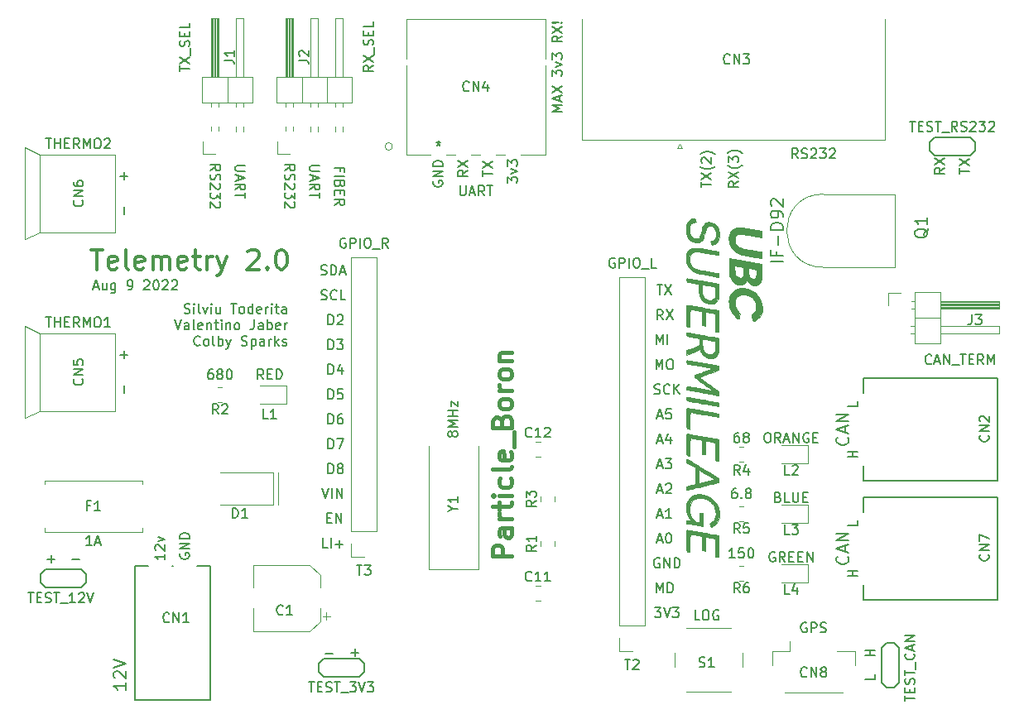
<source format=gto>
G04 #@! TF.GenerationSoftware,KiCad,Pcbnew,(5.1.9-0-10_14)*
G04 #@! TF.CreationDate,2022-08-09T16:59:01-07:00*
G04 #@! TF.ProjectId,telemetry-pcb,74656c65-6d65-4747-9279-2d7063622e6b,rev?*
G04 #@! TF.SameCoordinates,Original*
G04 #@! TF.FileFunction,Legend,Top*
G04 #@! TF.FilePolarity,Positive*
%FSLAX46Y46*%
G04 Gerber Fmt 4.6, Leading zero omitted, Abs format (unit mm)*
G04 Created by KiCad (PCBNEW (5.1.9-0-10_14)) date 2022-08-09 16:59:01*
%MOMM*%
%LPD*%
G01*
G04 APERTURE LIST*
%ADD10C,0.300000*%
%ADD11C,0.150000*%
%ADD12C,0.010000*%
%ADD13C,0.120000*%
%ADD14C,0.101600*%
%ADD15C,0.400000*%
G04 APERTURE END LIST*
D10*
X96864161Y-78724261D02*
X98007019Y-78724261D01*
X97435590Y-80724261D02*
X97435590Y-78724261D01*
X99435590Y-80629023D02*
X99245114Y-80724261D01*
X98864161Y-80724261D01*
X98673685Y-80629023D01*
X98578447Y-80438547D01*
X98578447Y-79676642D01*
X98673685Y-79486166D01*
X98864161Y-79390928D01*
X99245114Y-79390928D01*
X99435590Y-79486166D01*
X99530828Y-79676642D01*
X99530828Y-79867119D01*
X98578447Y-80057595D01*
X100673685Y-80724261D02*
X100483209Y-80629023D01*
X100387971Y-80438547D01*
X100387971Y-78724261D01*
X102197495Y-80629023D02*
X102007019Y-80724261D01*
X101626066Y-80724261D01*
X101435590Y-80629023D01*
X101340352Y-80438547D01*
X101340352Y-79676642D01*
X101435590Y-79486166D01*
X101626066Y-79390928D01*
X102007019Y-79390928D01*
X102197495Y-79486166D01*
X102292733Y-79676642D01*
X102292733Y-79867119D01*
X101340352Y-80057595D01*
X103149876Y-80724261D02*
X103149876Y-79390928D01*
X103149876Y-79581404D02*
X103245114Y-79486166D01*
X103435590Y-79390928D01*
X103721304Y-79390928D01*
X103911780Y-79486166D01*
X104007019Y-79676642D01*
X104007019Y-80724261D01*
X104007019Y-79676642D02*
X104102257Y-79486166D01*
X104292733Y-79390928D01*
X104578447Y-79390928D01*
X104768923Y-79486166D01*
X104864161Y-79676642D01*
X104864161Y-80724261D01*
X106578447Y-80629023D02*
X106387971Y-80724261D01*
X106007019Y-80724261D01*
X105816542Y-80629023D01*
X105721304Y-80438547D01*
X105721304Y-79676642D01*
X105816542Y-79486166D01*
X106007019Y-79390928D01*
X106387971Y-79390928D01*
X106578447Y-79486166D01*
X106673685Y-79676642D01*
X106673685Y-79867119D01*
X105721304Y-80057595D01*
X107245114Y-79390928D02*
X108007019Y-79390928D01*
X107530828Y-78724261D02*
X107530828Y-80438547D01*
X107626066Y-80629023D01*
X107816542Y-80724261D01*
X108007019Y-80724261D01*
X108673685Y-80724261D02*
X108673685Y-79390928D01*
X108673685Y-79771880D02*
X108768923Y-79581404D01*
X108864161Y-79486166D01*
X109054638Y-79390928D01*
X109245114Y-79390928D01*
X109721304Y-79390928D02*
X110197495Y-80724261D01*
X110673685Y-79390928D02*
X110197495Y-80724261D01*
X110007019Y-81200452D01*
X109911780Y-81295690D01*
X109721304Y-81390928D01*
X112864161Y-78914738D02*
X112959400Y-78819500D01*
X113149876Y-78724261D01*
X113626066Y-78724261D01*
X113816542Y-78819500D01*
X113911780Y-78914738D01*
X114007019Y-79105214D01*
X114007019Y-79295690D01*
X113911780Y-79581404D01*
X112768923Y-80724261D01*
X114007019Y-80724261D01*
X114864161Y-80533785D02*
X114959400Y-80629023D01*
X114864161Y-80724261D01*
X114768923Y-80629023D01*
X114864161Y-80533785D01*
X114864161Y-80724261D01*
X116197495Y-78724261D02*
X116387971Y-78724261D01*
X116578447Y-78819500D01*
X116673685Y-78914738D01*
X116768923Y-79105214D01*
X116864161Y-79486166D01*
X116864161Y-79962357D01*
X116768923Y-80343309D01*
X116673685Y-80533785D01*
X116578447Y-80629023D01*
X116387971Y-80724261D01*
X116197495Y-80724261D01*
X116007019Y-80629023D01*
X115911780Y-80533785D01*
X115816542Y-80343309D01*
X115721304Y-79962357D01*
X115721304Y-79486166D01*
X115816542Y-79105214D01*
X115911780Y-78914738D01*
X116007019Y-78819500D01*
X116197495Y-78724261D01*
D11*
X97085685Y-82526166D02*
X97561876Y-82526166D01*
X96990447Y-82811880D02*
X97323780Y-81811880D01*
X97657114Y-82811880D01*
X98419019Y-82145214D02*
X98419019Y-82811880D01*
X97990447Y-82145214D02*
X97990447Y-82669023D01*
X98038066Y-82764261D01*
X98133304Y-82811880D01*
X98276161Y-82811880D01*
X98371400Y-82764261D01*
X98419019Y-82716642D01*
X99323780Y-82145214D02*
X99323780Y-82954738D01*
X99276161Y-83049976D01*
X99228542Y-83097595D01*
X99133304Y-83145214D01*
X98990447Y-83145214D01*
X98895209Y-83097595D01*
X99323780Y-82764261D02*
X99228542Y-82811880D01*
X99038066Y-82811880D01*
X98942828Y-82764261D01*
X98895209Y-82716642D01*
X98847590Y-82621404D01*
X98847590Y-82335690D01*
X98895209Y-82240452D01*
X98942828Y-82192833D01*
X99038066Y-82145214D01*
X99228542Y-82145214D01*
X99323780Y-82192833D01*
X100609495Y-82811880D02*
X100799971Y-82811880D01*
X100895209Y-82764261D01*
X100942828Y-82716642D01*
X101038066Y-82573785D01*
X101085685Y-82383309D01*
X101085685Y-82002357D01*
X101038066Y-81907119D01*
X100990447Y-81859500D01*
X100895209Y-81811880D01*
X100704733Y-81811880D01*
X100609495Y-81859500D01*
X100561876Y-81907119D01*
X100514257Y-82002357D01*
X100514257Y-82240452D01*
X100561876Y-82335690D01*
X100609495Y-82383309D01*
X100704733Y-82430928D01*
X100895209Y-82430928D01*
X100990447Y-82383309D01*
X101038066Y-82335690D01*
X101085685Y-82240452D01*
X102228542Y-81907119D02*
X102276161Y-81859500D01*
X102371400Y-81811880D01*
X102609495Y-81811880D01*
X102704733Y-81859500D01*
X102752352Y-81907119D01*
X102799971Y-82002357D01*
X102799971Y-82097595D01*
X102752352Y-82240452D01*
X102180923Y-82811880D01*
X102799971Y-82811880D01*
X103419019Y-81811880D02*
X103514257Y-81811880D01*
X103609495Y-81859500D01*
X103657114Y-81907119D01*
X103704733Y-82002357D01*
X103752352Y-82192833D01*
X103752352Y-82430928D01*
X103704733Y-82621404D01*
X103657114Y-82716642D01*
X103609495Y-82764261D01*
X103514257Y-82811880D01*
X103419019Y-82811880D01*
X103323780Y-82764261D01*
X103276161Y-82716642D01*
X103228542Y-82621404D01*
X103180923Y-82430928D01*
X103180923Y-82192833D01*
X103228542Y-82002357D01*
X103276161Y-81907119D01*
X103323780Y-81859500D01*
X103419019Y-81811880D01*
X104133304Y-81907119D02*
X104180923Y-81859500D01*
X104276161Y-81811880D01*
X104514257Y-81811880D01*
X104609495Y-81859500D01*
X104657114Y-81907119D01*
X104704733Y-82002357D01*
X104704733Y-82097595D01*
X104657114Y-82240452D01*
X104085685Y-82811880D01*
X104704733Y-82811880D01*
X105085685Y-81907119D02*
X105133304Y-81859500D01*
X105228542Y-81811880D01*
X105466638Y-81811880D01*
X105561876Y-81859500D01*
X105609495Y-81907119D01*
X105657114Y-82002357D01*
X105657114Y-82097595D01*
X105609495Y-82240452D01*
X105038066Y-82811880D01*
X105657114Y-82811880D01*
X106355233Y-85178261D02*
X106498090Y-85225880D01*
X106736185Y-85225880D01*
X106831423Y-85178261D01*
X106879042Y-85130642D01*
X106926661Y-85035404D01*
X106926661Y-84940166D01*
X106879042Y-84844928D01*
X106831423Y-84797309D01*
X106736185Y-84749690D01*
X106545709Y-84702071D01*
X106450471Y-84654452D01*
X106402852Y-84606833D01*
X106355233Y-84511595D01*
X106355233Y-84416357D01*
X106402852Y-84321119D01*
X106450471Y-84273500D01*
X106545709Y-84225880D01*
X106783804Y-84225880D01*
X106926661Y-84273500D01*
X107355233Y-85225880D02*
X107355233Y-84559214D01*
X107355233Y-84225880D02*
X107307614Y-84273500D01*
X107355233Y-84321119D01*
X107402852Y-84273500D01*
X107355233Y-84225880D01*
X107355233Y-84321119D01*
X107974280Y-85225880D02*
X107879042Y-85178261D01*
X107831423Y-85083023D01*
X107831423Y-84225880D01*
X108259995Y-84559214D02*
X108498090Y-85225880D01*
X108736185Y-84559214D01*
X109117138Y-85225880D02*
X109117138Y-84559214D01*
X109117138Y-84225880D02*
X109069519Y-84273500D01*
X109117138Y-84321119D01*
X109164757Y-84273500D01*
X109117138Y-84225880D01*
X109117138Y-84321119D01*
X110021899Y-84559214D02*
X110021899Y-85225880D01*
X109593328Y-84559214D02*
X109593328Y-85083023D01*
X109640947Y-85178261D01*
X109736185Y-85225880D01*
X109879042Y-85225880D01*
X109974280Y-85178261D01*
X110021899Y-85130642D01*
X111117138Y-84225880D02*
X111688566Y-84225880D01*
X111402852Y-85225880D02*
X111402852Y-84225880D01*
X112164757Y-85225880D02*
X112069519Y-85178261D01*
X112021899Y-85130642D01*
X111974280Y-85035404D01*
X111974280Y-84749690D01*
X112021899Y-84654452D01*
X112069519Y-84606833D01*
X112164757Y-84559214D01*
X112307614Y-84559214D01*
X112402852Y-84606833D01*
X112450471Y-84654452D01*
X112498090Y-84749690D01*
X112498090Y-85035404D01*
X112450471Y-85130642D01*
X112402852Y-85178261D01*
X112307614Y-85225880D01*
X112164757Y-85225880D01*
X113355233Y-85225880D02*
X113355233Y-84225880D01*
X113355233Y-85178261D02*
X113259995Y-85225880D01*
X113069519Y-85225880D01*
X112974280Y-85178261D01*
X112926661Y-85130642D01*
X112879042Y-85035404D01*
X112879042Y-84749690D01*
X112926661Y-84654452D01*
X112974280Y-84606833D01*
X113069519Y-84559214D01*
X113259995Y-84559214D01*
X113355233Y-84606833D01*
X114212376Y-85178261D02*
X114117138Y-85225880D01*
X113926661Y-85225880D01*
X113831423Y-85178261D01*
X113783804Y-85083023D01*
X113783804Y-84702071D01*
X113831423Y-84606833D01*
X113926661Y-84559214D01*
X114117138Y-84559214D01*
X114212376Y-84606833D01*
X114259995Y-84702071D01*
X114259995Y-84797309D01*
X113783804Y-84892547D01*
X114688566Y-85225880D02*
X114688566Y-84559214D01*
X114688566Y-84749690D02*
X114736185Y-84654452D01*
X114783804Y-84606833D01*
X114879042Y-84559214D01*
X114974280Y-84559214D01*
X115307614Y-85225880D02*
X115307614Y-84559214D01*
X115307614Y-84225880D02*
X115259995Y-84273500D01*
X115307614Y-84321119D01*
X115355233Y-84273500D01*
X115307614Y-84225880D01*
X115307614Y-84321119D01*
X115640947Y-84559214D02*
X116021899Y-84559214D01*
X115783804Y-84225880D02*
X115783804Y-85083023D01*
X115831423Y-85178261D01*
X115926661Y-85225880D01*
X116021899Y-85225880D01*
X116783804Y-85225880D02*
X116783804Y-84702071D01*
X116736185Y-84606833D01*
X116640947Y-84559214D01*
X116450471Y-84559214D01*
X116355233Y-84606833D01*
X116783804Y-85178261D02*
X116688566Y-85225880D01*
X116450471Y-85225880D01*
X116355233Y-85178261D01*
X116307614Y-85083023D01*
X116307614Y-84987785D01*
X116355233Y-84892547D01*
X116450471Y-84844928D01*
X116688566Y-84844928D01*
X116783804Y-84797309D01*
X105402852Y-85875880D02*
X105736185Y-86875880D01*
X106069519Y-85875880D01*
X106831423Y-86875880D02*
X106831423Y-86352071D01*
X106783804Y-86256833D01*
X106688566Y-86209214D01*
X106498090Y-86209214D01*
X106402852Y-86256833D01*
X106831423Y-86828261D02*
X106736185Y-86875880D01*
X106498090Y-86875880D01*
X106402852Y-86828261D01*
X106355233Y-86733023D01*
X106355233Y-86637785D01*
X106402852Y-86542547D01*
X106498090Y-86494928D01*
X106736185Y-86494928D01*
X106831423Y-86447309D01*
X107450471Y-86875880D02*
X107355233Y-86828261D01*
X107307614Y-86733023D01*
X107307614Y-85875880D01*
X108212376Y-86828261D02*
X108117138Y-86875880D01*
X107926661Y-86875880D01*
X107831423Y-86828261D01*
X107783804Y-86733023D01*
X107783804Y-86352071D01*
X107831423Y-86256833D01*
X107926661Y-86209214D01*
X108117138Y-86209214D01*
X108212376Y-86256833D01*
X108259995Y-86352071D01*
X108259995Y-86447309D01*
X107783804Y-86542547D01*
X108688566Y-86209214D02*
X108688566Y-86875880D01*
X108688566Y-86304452D02*
X108736185Y-86256833D01*
X108831423Y-86209214D01*
X108974280Y-86209214D01*
X109069519Y-86256833D01*
X109117138Y-86352071D01*
X109117138Y-86875880D01*
X109450471Y-86209214D02*
X109831423Y-86209214D01*
X109593328Y-85875880D02*
X109593328Y-86733023D01*
X109640947Y-86828261D01*
X109736185Y-86875880D01*
X109831423Y-86875880D01*
X110164757Y-86875880D02*
X110164757Y-86209214D01*
X110164757Y-85875880D02*
X110117138Y-85923500D01*
X110164757Y-85971119D01*
X110212376Y-85923500D01*
X110164757Y-85875880D01*
X110164757Y-85971119D01*
X110640947Y-86209214D02*
X110640947Y-86875880D01*
X110640947Y-86304452D02*
X110688566Y-86256833D01*
X110783804Y-86209214D01*
X110926661Y-86209214D01*
X111021900Y-86256833D01*
X111069519Y-86352071D01*
X111069519Y-86875880D01*
X111688566Y-86875880D02*
X111593328Y-86828261D01*
X111545709Y-86780642D01*
X111498090Y-86685404D01*
X111498090Y-86399690D01*
X111545709Y-86304452D01*
X111593328Y-86256833D01*
X111688566Y-86209214D01*
X111831423Y-86209214D01*
X111926661Y-86256833D01*
X111974280Y-86304452D01*
X112021900Y-86399690D01*
X112021900Y-86685404D01*
X111974280Y-86780642D01*
X111926661Y-86828261D01*
X111831423Y-86875880D01*
X111688566Y-86875880D01*
X113498090Y-85875880D02*
X113498090Y-86590166D01*
X113450471Y-86733023D01*
X113355233Y-86828261D01*
X113212376Y-86875880D01*
X113117138Y-86875880D01*
X114402852Y-86875880D02*
X114402852Y-86352071D01*
X114355233Y-86256833D01*
X114259995Y-86209214D01*
X114069519Y-86209214D01*
X113974280Y-86256833D01*
X114402852Y-86828261D02*
X114307614Y-86875880D01*
X114069519Y-86875880D01*
X113974280Y-86828261D01*
X113926661Y-86733023D01*
X113926661Y-86637785D01*
X113974280Y-86542547D01*
X114069519Y-86494928D01*
X114307614Y-86494928D01*
X114402852Y-86447309D01*
X114879042Y-86875880D02*
X114879042Y-85875880D01*
X114879042Y-86256833D02*
X114974280Y-86209214D01*
X115164757Y-86209214D01*
X115259995Y-86256833D01*
X115307614Y-86304452D01*
X115355233Y-86399690D01*
X115355233Y-86685404D01*
X115307614Y-86780642D01*
X115259995Y-86828261D01*
X115164757Y-86875880D01*
X114974280Y-86875880D01*
X114879042Y-86828261D01*
X116164757Y-86828261D02*
X116069519Y-86875880D01*
X115879042Y-86875880D01*
X115783804Y-86828261D01*
X115736185Y-86733023D01*
X115736185Y-86352071D01*
X115783804Y-86256833D01*
X115879042Y-86209214D01*
X116069519Y-86209214D01*
X116164757Y-86256833D01*
X116212376Y-86352071D01*
X116212376Y-86447309D01*
X115736185Y-86542547D01*
X116640947Y-86875880D02*
X116640947Y-86209214D01*
X116640947Y-86399690D02*
X116688566Y-86304452D01*
X116736185Y-86256833D01*
X116831423Y-86209214D01*
X116926661Y-86209214D01*
X107974280Y-88430642D02*
X107926661Y-88478261D01*
X107783804Y-88525880D01*
X107688566Y-88525880D01*
X107545709Y-88478261D01*
X107450471Y-88383023D01*
X107402852Y-88287785D01*
X107355233Y-88097309D01*
X107355233Y-87954452D01*
X107402852Y-87763976D01*
X107450471Y-87668738D01*
X107545709Y-87573500D01*
X107688566Y-87525880D01*
X107783804Y-87525880D01*
X107926661Y-87573500D01*
X107974280Y-87621119D01*
X108545709Y-88525880D02*
X108450471Y-88478261D01*
X108402852Y-88430642D01*
X108355233Y-88335404D01*
X108355233Y-88049690D01*
X108402852Y-87954452D01*
X108450471Y-87906833D01*
X108545709Y-87859214D01*
X108688566Y-87859214D01*
X108783804Y-87906833D01*
X108831423Y-87954452D01*
X108879042Y-88049690D01*
X108879042Y-88335404D01*
X108831423Y-88430642D01*
X108783804Y-88478261D01*
X108688566Y-88525880D01*
X108545709Y-88525880D01*
X109450471Y-88525880D02*
X109355233Y-88478261D01*
X109307614Y-88383023D01*
X109307614Y-87525880D01*
X109831423Y-88525880D02*
X109831423Y-87525880D01*
X109831423Y-87906833D02*
X109926661Y-87859214D01*
X110117138Y-87859214D01*
X110212376Y-87906833D01*
X110259995Y-87954452D01*
X110307614Y-88049690D01*
X110307614Y-88335404D01*
X110259995Y-88430642D01*
X110212376Y-88478261D01*
X110117138Y-88525880D01*
X109926661Y-88525880D01*
X109831423Y-88478261D01*
X110640947Y-87859214D02*
X110879042Y-88525880D01*
X111117138Y-87859214D02*
X110879042Y-88525880D01*
X110783804Y-88763976D01*
X110736185Y-88811595D01*
X110640947Y-88859214D01*
X112212376Y-88478261D02*
X112355233Y-88525880D01*
X112593328Y-88525880D01*
X112688566Y-88478261D01*
X112736185Y-88430642D01*
X112783804Y-88335404D01*
X112783804Y-88240166D01*
X112736185Y-88144928D01*
X112688566Y-88097309D01*
X112593328Y-88049690D01*
X112402852Y-88002071D01*
X112307614Y-87954452D01*
X112259995Y-87906833D01*
X112212376Y-87811595D01*
X112212376Y-87716357D01*
X112259995Y-87621119D01*
X112307614Y-87573500D01*
X112402852Y-87525880D01*
X112640947Y-87525880D01*
X112783804Y-87573500D01*
X113212376Y-87859214D02*
X113212376Y-88859214D01*
X113212376Y-87906833D02*
X113307614Y-87859214D01*
X113498090Y-87859214D01*
X113593328Y-87906833D01*
X113640947Y-87954452D01*
X113688566Y-88049690D01*
X113688566Y-88335404D01*
X113640947Y-88430642D01*
X113593328Y-88478261D01*
X113498090Y-88525880D01*
X113307614Y-88525880D01*
X113212376Y-88478261D01*
X114545709Y-88525880D02*
X114545709Y-88002071D01*
X114498090Y-87906833D01*
X114402852Y-87859214D01*
X114212376Y-87859214D01*
X114117138Y-87906833D01*
X114545709Y-88478261D02*
X114450471Y-88525880D01*
X114212376Y-88525880D01*
X114117138Y-88478261D01*
X114069519Y-88383023D01*
X114069519Y-88287785D01*
X114117138Y-88192547D01*
X114212376Y-88144928D01*
X114450471Y-88144928D01*
X114545709Y-88097309D01*
X115021899Y-88525880D02*
X115021899Y-87859214D01*
X115021899Y-88049690D02*
X115069519Y-87954452D01*
X115117138Y-87906833D01*
X115212376Y-87859214D01*
X115307614Y-87859214D01*
X115640947Y-88525880D02*
X115640947Y-87525880D01*
X115736185Y-88144928D02*
X116021900Y-88525880D01*
X116021900Y-87859214D02*
X115640947Y-88240166D01*
X116402852Y-88478261D02*
X116498090Y-88525880D01*
X116688566Y-88525880D01*
X116783804Y-88478261D01*
X116831423Y-88383023D01*
X116831423Y-88335404D01*
X116783804Y-88240166D01*
X116688566Y-88192547D01*
X116545709Y-88192547D01*
X116450471Y-88144928D01*
X116402852Y-88049690D01*
X116402852Y-88002071D01*
X116450471Y-87906833D01*
X116545709Y-87859214D01*
X116688566Y-87859214D01*
X116783804Y-87906833D01*
D12*
G36*
X161062442Y-77409226D02*
G01*
X161017722Y-77633685D01*
X160939664Y-77818467D01*
X160861864Y-77931299D01*
X160765158Y-78021486D01*
X160638340Y-78104116D01*
X160503942Y-78167131D01*
X160384494Y-78198469D01*
X160359989Y-78199939D01*
X160322794Y-78198802D01*
X160295745Y-78187836D01*
X160272948Y-78156206D01*
X160248511Y-78093080D01*
X160216544Y-77987624D01*
X160185441Y-77879000D01*
X160191155Y-77842826D01*
X160241416Y-77818829D01*
X160303483Y-77806404D01*
X160441324Y-77754990D01*
X160566965Y-77655150D01*
X160665105Y-77521883D01*
X160712403Y-77405561D01*
X160741548Y-77230168D01*
X160744137Y-77037197D01*
X160722613Y-76844737D01*
X160679421Y-76670879D01*
X160617005Y-76533715D01*
X160589501Y-76495854D01*
X160449053Y-76367140D01*
X160295729Y-76289466D01*
X160139571Y-76262522D01*
X159990619Y-76285997D01*
X159858915Y-76359581D01*
X159754500Y-76482962D01*
X159733458Y-76522335D01*
X159700585Y-76606421D01*
X159659326Y-76735471D01*
X159614786Y-76892398D01*
X159572069Y-77060115D01*
X159569125Y-77072466D01*
X159505978Y-77313782D01*
X159442147Y-77501756D01*
X159373019Y-77646425D01*
X159293980Y-77757826D01*
X159221330Y-77829050D01*
X159058730Y-77925684D01*
X158866321Y-77972175D01*
X158653474Y-77968352D01*
X158429559Y-77914044D01*
X158272172Y-77846368D01*
X158068366Y-77711012D01*
X157908361Y-77534227D01*
X157791095Y-77313976D01*
X157715508Y-77048220D01*
X157680538Y-76734923D01*
X157679472Y-76708000D01*
X157678997Y-76550799D01*
X157686854Y-76394337D01*
X157701456Y-76265280D01*
X157707815Y-76231750D01*
X157768567Y-76024685D01*
X157853095Y-75861136D01*
X157971577Y-75722592D01*
X158004065Y-75692877D01*
X158165771Y-75582195D01*
X158311008Y-75531373D01*
X158443635Y-75506580D01*
X158530035Y-75508127D01*
X158584202Y-75542216D01*
X158620131Y-75615046D01*
X158637785Y-75676162D01*
X158661314Y-75770032D01*
X158676495Y-75836531D01*
X158679538Y-75854558D01*
X158651563Y-75869352D01*
X158579883Y-75884527D01*
X158533648Y-75890754D01*
X158371171Y-75934004D01*
X158237214Y-76027770D01*
X158148670Y-76135684D01*
X158076104Y-76270560D01*
X158032826Y-76426228D01*
X158014726Y-76619684D01*
X158013578Y-76694299D01*
X158034190Y-76958641D01*
X158096926Y-77176264D01*
X158202448Y-77348546D01*
X158351421Y-77476866D01*
X158405035Y-77507175D01*
X158549705Y-77558365D01*
X158705150Y-77577017D01*
X158848950Y-77562480D01*
X158946308Y-77522872D01*
X159017218Y-77451330D01*
X159089502Y-77337365D01*
X159152798Y-77200958D01*
X159196747Y-77062094D01*
X159204174Y-77025500D01*
X159271559Y-76698553D01*
X159351440Y-76431060D01*
X159446067Y-76219807D01*
X159557692Y-76061578D01*
X159688566Y-75953160D01*
X159840942Y-75891337D01*
X160011514Y-75872848D01*
X160270183Y-75902804D01*
X160502290Y-75987967D01*
X160702373Y-76125542D01*
X160861048Y-76306957D01*
X160963358Y-76487997D01*
X161030716Y-76686258D01*
X161066947Y-76916503D01*
X161076105Y-77136625D01*
X161062442Y-77409226D01*
G37*
X161062442Y-77409226D02*
X161017722Y-77633685D01*
X160939664Y-77818467D01*
X160861864Y-77931299D01*
X160765158Y-78021486D01*
X160638340Y-78104116D01*
X160503942Y-78167131D01*
X160384494Y-78198469D01*
X160359989Y-78199939D01*
X160322794Y-78198802D01*
X160295745Y-78187836D01*
X160272948Y-78156206D01*
X160248511Y-78093080D01*
X160216544Y-77987624D01*
X160185441Y-77879000D01*
X160191155Y-77842826D01*
X160241416Y-77818829D01*
X160303483Y-77806404D01*
X160441324Y-77754990D01*
X160566965Y-77655150D01*
X160665105Y-77521883D01*
X160712403Y-77405561D01*
X160741548Y-77230168D01*
X160744137Y-77037197D01*
X160722613Y-76844737D01*
X160679421Y-76670879D01*
X160617005Y-76533715D01*
X160589501Y-76495854D01*
X160449053Y-76367140D01*
X160295729Y-76289466D01*
X160139571Y-76262522D01*
X159990619Y-76285997D01*
X159858915Y-76359581D01*
X159754500Y-76482962D01*
X159733458Y-76522335D01*
X159700585Y-76606421D01*
X159659326Y-76735471D01*
X159614786Y-76892398D01*
X159572069Y-77060115D01*
X159569125Y-77072466D01*
X159505978Y-77313782D01*
X159442147Y-77501756D01*
X159373019Y-77646425D01*
X159293980Y-77757826D01*
X159221330Y-77829050D01*
X159058730Y-77925684D01*
X158866321Y-77972175D01*
X158653474Y-77968352D01*
X158429559Y-77914044D01*
X158272172Y-77846368D01*
X158068366Y-77711012D01*
X157908361Y-77534227D01*
X157791095Y-77313976D01*
X157715508Y-77048220D01*
X157680538Y-76734923D01*
X157679472Y-76708000D01*
X157678997Y-76550799D01*
X157686854Y-76394337D01*
X157701456Y-76265280D01*
X157707815Y-76231750D01*
X157768567Y-76024685D01*
X157853095Y-75861136D01*
X157971577Y-75722592D01*
X158004065Y-75692877D01*
X158165771Y-75582195D01*
X158311008Y-75531373D01*
X158443635Y-75506580D01*
X158530035Y-75508127D01*
X158584202Y-75542216D01*
X158620131Y-75615046D01*
X158637785Y-75676162D01*
X158661314Y-75770032D01*
X158676495Y-75836531D01*
X158679538Y-75854558D01*
X158651563Y-75869352D01*
X158579883Y-75884527D01*
X158533648Y-75890754D01*
X158371171Y-75934004D01*
X158237214Y-76027770D01*
X158148670Y-76135684D01*
X158076104Y-76270560D01*
X158032826Y-76426228D01*
X158014726Y-76619684D01*
X158013578Y-76694299D01*
X158034190Y-76958641D01*
X158096926Y-77176264D01*
X158202448Y-77348546D01*
X158351421Y-77476866D01*
X158405035Y-77507175D01*
X158549705Y-77558365D01*
X158705150Y-77577017D01*
X158848950Y-77562480D01*
X158946308Y-77522872D01*
X159017218Y-77451330D01*
X159089502Y-77337365D01*
X159152798Y-77200958D01*
X159196747Y-77062094D01*
X159204174Y-77025500D01*
X159271559Y-76698553D01*
X159351440Y-76431060D01*
X159446067Y-76219807D01*
X159557692Y-76061578D01*
X159688566Y-75953160D01*
X159840942Y-75891337D01*
X160011514Y-75872848D01*
X160270183Y-75902804D01*
X160502290Y-75987967D01*
X160702373Y-76125542D01*
X160861048Y-76306957D01*
X160963358Y-76487997D01*
X161030716Y-76686258D01*
X161066947Y-76916503D01*
X161076105Y-77136625D01*
X161062442Y-77409226D01*
G36*
X160799463Y-79227753D02*
G01*
X160667606Y-79202728D01*
X160544532Y-79180270D01*
X160458150Y-79165452D01*
X160395008Y-79154922D01*
X160280011Y-79135271D01*
X160123851Y-79108346D01*
X159937219Y-79075993D01*
X159730808Y-79040057D01*
X159634609Y-79023260D01*
X159419106Y-78986838D01*
X159214969Y-78954635D01*
X159033785Y-78928303D01*
X158887140Y-78909490D01*
X158786621Y-78899847D01*
X158761484Y-78898927D01*
X158532338Y-78921706D01*
X158347337Y-78989837D01*
X158205980Y-79103842D01*
X158107769Y-79264242D01*
X158052202Y-79471560D01*
X158038271Y-79653375D01*
X158056777Y-79927469D01*
X158122252Y-80160366D01*
X158237295Y-80355837D01*
X158404505Y-80517647D01*
X158626481Y-80649566D01*
X158765876Y-80708149D01*
X158881176Y-80747450D01*
X158990030Y-80778379D01*
X159037302Y-80788636D01*
X159100197Y-80799544D01*
X159214005Y-80819489D01*
X159367113Y-80846427D01*
X159547909Y-80878316D01*
X159744779Y-80913111D01*
X159759650Y-80915742D01*
X159956568Y-80950554D01*
X160137626Y-80982502D01*
X160291390Y-81009575D01*
X160406426Y-81029758D01*
X160471300Y-81041040D01*
X160474025Y-81041506D01*
X160556105Y-81055951D01*
X160672669Y-81077025D01*
X160775650Y-81095949D01*
X160884452Y-81114567D01*
X160967633Y-81125958D01*
X161005838Y-81127715D01*
X161018357Y-81152958D01*
X161026982Y-81225110D01*
X161029650Y-81311750D01*
X161024176Y-81430820D01*
X161007153Y-81491614D01*
X160989963Y-81501939D01*
X160938696Y-81496057D01*
X160834306Y-81479875D01*
X160686025Y-81455085D01*
X160503087Y-81423377D01*
X160294727Y-81386443D01*
X160070177Y-81345973D01*
X159838672Y-81303659D01*
X159609446Y-81261191D01*
X159391731Y-81220261D01*
X159194762Y-81182558D01*
X159027773Y-81149775D01*
X158899997Y-81123602D01*
X158820667Y-81105731D01*
X158808281Y-81102412D01*
X158543428Y-81000900D01*
X158299198Y-80859891D01*
X158087253Y-80688284D01*
X157919255Y-80494978D01*
X157839897Y-80363411D01*
X157735748Y-80089744D01*
X157680051Y-79790179D01*
X157674860Y-79482166D01*
X157708133Y-79242866D01*
X157786023Y-79010413D01*
X157911006Y-78820243D01*
X158083948Y-78671109D01*
X158119238Y-78649118D01*
X158214365Y-78596116D01*
X158296803Y-78562268D01*
X158387772Y-78542113D01*
X158508496Y-78530188D01*
X158602276Y-78524801D01*
X158691194Y-78521688D01*
X158780202Y-78522322D01*
X158877477Y-78527725D01*
X158991201Y-78538921D01*
X159129551Y-78556934D01*
X159300708Y-78582785D01*
X159512849Y-78617500D01*
X159774156Y-78662101D01*
X159965494Y-78695350D01*
X161029650Y-78881064D01*
X161029650Y-79272372D01*
X160799463Y-79227753D01*
G37*
X160799463Y-79227753D02*
X160667606Y-79202728D01*
X160544532Y-79180270D01*
X160458150Y-79165452D01*
X160395008Y-79154922D01*
X160280011Y-79135271D01*
X160123851Y-79108346D01*
X159937219Y-79075993D01*
X159730808Y-79040057D01*
X159634609Y-79023260D01*
X159419106Y-78986838D01*
X159214969Y-78954635D01*
X159033785Y-78928303D01*
X158887140Y-78909490D01*
X158786621Y-78899847D01*
X158761484Y-78898927D01*
X158532338Y-78921706D01*
X158347337Y-78989837D01*
X158205980Y-79103842D01*
X158107769Y-79264242D01*
X158052202Y-79471560D01*
X158038271Y-79653375D01*
X158056777Y-79927469D01*
X158122252Y-80160366D01*
X158237295Y-80355837D01*
X158404505Y-80517647D01*
X158626481Y-80649566D01*
X158765876Y-80708149D01*
X158881176Y-80747450D01*
X158990030Y-80778379D01*
X159037302Y-80788636D01*
X159100197Y-80799544D01*
X159214005Y-80819489D01*
X159367113Y-80846427D01*
X159547909Y-80878316D01*
X159744779Y-80913111D01*
X159759650Y-80915742D01*
X159956568Y-80950554D01*
X160137626Y-80982502D01*
X160291390Y-81009575D01*
X160406426Y-81029758D01*
X160471300Y-81041040D01*
X160474025Y-81041506D01*
X160556105Y-81055951D01*
X160672669Y-81077025D01*
X160775650Y-81095949D01*
X160884452Y-81114567D01*
X160967633Y-81125958D01*
X161005838Y-81127715D01*
X161018357Y-81152958D01*
X161026982Y-81225110D01*
X161029650Y-81311750D01*
X161024176Y-81430820D01*
X161007153Y-81491614D01*
X160989963Y-81501939D01*
X160938696Y-81496057D01*
X160834306Y-81479875D01*
X160686025Y-81455085D01*
X160503087Y-81423377D01*
X160294727Y-81386443D01*
X160070177Y-81345973D01*
X159838672Y-81303659D01*
X159609446Y-81261191D01*
X159391731Y-81220261D01*
X159194762Y-81182558D01*
X159027773Y-81149775D01*
X158899997Y-81123602D01*
X158820667Y-81105731D01*
X158808281Y-81102412D01*
X158543428Y-81000900D01*
X158299198Y-80859891D01*
X158087253Y-80688284D01*
X157919255Y-80494978D01*
X157839897Y-80363411D01*
X157735748Y-80089744D01*
X157680051Y-79790179D01*
X157674860Y-79482166D01*
X157708133Y-79242866D01*
X157786023Y-79010413D01*
X157911006Y-78820243D01*
X158083948Y-78671109D01*
X158119238Y-78649118D01*
X158214365Y-78596116D01*
X158296803Y-78562268D01*
X158387772Y-78542113D01*
X158508496Y-78530188D01*
X158602276Y-78524801D01*
X158691194Y-78521688D01*
X158780202Y-78522322D01*
X158877477Y-78527725D01*
X158991201Y-78538921D01*
X159129551Y-78556934D01*
X159300708Y-78582785D01*
X159512849Y-78617500D01*
X159774156Y-78662101D01*
X159965494Y-78695350D01*
X161029650Y-78881064D01*
X161029650Y-79272372D01*
X160799463Y-79227753D01*
G36*
X161064270Y-106057778D02*
G01*
X160991732Y-106336244D01*
X160875559Y-106575690D01*
X160730136Y-106766445D01*
X160640226Y-106851603D01*
X160532298Y-106934141D01*
X160420333Y-107005708D01*
X160318311Y-107057955D01*
X160240214Y-107082532D01*
X160207191Y-107078753D01*
X160185046Y-107040716D01*
X160157606Y-106963312D01*
X160131495Y-106869547D01*
X160113335Y-106782426D01*
X160108900Y-106737323D01*
X160134817Y-106700016D01*
X160201175Y-106649753D01*
X160254993Y-106618263D01*
X160428809Y-106491067D01*
X160566079Y-106316886D01*
X160663034Y-106103121D01*
X160715903Y-105857176D01*
X160724895Y-105695750D01*
X160697954Y-105379129D01*
X160616301Y-105093423D01*
X160478334Y-104834737D01*
X160282449Y-104599174D01*
X160267602Y-104584500D01*
X160021169Y-104386776D01*
X159740671Y-104242312D01*
X159435909Y-104152701D01*
X159133648Y-104115161D01*
X158864205Y-104131855D01*
X158627106Y-104202939D01*
X158421879Y-104328573D01*
X158248050Y-104508916D01*
X158208240Y-104564342D01*
X158105454Y-104769801D01*
X158047716Y-105007578D01*
X158033884Y-105266419D01*
X158062815Y-105535069D01*
X158133366Y-105802273D01*
X158244393Y-106056778D01*
X158381491Y-106270275D01*
X158453785Y-106357152D01*
X158530893Y-106438233D01*
X158601666Y-106503385D01*
X158654954Y-106542474D01*
X158679608Y-106545367D01*
X158680150Y-106541723D01*
X158708577Y-106540633D01*
X158783069Y-106550052D01*
X158886525Y-106567765D01*
X159092900Y-106606547D01*
X159092900Y-105628359D01*
X159243713Y-105649889D01*
X159337564Y-105666954D01*
X159403769Y-105685705D01*
X159418999Y-105693771D01*
X159425980Y-105730917D01*
X159431346Y-105821721D01*
X159434868Y-105956359D01*
X159436312Y-106125002D01*
X159435446Y-106317826D01*
X159434874Y-106366175D01*
X159426275Y-107016228D01*
X158584900Y-106865745D01*
X158362398Y-106825937D01*
X158161391Y-106789952D01*
X157990046Y-106759254D01*
X157856531Y-106735307D01*
X157769010Y-106719574D01*
X157735651Y-106713519D01*
X157735588Y-106713505D01*
X157731054Y-106683856D01*
X157728180Y-106609999D01*
X157727650Y-106553000D01*
X157729304Y-106467085D01*
X157742686Y-106417676D01*
X157780428Y-106398484D01*
X157855164Y-106403221D01*
X157979526Y-106425597D01*
X157982456Y-106426152D01*
X158078119Y-106441688D01*
X158144833Y-106447638D01*
X158163586Y-106445147D01*
X158152705Y-106415428D01*
X158111461Y-106351002D01*
X158058207Y-106278307D01*
X157886999Y-106006431D01*
X157763383Y-105704414D01*
X157690572Y-105385544D01*
X157671775Y-105063111D01*
X157700392Y-104797591D01*
X157783385Y-104525175D01*
X157918895Y-104281901D01*
X158100468Y-104074401D01*
X158321646Y-103909306D01*
X158575976Y-103793248D01*
X158715052Y-103755358D01*
X158903932Y-103733405D01*
X159128627Y-103736580D01*
X159367442Y-103763088D01*
X159598682Y-103811130D01*
X159682765Y-103835518D01*
X159998139Y-103967085D01*
X160282009Y-104147576D01*
X160530139Y-104370179D01*
X160738296Y-104628083D01*
X160902246Y-104914477D01*
X161017754Y-105222549D01*
X161080585Y-105545488D01*
X161086506Y-105876483D01*
X161064270Y-106057778D01*
G37*
X161064270Y-106057778D02*
X160991732Y-106336244D01*
X160875559Y-106575690D01*
X160730136Y-106766445D01*
X160640226Y-106851603D01*
X160532298Y-106934141D01*
X160420333Y-107005708D01*
X160318311Y-107057955D01*
X160240214Y-107082532D01*
X160207191Y-107078753D01*
X160185046Y-107040716D01*
X160157606Y-106963312D01*
X160131495Y-106869547D01*
X160113335Y-106782426D01*
X160108900Y-106737323D01*
X160134817Y-106700016D01*
X160201175Y-106649753D01*
X160254993Y-106618263D01*
X160428809Y-106491067D01*
X160566079Y-106316886D01*
X160663034Y-106103121D01*
X160715903Y-105857176D01*
X160724895Y-105695750D01*
X160697954Y-105379129D01*
X160616301Y-105093423D01*
X160478334Y-104834737D01*
X160282449Y-104599174D01*
X160267602Y-104584500D01*
X160021169Y-104386776D01*
X159740671Y-104242312D01*
X159435909Y-104152701D01*
X159133648Y-104115161D01*
X158864205Y-104131855D01*
X158627106Y-104202939D01*
X158421879Y-104328573D01*
X158248050Y-104508916D01*
X158208240Y-104564342D01*
X158105454Y-104769801D01*
X158047716Y-105007578D01*
X158033884Y-105266419D01*
X158062815Y-105535069D01*
X158133366Y-105802273D01*
X158244393Y-106056778D01*
X158381491Y-106270275D01*
X158453785Y-106357152D01*
X158530893Y-106438233D01*
X158601666Y-106503385D01*
X158654954Y-106542474D01*
X158679608Y-106545367D01*
X158680150Y-106541723D01*
X158708577Y-106540633D01*
X158783069Y-106550052D01*
X158886525Y-106567765D01*
X159092900Y-106606547D01*
X159092900Y-105628359D01*
X159243713Y-105649889D01*
X159337564Y-105666954D01*
X159403769Y-105685705D01*
X159418999Y-105693771D01*
X159425980Y-105730917D01*
X159431346Y-105821721D01*
X159434868Y-105956359D01*
X159436312Y-106125002D01*
X159435446Y-106317826D01*
X159434874Y-106366175D01*
X159426275Y-107016228D01*
X158584900Y-106865745D01*
X158362398Y-106825937D01*
X158161391Y-106789952D01*
X157990046Y-106759254D01*
X157856531Y-106735307D01*
X157769010Y-106719574D01*
X157735651Y-106713519D01*
X157735588Y-106713505D01*
X157731054Y-106683856D01*
X157728180Y-106609999D01*
X157727650Y-106553000D01*
X157729304Y-106467085D01*
X157742686Y-106417676D01*
X157780428Y-106398484D01*
X157855164Y-106403221D01*
X157979526Y-106425597D01*
X157982456Y-106426152D01*
X158078119Y-106441688D01*
X158144833Y-106447638D01*
X158163586Y-106445147D01*
X158152705Y-106415428D01*
X158111461Y-106351002D01*
X158058207Y-106278307D01*
X157886999Y-106006431D01*
X157763383Y-105704414D01*
X157690572Y-105385544D01*
X157671775Y-105063111D01*
X157700392Y-104797591D01*
X157783385Y-104525175D01*
X157918895Y-104281901D01*
X158100468Y-104074401D01*
X158321646Y-103909306D01*
X158575976Y-103793248D01*
X158715052Y-103755358D01*
X158903932Y-103733405D01*
X159128627Y-103736580D01*
X159367442Y-103763088D01*
X159598682Y-103811130D01*
X159682765Y-103835518D01*
X159998139Y-103967085D01*
X160282009Y-104147576D01*
X160530139Y-104370179D01*
X160738296Y-104628083D01*
X160902246Y-104914477D01*
X161017754Y-105222549D01*
X161080585Y-105545488D01*
X161086506Y-105876483D01*
X161064270Y-106057778D01*
G36*
X161022791Y-82892692D02*
G01*
X161017856Y-83124933D01*
X161012320Y-83303875D01*
X161005201Y-83439718D01*
X160995517Y-83542661D01*
X160982287Y-83622906D01*
X160964528Y-83690651D01*
X160941258Y-83756096D01*
X160939154Y-83761474D01*
X160831278Y-83961110D01*
X160685978Y-84110155D01*
X160506070Y-84207142D01*
X160294369Y-84250603D01*
X160053691Y-84239070D01*
X160030341Y-84235221D01*
X159751366Y-84158602D01*
X159513217Y-84033416D01*
X159316710Y-83860407D01*
X159162661Y-83640320D01*
X159051886Y-83373897D01*
X159039790Y-83332631D01*
X159022186Y-83241796D01*
X159005001Y-83103836D01*
X158989861Y-82935115D01*
X158978391Y-82751996D01*
X158975445Y-82684937D01*
X158967700Y-82517765D01*
X158958629Y-82375577D01*
X158949125Y-82269250D01*
X158940081Y-82209663D01*
X158935716Y-82200750D01*
X158897749Y-82195257D01*
X158810932Y-82180366D01*
X158688815Y-82158454D01*
X158567212Y-82136055D01*
X158411354Y-82107571D01*
X158265165Y-82081803D01*
X158148045Y-82062119D01*
X158092775Y-82053631D01*
X157941168Y-82032018D01*
X157841141Y-82012713D01*
X157781544Y-81988159D01*
X157751229Y-81950802D01*
X157739044Y-81893086D01*
X157734004Y-81810519D01*
X157731792Y-81704810D01*
X157741200Y-81648929D01*
X157765020Y-81629817D01*
X157772780Y-81629250D01*
X157811340Y-81634585D01*
X157905110Y-81649741D01*
X158046780Y-81673441D01*
X158229037Y-81704406D01*
X158444569Y-81741360D01*
X158686064Y-81783026D01*
X158946211Y-81828126D01*
X159217697Y-81875384D01*
X159309460Y-81891416D01*
X159309460Y-82264699D01*
X159320702Y-82748662D01*
X159326256Y-82942458D01*
X159333677Y-83085815D01*
X159344672Y-83191789D01*
X159360945Y-83273441D01*
X159384202Y-83343829D01*
X159404624Y-83391375D01*
X159515153Y-83577750D01*
X159655853Y-83714240D01*
X159831931Y-83803673D01*
X160048593Y-83848874D01*
X160258608Y-83854966D01*
X160370246Y-83823123D01*
X160481340Y-83743581D01*
X160575946Y-83630248D01*
X160624924Y-83535474D01*
X160646798Y-83462401D01*
X160661126Y-83367431D01*
X160668831Y-83238715D01*
X160670836Y-83064405D01*
X160669991Y-82956698D01*
X160664525Y-82506566D01*
X160077150Y-82403288D01*
X159885492Y-82369495D01*
X159710024Y-82338380D01*
X159562486Y-82312041D01*
X159454618Y-82292571D01*
X159399618Y-82282354D01*
X159309460Y-82264699D01*
X159309460Y-81891416D01*
X159493211Y-81923522D01*
X159765441Y-81971263D01*
X160027074Y-82017331D01*
X160270799Y-82060447D01*
X160489305Y-82099336D01*
X160675278Y-82132719D01*
X160821408Y-82159319D01*
X160920383Y-82177860D01*
X160961302Y-82186172D01*
X161035829Y-82203510D01*
X161022791Y-82892692D01*
G37*
X161022791Y-82892692D02*
X161017856Y-83124933D01*
X161012320Y-83303875D01*
X161005201Y-83439718D01*
X160995517Y-83542661D01*
X160982287Y-83622906D01*
X160964528Y-83690651D01*
X160941258Y-83756096D01*
X160939154Y-83761474D01*
X160831278Y-83961110D01*
X160685978Y-84110155D01*
X160506070Y-84207142D01*
X160294369Y-84250603D01*
X160053691Y-84239070D01*
X160030341Y-84235221D01*
X159751366Y-84158602D01*
X159513217Y-84033416D01*
X159316710Y-83860407D01*
X159162661Y-83640320D01*
X159051886Y-83373897D01*
X159039790Y-83332631D01*
X159022186Y-83241796D01*
X159005001Y-83103836D01*
X158989861Y-82935115D01*
X158978391Y-82751996D01*
X158975445Y-82684937D01*
X158967700Y-82517765D01*
X158958629Y-82375577D01*
X158949125Y-82269250D01*
X158940081Y-82209663D01*
X158935716Y-82200750D01*
X158897749Y-82195257D01*
X158810932Y-82180366D01*
X158688815Y-82158454D01*
X158567212Y-82136055D01*
X158411354Y-82107571D01*
X158265165Y-82081803D01*
X158148045Y-82062119D01*
X158092775Y-82053631D01*
X157941168Y-82032018D01*
X157841141Y-82012713D01*
X157781544Y-81988159D01*
X157751229Y-81950802D01*
X157739044Y-81893086D01*
X157734004Y-81810519D01*
X157731792Y-81704810D01*
X157741200Y-81648929D01*
X157765020Y-81629817D01*
X157772780Y-81629250D01*
X157811340Y-81634585D01*
X157905110Y-81649741D01*
X158046780Y-81673441D01*
X158229037Y-81704406D01*
X158444569Y-81741360D01*
X158686064Y-81783026D01*
X158946211Y-81828126D01*
X159217697Y-81875384D01*
X159309460Y-81891416D01*
X159309460Y-82264699D01*
X159320702Y-82748662D01*
X159326256Y-82942458D01*
X159333677Y-83085815D01*
X159344672Y-83191789D01*
X159360945Y-83273441D01*
X159384202Y-83343829D01*
X159404624Y-83391375D01*
X159515153Y-83577750D01*
X159655853Y-83714240D01*
X159831931Y-83803673D01*
X160048593Y-83848874D01*
X160258608Y-83854966D01*
X160370246Y-83823123D01*
X160481340Y-83743581D01*
X160575946Y-83630248D01*
X160624924Y-83535474D01*
X160646798Y-83462401D01*
X160661126Y-83367431D01*
X160668831Y-83238715D01*
X160670836Y-83064405D01*
X160669991Y-82956698D01*
X160664525Y-82506566D01*
X160077150Y-82403288D01*
X159885492Y-82369495D01*
X159710024Y-82338380D01*
X159562486Y-82312041D01*
X159454618Y-82292571D01*
X159399618Y-82282354D01*
X159309460Y-82264699D01*
X159309460Y-81891416D01*
X159493211Y-81923522D01*
X159765441Y-81971263D01*
X160027074Y-82017331D01*
X160270799Y-82060447D01*
X160489305Y-82099336D01*
X160675278Y-82132719D01*
X160821408Y-82159319D01*
X160920383Y-82177860D01*
X160961302Y-82186172D01*
X161035829Y-82203510D01*
X161022791Y-82892692D01*
G36*
X161028857Y-86750164D02*
G01*
X161024853Y-86891883D01*
X161016863Y-86993872D01*
X161003617Y-87062072D01*
X160983844Y-87102424D01*
X160956275Y-87120867D01*
X160919639Y-87123342D01*
X160872667Y-87115789D01*
X160814089Y-87104148D01*
X160799936Y-87101698D01*
X160681347Y-87082095D01*
X160672936Y-86159370D01*
X160664525Y-85236646D01*
X160251775Y-85164653D01*
X160087436Y-85135940D01*
X159936956Y-85109561D01*
X159816038Y-85088273D01*
X159740382Y-85074835D01*
X159735838Y-85074016D01*
X159632650Y-85055372D01*
X159632650Y-86489877D01*
X159513588Y-86469791D01*
X159439523Y-86458542D01*
X159383206Y-86447737D01*
X159342227Y-86429411D01*
X159314174Y-86395594D01*
X159296636Y-86338320D01*
X159287201Y-86249621D01*
X159283457Y-86121529D01*
X159282994Y-85946077D01*
X159283400Y-85715297D01*
X159283400Y-84999252D01*
X159116713Y-84966393D01*
X159031374Y-84950131D01*
X158909811Y-84927681D01*
X158765557Y-84901460D01*
X158612149Y-84873885D01*
X158463121Y-84847374D01*
X158332009Y-84824342D01*
X158232347Y-84807207D01*
X158177671Y-84798386D01*
X158172150Y-84797727D01*
X158144685Y-84797946D01*
X158123079Y-84806954D01*
X158106631Y-84831503D01*
X158094637Y-84878345D01*
X158086396Y-84954233D01*
X158081204Y-85065920D01*
X158078359Y-85220159D01*
X158077159Y-85423701D01*
X158076902Y-85683300D01*
X158076900Y-85713279D01*
X158076900Y-86622308D01*
X157957838Y-86602628D01*
X157864026Y-86589395D01*
X157790188Y-86582762D01*
X157783213Y-86582599D01*
X157768440Y-86579035D01*
X157756535Y-86564449D01*
X157747191Y-86532695D01*
X157740100Y-86477628D01*
X157734956Y-86393100D01*
X157731450Y-86272964D01*
X157729276Y-86111076D01*
X157728126Y-85901287D01*
X157727694Y-85637452D01*
X157727650Y-85471000D01*
X157727948Y-85172120D01*
X157729007Y-84930849D01*
X157731073Y-84741296D01*
X157734395Y-84597572D01*
X157739221Y-84493786D01*
X157745798Y-84424051D01*
X157754373Y-84382474D01*
X157765194Y-84363168D01*
X157774365Y-84359750D01*
X157812579Y-84365082D01*
X157906006Y-84380229D01*
X158047336Y-84403913D01*
X158229256Y-84434857D01*
X158444457Y-84471783D01*
X158685627Y-84513416D01*
X158945456Y-84558477D01*
X159216632Y-84605690D01*
X159491845Y-84653778D01*
X159763783Y-84701463D01*
X160025137Y-84747469D01*
X160268594Y-84790519D01*
X160486844Y-84829335D01*
X160672576Y-84862641D01*
X160818480Y-84889159D01*
X160917243Y-84907612D01*
X160958213Y-84915896D01*
X161029650Y-84932459D01*
X161029650Y-86027229D01*
X161029986Y-86323778D01*
X161030145Y-86562776D01*
X161028857Y-86750164D01*
G37*
X161028857Y-86750164D02*
X161024853Y-86891883D01*
X161016863Y-86993872D01*
X161003617Y-87062072D01*
X160983844Y-87102424D01*
X160956275Y-87120867D01*
X160919639Y-87123342D01*
X160872667Y-87115789D01*
X160814089Y-87104148D01*
X160799936Y-87101698D01*
X160681347Y-87082095D01*
X160672936Y-86159370D01*
X160664525Y-85236646D01*
X160251775Y-85164653D01*
X160087436Y-85135940D01*
X159936956Y-85109561D01*
X159816038Y-85088273D01*
X159740382Y-85074835D01*
X159735838Y-85074016D01*
X159632650Y-85055372D01*
X159632650Y-86489877D01*
X159513588Y-86469791D01*
X159439523Y-86458542D01*
X159383206Y-86447737D01*
X159342227Y-86429411D01*
X159314174Y-86395594D01*
X159296636Y-86338320D01*
X159287201Y-86249621D01*
X159283457Y-86121529D01*
X159282994Y-85946077D01*
X159283400Y-85715297D01*
X159283400Y-84999252D01*
X159116713Y-84966393D01*
X159031374Y-84950131D01*
X158909811Y-84927681D01*
X158765557Y-84901460D01*
X158612149Y-84873885D01*
X158463121Y-84847374D01*
X158332009Y-84824342D01*
X158232347Y-84807207D01*
X158177671Y-84798386D01*
X158172150Y-84797727D01*
X158144685Y-84797946D01*
X158123079Y-84806954D01*
X158106631Y-84831503D01*
X158094637Y-84878345D01*
X158086396Y-84954233D01*
X158081204Y-85065920D01*
X158078359Y-85220159D01*
X158077159Y-85423701D01*
X158076902Y-85683300D01*
X158076900Y-85713279D01*
X158076900Y-86622308D01*
X157957838Y-86602628D01*
X157864026Y-86589395D01*
X157790188Y-86582762D01*
X157783213Y-86582599D01*
X157768440Y-86579035D01*
X157756535Y-86564449D01*
X157747191Y-86532695D01*
X157740100Y-86477628D01*
X157734956Y-86393100D01*
X157731450Y-86272964D01*
X157729276Y-86111076D01*
X157728126Y-85901287D01*
X157727694Y-85637452D01*
X157727650Y-85471000D01*
X157727948Y-85172120D01*
X157729007Y-84930849D01*
X157731073Y-84741296D01*
X157734395Y-84597572D01*
X157739221Y-84493786D01*
X157745798Y-84424051D01*
X157754373Y-84382474D01*
X157765194Y-84363168D01*
X157774365Y-84359750D01*
X157812579Y-84365082D01*
X157906006Y-84380229D01*
X158047336Y-84403913D01*
X158229256Y-84434857D01*
X158444457Y-84471783D01*
X158685627Y-84513416D01*
X158945456Y-84558477D01*
X159216632Y-84605690D01*
X159491845Y-84653778D01*
X159763783Y-84701463D01*
X160025137Y-84747469D01*
X160268594Y-84790519D01*
X160486844Y-84829335D01*
X160672576Y-84862641D01*
X160818480Y-84889159D01*
X160917243Y-84907612D01*
X160958213Y-84915896D01*
X161029650Y-84932459D01*
X161029650Y-86027229D01*
X161029986Y-86323778D01*
X161030145Y-86562776D01*
X161028857Y-86750164D01*
G36*
X161022791Y-88448942D02*
G01*
X161017856Y-88681183D01*
X161012320Y-88860125D01*
X161005201Y-88995968D01*
X160995517Y-89098911D01*
X160982287Y-89179156D01*
X160964528Y-89246901D01*
X160941258Y-89312346D01*
X160939154Y-89317724D01*
X160851923Y-89479455D01*
X160730956Y-89622567D01*
X160591693Y-89731654D01*
X160469412Y-89786412D01*
X160231716Y-89820889D01*
X159992107Y-89798255D01*
X159761508Y-89723590D01*
X159550842Y-89601973D01*
X159371028Y-89438482D01*
X159232990Y-89238198D01*
X159215640Y-89203351D01*
X159168833Y-89096441D01*
X159135998Y-89006224D01*
X159124676Y-88955562D01*
X159113370Y-88908393D01*
X159100800Y-88900000D01*
X159065891Y-88911767D01*
X158981022Y-88944767D01*
X158854734Y-88995545D01*
X158695574Y-89060645D01*
X158512083Y-89136614D01*
X158402300Y-89182442D01*
X157727650Y-89464885D01*
X157727650Y-89006973D01*
X158339168Y-88762986D01*
X158524776Y-88689660D01*
X158691556Y-88625153D01*
X158830107Y-88572988D01*
X158931028Y-88536691D01*
X158984917Y-88519784D01*
X158990043Y-88519000D01*
X159008053Y-88500507D01*
X159020121Y-88440369D01*
X159026984Y-88331590D01*
X159029378Y-88167178D01*
X159029400Y-88145423D01*
X159029400Y-87771847D01*
X158608713Y-87697841D01*
X158442105Y-87668817D01*
X158288502Y-87642573D01*
X158163696Y-87621773D01*
X158083476Y-87609081D01*
X158076900Y-87608131D01*
X157929435Y-87586719D01*
X157833264Y-87567128D01*
X157776955Y-87541308D01*
X157749075Y-87501213D01*
X157738190Y-87438794D01*
X157734004Y-87366769D01*
X157731792Y-87261060D01*
X157741200Y-87205179D01*
X157765020Y-87186067D01*
X157772780Y-87185500D01*
X157811340Y-87190835D01*
X157905110Y-87205991D01*
X158046780Y-87229691D01*
X158229037Y-87260656D01*
X158444569Y-87297610D01*
X158686064Y-87339276D01*
X158946211Y-87384376D01*
X159217697Y-87431634D01*
X159346900Y-87454208D01*
X159346900Y-87829970D01*
X159347677Y-88261797D01*
X159350389Y-88435396D01*
X159357240Y-88599242D01*
X159367233Y-88736137D01*
X159379371Y-88828883D01*
X159380986Y-88836500D01*
X159457483Y-89040897D01*
X159582635Y-89206361D01*
X159751876Y-89328603D01*
X159960643Y-89403331D01*
X159990340Y-89409312D01*
X160185934Y-89424934D01*
X160346382Y-89390958D01*
X160478351Y-89305576D01*
X160516026Y-89266679D01*
X160584820Y-89165731D01*
X160633217Y-89038067D01*
X160662969Y-88874571D01*
X160675825Y-88666123D01*
X160674612Y-88440495D01*
X160664525Y-88060366D01*
X160426400Y-88020344D01*
X160300227Y-87998783D01*
X160133403Y-87969779D01*
X159947773Y-87937150D01*
X159767588Y-87905147D01*
X159346900Y-87829970D01*
X159346900Y-87454208D01*
X159493211Y-87479772D01*
X159765441Y-87527513D01*
X160027074Y-87573581D01*
X160270799Y-87616697D01*
X160489305Y-87655586D01*
X160675278Y-87688969D01*
X160821408Y-87715569D01*
X160920383Y-87734110D01*
X160961302Y-87742422D01*
X161035829Y-87759760D01*
X161022791Y-88448942D01*
G37*
X161022791Y-88448942D02*
X161017856Y-88681183D01*
X161012320Y-88860125D01*
X161005201Y-88995968D01*
X160995517Y-89098911D01*
X160982287Y-89179156D01*
X160964528Y-89246901D01*
X160941258Y-89312346D01*
X160939154Y-89317724D01*
X160851923Y-89479455D01*
X160730956Y-89622567D01*
X160591693Y-89731654D01*
X160469412Y-89786412D01*
X160231716Y-89820889D01*
X159992107Y-89798255D01*
X159761508Y-89723590D01*
X159550842Y-89601973D01*
X159371028Y-89438482D01*
X159232990Y-89238198D01*
X159215640Y-89203351D01*
X159168833Y-89096441D01*
X159135998Y-89006224D01*
X159124676Y-88955562D01*
X159113370Y-88908393D01*
X159100800Y-88900000D01*
X159065891Y-88911767D01*
X158981022Y-88944767D01*
X158854734Y-88995545D01*
X158695574Y-89060645D01*
X158512083Y-89136614D01*
X158402300Y-89182442D01*
X157727650Y-89464885D01*
X157727650Y-89006973D01*
X158339168Y-88762986D01*
X158524776Y-88689660D01*
X158691556Y-88625153D01*
X158830107Y-88572988D01*
X158931028Y-88536691D01*
X158984917Y-88519784D01*
X158990043Y-88519000D01*
X159008053Y-88500507D01*
X159020121Y-88440369D01*
X159026984Y-88331590D01*
X159029378Y-88167178D01*
X159029400Y-88145423D01*
X159029400Y-87771847D01*
X158608713Y-87697841D01*
X158442105Y-87668817D01*
X158288502Y-87642573D01*
X158163696Y-87621773D01*
X158083476Y-87609081D01*
X158076900Y-87608131D01*
X157929435Y-87586719D01*
X157833264Y-87567128D01*
X157776955Y-87541308D01*
X157749075Y-87501213D01*
X157738190Y-87438794D01*
X157734004Y-87366769D01*
X157731792Y-87261060D01*
X157741200Y-87205179D01*
X157765020Y-87186067D01*
X157772780Y-87185500D01*
X157811340Y-87190835D01*
X157905110Y-87205991D01*
X158046780Y-87229691D01*
X158229037Y-87260656D01*
X158444569Y-87297610D01*
X158686064Y-87339276D01*
X158946211Y-87384376D01*
X159217697Y-87431634D01*
X159346900Y-87454208D01*
X159346900Y-87829970D01*
X159347677Y-88261797D01*
X159350389Y-88435396D01*
X159357240Y-88599242D01*
X159367233Y-88736137D01*
X159379371Y-88828883D01*
X159380986Y-88836500D01*
X159457483Y-89040897D01*
X159582635Y-89206361D01*
X159751876Y-89328603D01*
X159960643Y-89403331D01*
X159990340Y-89409312D01*
X160185934Y-89424934D01*
X160346382Y-89390958D01*
X160478351Y-89305576D01*
X160516026Y-89266679D01*
X160584820Y-89165731D01*
X160633217Y-89038067D01*
X160662969Y-88874571D01*
X160675825Y-88666123D01*
X160674612Y-88440495D01*
X160664525Y-88060366D01*
X160426400Y-88020344D01*
X160300227Y-87998783D01*
X160133403Y-87969779D01*
X159947773Y-87937150D01*
X159767588Y-87905147D01*
X159346900Y-87829970D01*
X159346900Y-87454208D01*
X159493211Y-87479772D01*
X159765441Y-87527513D01*
X160027074Y-87573581D01*
X160270799Y-87616697D01*
X160489305Y-87655586D01*
X160675278Y-87688969D01*
X160821408Y-87715569D01*
X160920383Y-87734110D01*
X160961302Y-87742422D01*
X161035829Y-87759760D01*
X161022791Y-88448942D01*
G36*
X161029361Y-90979625D02*
G01*
X160370693Y-91228698D01*
X160172831Y-91303718D01*
X159989891Y-91373454D01*
X159832030Y-91434004D01*
X159709402Y-91481468D01*
X159632166Y-91511945D01*
X159616775Y-91518283D01*
X159539842Y-91549485D01*
X159426779Y-91593572D01*
X159301018Y-91641417D01*
X159291338Y-91645048D01*
X159182461Y-91688931D01*
X159101382Y-91727491D01*
X159062577Y-91753680D01*
X159061150Y-91757083D01*
X159085214Y-91785069D01*
X159150594Y-91841705D01*
X159247071Y-91918536D01*
X159354838Y-92000033D01*
X159475216Y-92089411D01*
X159578727Y-92166938D01*
X159653477Y-92223665D01*
X159686042Y-92249288D01*
X159721120Y-92276167D01*
X159800187Y-92335009D01*
X159915898Y-92420404D01*
X160060905Y-92526940D01*
X160227862Y-92649207D01*
X160376286Y-92757625D01*
X160410525Y-92782606D01*
X160410525Y-93122750D01*
X160394650Y-93138625D01*
X160410525Y-93154500D01*
X160426400Y-93138625D01*
X160410525Y-93122750D01*
X160410525Y-92782606D01*
X161029013Y-93233875D01*
X161029332Y-93434452D01*
X161027450Y-93543513D01*
X161018837Y-93601848D01*
X160999698Y-93622163D01*
X160974088Y-93619530D01*
X160932740Y-93611174D01*
X160834972Y-93593025D01*
X160686923Y-93566176D01*
X160494731Y-93531724D01*
X160264536Y-93490763D01*
X160002477Y-93444389D01*
X159714693Y-93393695D01*
X159407323Y-93339778D01*
X159323088Y-93325041D01*
X157727650Y-93046050D01*
X157727650Y-92862150D01*
X157733171Y-92746601D01*
X157750538Y-92688183D01*
X157768251Y-92678250D01*
X157809162Y-92683616D01*
X157902921Y-92698584D01*
X158039891Y-92721458D01*
X158210433Y-92750545D01*
X158404910Y-92784149D01*
X158613682Y-92820575D01*
X158827113Y-92858127D01*
X159035563Y-92895111D01*
X159229395Y-92929832D01*
X159398970Y-92960594D01*
X159534651Y-92985703D01*
X159626798Y-93003464D01*
X159664400Y-93011721D01*
X159725543Y-93025512D01*
X159816762Y-93041615D01*
X159839025Y-93045059D01*
X159960731Y-93065911D01*
X160084800Y-93090825D01*
X160093025Y-93092655D01*
X160218586Y-93115940D01*
X160286518Y-93115364D01*
X160297216Y-93089454D01*
X160251075Y-93036737D01*
X160148488Y-92955739D01*
X160132713Y-92944272D01*
X160062339Y-92893101D01*
X159949558Y-92810675D01*
X159803093Y-92703390D01*
X159631672Y-92577642D01*
X159444018Y-92439826D01*
X159259588Y-92304233D01*
X159051355Y-92150871D01*
X158888679Y-92030018D01*
X158765936Y-91936595D01*
X158677502Y-91865522D01*
X158617753Y-91811719D01*
X158581068Y-91770109D01*
X158561821Y-91735610D01*
X158554390Y-91703145D01*
X158553151Y-91667632D01*
X158553150Y-91666150D01*
X158553150Y-91547720D01*
X158910338Y-91411810D01*
X159059919Y-91354423D01*
X159196381Y-91301222D01*
X159303798Y-91258465D01*
X159362775Y-91233957D01*
X159425983Y-91208225D01*
X159535476Y-91165786D01*
X159677896Y-91111738D01*
X159839889Y-91051173D01*
X159909368Y-91025455D01*
X160064641Y-90966419D01*
X160194968Y-90913540D01*
X160290463Y-90871100D01*
X160341238Y-90843380D01*
X160346643Y-90836131D01*
X160309655Y-90819369D01*
X160230303Y-90801270D01*
X160169384Y-90791721D01*
X160095891Y-90780613D01*
X159969610Y-90760023D01*
X159800271Y-90731602D01*
X159597605Y-90697000D01*
X159371339Y-90657867D01*
X159131203Y-90615854D01*
X159097109Y-90609850D01*
X158859111Y-90568034D01*
X158636616Y-90529189D01*
X158438704Y-90494881D01*
X158274451Y-90466676D01*
X158152936Y-90446138D01*
X158083237Y-90434834D01*
X158076900Y-90433901D01*
X157929436Y-90412467D01*
X157833266Y-90392871D01*
X157776957Y-90367066D01*
X157749077Y-90327005D01*
X157738194Y-90264639D01*
X157734004Y-90192519D01*
X157731792Y-90086810D01*
X157741200Y-90030929D01*
X157765020Y-90011817D01*
X157772780Y-90011250D01*
X157811191Y-90016582D01*
X157904813Y-90031727D01*
X158046334Y-90055408D01*
X158228440Y-90086349D01*
X158443819Y-90123273D01*
X158685159Y-90164903D01*
X158945145Y-90209963D01*
X159216467Y-90257175D01*
X159491810Y-90305263D01*
X159763862Y-90352950D01*
X160025310Y-90398959D01*
X160268841Y-90442014D01*
X160410525Y-90467211D01*
X160410525Y-90836750D01*
X160394650Y-90852625D01*
X160410525Y-90868500D01*
X160426400Y-90852625D01*
X160410525Y-90836750D01*
X160410525Y-90467211D01*
X160487144Y-90480838D01*
X160672903Y-90514154D01*
X160818808Y-90540685D01*
X160917545Y-90559155D01*
X160958213Y-90567396D01*
X160997583Y-90582690D01*
X161019075Y-90615907D01*
X161027951Y-90682871D01*
X161029506Y-90781792D01*
X161029361Y-90979625D01*
G37*
X161029361Y-90979625D02*
X160370693Y-91228698D01*
X160172831Y-91303718D01*
X159989891Y-91373454D01*
X159832030Y-91434004D01*
X159709402Y-91481468D01*
X159632166Y-91511945D01*
X159616775Y-91518283D01*
X159539842Y-91549485D01*
X159426779Y-91593572D01*
X159301018Y-91641417D01*
X159291338Y-91645048D01*
X159182461Y-91688931D01*
X159101382Y-91727491D01*
X159062577Y-91753680D01*
X159061150Y-91757083D01*
X159085214Y-91785069D01*
X159150594Y-91841705D01*
X159247071Y-91918536D01*
X159354838Y-92000033D01*
X159475216Y-92089411D01*
X159578727Y-92166938D01*
X159653477Y-92223665D01*
X159686042Y-92249288D01*
X159721120Y-92276167D01*
X159800187Y-92335009D01*
X159915898Y-92420404D01*
X160060905Y-92526940D01*
X160227862Y-92649207D01*
X160376286Y-92757625D01*
X160410525Y-92782606D01*
X160410525Y-93122750D01*
X160394650Y-93138625D01*
X160410525Y-93154500D01*
X160426400Y-93138625D01*
X160410525Y-93122750D01*
X160410525Y-92782606D01*
X161029013Y-93233875D01*
X161029332Y-93434452D01*
X161027450Y-93543513D01*
X161018837Y-93601848D01*
X160999698Y-93622163D01*
X160974088Y-93619530D01*
X160932740Y-93611174D01*
X160834972Y-93593025D01*
X160686923Y-93566176D01*
X160494731Y-93531724D01*
X160264536Y-93490763D01*
X160002477Y-93444389D01*
X159714693Y-93393695D01*
X159407323Y-93339778D01*
X159323088Y-93325041D01*
X157727650Y-93046050D01*
X157727650Y-92862150D01*
X157733171Y-92746601D01*
X157750538Y-92688183D01*
X157768251Y-92678250D01*
X157809162Y-92683616D01*
X157902921Y-92698584D01*
X158039891Y-92721458D01*
X158210433Y-92750545D01*
X158404910Y-92784149D01*
X158613682Y-92820575D01*
X158827113Y-92858127D01*
X159035563Y-92895111D01*
X159229395Y-92929832D01*
X159398970Y-92960594D01*
X159534651Y-92985703D01*
X159626798Y-93003464D01*
X159664400Y-93011721D01*
X159725543Y-93025512D01*
X159816762Y-93041615D01*
X159839025Y-93045059D01*
X159960731Y-93065911D01*
X160084800Y-93090825D01*
X160093025Y-93092655D01*
X160218586Y-93115940D01*
X160286518Y-93115364D01*
X160297216Y-93089454D01*
X160251075Y-93036737D01*
X160148488Y-92955739D01*
X160132713Y-92944272D01*
X160062339Y-92893101D01*
X159949558Y-92810675D01*
X159803093Y-92703390D01*
X159631672Y-92577642D01*
X159444018Y-92439826D01*
X159259588Y-92304233D01*
X159051355Y-92150871D01*
X158888679Y-92030018D01*
X158765936Y-91936595D01*
X158677502Y-91865522D01*
X158617753Y-91811719D01*
X158581068Y-91770109D01*
X158561821Y-91735610D01*
X158554390Y-91703145D01*
X158553151Y-91667632D01*
X158553150Y-91666150D01*
X158553150Y-91547720D01*
X158910338Y-91411810D01*
X159059919Y-91354423D01*
X159196381Y-91301222D01*
X159303798Y-91258465D01*
X159362775Y-91233957D01*
X159425983Y-91208225D01*
X159535476Y-91165786D01*
X159677896Y-91111738D01*
X159839889Y-91051173D01*
X159909368Y-91025455D01*
X160064641Y-90966419D01*
X160194968Y-90913540D01*
X160290463Y-90871100D01*
X160341238Y-90843380D01*
X160346643Y-90836131D01*
X160309655Y-90819369D01*
X160230303Y-90801270D01*
X160169384Y-90791721D01*
X160095891Y-90780613D01*
X159969610Y-90760023D01*
X159800271Y-90731602D01*
X159597605Y-90697000D01*
X159371339Y-90657867D01*
X159131203Y-90615854D01*
X159097109Y-90609850D01*
X158859111Y-90568034D01*
X158636616Y-90529189D01*
X158438704Y-90494881D01*
X158274451Y-90466676D01*
X158152936Y-90446138D01*
X158083237Y-90434834D01*
X158076900Y-90433901D01*
X157929436Y-90412467D01*
X157833266Y-90392871D01*
X157776957Y-90367066D01*
X157749077Y-90327005D01*
X157738194Y-90264639D01*
X157734004Y-90192519D01*
X157731792Y-90086810D01*
X157741200Y-90030929D01*
X157765020Y-90011817D01*
X157772780Y-90011250D01*
X157811191Y-90016582D01*
X157904813Y-90031727D01*
X158046334Y-90055408D01*
X158228440Y-90086349D01*
X158443819Y-90123273D01*
X158685159Y-90164903D01*
X158945145Y-90209963D01*
X159216467Y-90257175D01*
X159491810Y-90305263D01*
X159763862Y-90352950D01*
X160025310Y-90398959D01*
X160268841Y-90442014D01*
X160410525Y-90467211D01*
X160410525Y-90836750D01*
X160394650Y-90852625D01*
X160410525Y-90868500D01*
X160426400Y-90852625D01*
X160410525Y-90836750D01*
X160410525Y-90467211D01*
X160487144Y-90480838D01*
X160672903Y-90514154D01*
X160818808Y-90540685D01*
X160917545Y-90559155D01*
X160958213Y-90567396D01*
X160997583Y-90582690D01*
X161019075Y-90615907D01*
X161027951Y-90682871D01*
X161029506Y-90781792D01*
X161029361Y-90979625D01*
G36*
X161023405Y-94557379D02*
G01*
X161013775Y-94729207D01*
X159632650Y-94483010D01*
X159339163Y-94430824D01*
X159060466Y-94381517D01*
X158803750Y-94336344D01*
X158576207Y-94296559D01*
X158385029Y-94263417D01*
X158237408Y-94238172D01*
X158140534Y-94222078D01*
X158108650Y-94217182D01*
X157952992Y-94195322D01*
X157849196Y-94175855D01*
X157786351Y-94151610D01*
X157753544Y-94115411D01*
X157739863Y-94060086D01*
X157734397Y-93978460D01*
X157734004Y-93970888D01*
X157731135Y-93867472D01*
X157738989Y-93812732D01*
X157761376Y-93792221D01*
X157781629Y-93790300D01*
X157827158Y-93795925D01*
X157926584Y-93811493D01*
X158072741Y-93835724D01*
X158258463Y-93867336D01*
X158476586Y-93905049D01*
X158719944Y-93947582D01*
X158981371Y-93993655D01*
X159253702Y-94041985D01*
X159529773Y-94091294D01*
X159802417Y-94140299D01*
X160064470Y-94187720D01*
X160308765Y-94232276D01*
X160528139Y-94272687D01*
X160715424Y-94307671D01*
X160863457Y-94335949D01*
X160965072Y-94356238D01*
X161013103Y-94367258D01*
X161015909Y-94368425D01*
X161023797Y-94407182D01*
X161025802Y-94488556D01*
X161023405Y-94557379D01*
G37*
X161023405Y-94557379D02*
X161013775Y-94729207D01*
X159632650Y-94483010D01*
X159339163Y-94430824D01*
X159060466Y-94381517D01*
X158803750Y-94336344D01*
X158576207Y-94296559D01*
X158385029Y-94263417D01*
X158237408Y-94238172D01*
X158140534Y-94222078D01*
X158108650Y-94217182D01*
X157952992Y-94195322D01*
X157849196Y-94175855D01*
X157786351Y-94151610D01*
X157753544Y-94115411D01*
X157739863Y-94060086D01*
X157734397Y-93978460D01*
X157734004Y-93970888D01*
X157731135Y-93867472D01*
X157738989Y-93812732D01*
X157761376Y-93792221D01*
X157781629Y-93790300D01*
X157827158Y-93795925D01*
X157926584Y-93811493D01*
X158072741Y-93835724D01*
X158258463Y-93867336D01*
X158476586Y-93905049D01*
X158719944Y-93947582D01*
X158981371Y-93993655D01*
X159253702Y-94041985D01*
X159529773Y-94091294D01*
X159802417Y-94140299D01*
X160064470Y-94187720D01*
X160308765Y-94232276D01*
X160528139Y-94272687D01*
X160715424Y-94307671D01*
X160863457Y-94335949D01*
X160965072Y-94356238D01*
X161013103Y-94367258D01*
X161015909Y-94368425D01*
X161023797Y-94407182D01*
X161025802Y-94488556D01*
X161023405Y-94557379D01*
G36*
X161023405Y-95668629D02*
G01*
X161013775Y-95840457D01*
X159632650Y-95594994D01*
X159343464Y-95543656D01*
X159072692Y-95495701D01*
X158826925Y-95452286D01*
X158612749Y-95414572D01*
X158436755Y-95383715D01*
X158305529Y-95360875D01*
X158225660Y-95347211D01*
X158203900Y-95343734D01*
X158166441Y-95339861D01*
X158137182Y-95343014D01*
X158115109Y-95360050D01*
X158099211Y-95397828D01*
X158088475Y-95463205D01*
X158081888Y-95563040D01*
X158078438Y-95704191D01*
X158077113Y-95893516D01*
X158076899Y-96137873D01*
X158076900Y-96203938D01*
X158076900Y-97062627D01*
X157957838Y-97042541D01*
X157895223Y-97033640D01*
X157845027Y-97025992D01*
X157805889Y-97013121D01*
X157776448Y-96988549D01*
X157755346Y-96945798D01*
X157741221Y-96878391D01*
X157732713Y-96779851D01*
X157728462Y-96643700D01*
X157727108Y-96463460D01*
X157727291Y-96232655D01*
X157727650Y-95946360D01*
X157727838Y-95660648D01*
X157728626Y-95432109D01*
X157730351Y-95254414D01*
X157733349Y-95121236D01*
X157737956Y-95026249D01*
X157744509Y-94963125D01*
X157753345Y-94925536D01*
X157764800Y-94907155D01*
X157779210Y-94901655D01*
X157783213Y-94901550D01*
X157828588Y-94907181D01*
X157927870Y-94922758D01*
X158073895Y-94947001D01*
X158259496Y-94978626D01*
X158477506Y-95016354D01*
X158720760Y-95058901D01*
X158982091Y-95104987D01*
X159254334Y-95153330D01*
X159530322Y-95202648D01*
X159802889Y-95251660D01*
X160064869Y-95299084D01*
X160309096Y-95343639D01*
X160528404Y-95384043D01*
X160715626Y-95419015D01*
X160863597Y-95447273D01*
X160965151Y-95467535D01*
X161013120Y-95478520D01*
X161015909Y-95479675D01*
X161023797Y-95518432D01*
X161025802Y-95599806D01*
X161023405Y-95668629D01*
G37*
X161023405Y-95668629D02*
X161013775Y-95840457D01*
X159632650Y-95594994D01*
X159343464Y-95543656D01*
X159072692Y-95495701D01*
X158826925Y-95452286D01*
X158612749Y-95414572D01*
X158436755Y-95383715D01*
X158305529Y-95360875D01*
X158225660Y-95347211D01*
X158203900Y-95343734D01*
X158166441Y-95339861D01*
X158137182Y-95343014D01*
X158115109Y-95360050D01*
X158099211Y-95397828D01*
X158088475Y-95463205D01*
X158081888Y-95563040D01*
X158078438Y-95704191D01*
X158077113Y-95893516D01*
X158076899Y-96137873D01*
X158076900Y-96203938D01*
X158076900Y-97062627D01*
X157957838Y-97042541D01*
X157895223Y-97033640D01*
X157845027Y-97025992D01*
X157805889Y-97013121D01*
X157776448Y-96988549D01*
X157755346Y-96945798D01*
X157741221Y-96878391D01*
X157732713Y-96779851D01*
X157728462Y-96643700D01*
X157727108Y-96463460D01*
X157727291Y-96232655D01*
X157727650Y-95946360D01*
X157727838Y-95660648D01*
X157728626Y-95432109D01*
X157730351Y-95254414D01*
X157733349Y-95121236D01*
X157737956Y-95026249D01*
X157744509Y-94963125D01*
X157753345Y-94925536D01*
X157764800Y-94907155D01*
X157779210Y-94901655D01*
X157783213Y-94901550D01*
X157828588Y-94907181D01*
X157927870Y-94922758D01*
X158073895Y-94947001D01*
X158259496Y-94978626D01*
X158477506Y-95016354D01*
X158720760Y-95058901D01*
X158982091Y-95104987D01*
X159254334Y-95153330D01*
X159530322Y-95202648D01*
X159802889Y-95251660D01*
X160064869Y-95299084D01*
X160309096Y-95343639D01*
X160528404Y-95384043D01*
X160715626Y-95419015D01*
X160863597Y-95447273D01*
X160965151Y-95467535D01*
X161013120Y-95478520D01*
X161015909Y-95479675D01*
X161023797Y-95518432D01*
X161025802Y-95599806D01*
X161023405Y-95668629D01*
G36*
X161028857Y-99926414D02*
G01*
X161024853Y-100068133D01*
X161016863Y-100170122D01*
X161003617Y-100238322D01*
X160983844Y-100278674D01*
X160956275Y-100297117D01*
X160919639Y-100299592D01*
X160872667Y-100292039D01*
X160814089Y-100280398D01*
X160799936Y-100277948D01*
X160681347Y-100258345D01*
X160672936Y-99335620D01*
X160664525Y-98412896D01*
X160251775Y-98340903D01*
X160087436Y-98312190D01*
X159936956Y-98285811D01*
X159816038Y-98264523D01*
X159740382Y-98251085D01*
X159735838Y-98250266D01*
X159632650Y-98231622D01*
X159632650Y-99666127D01*
X159513588Y-99646041D01*
X159439523Y-99634792D01*
X159383206Y-99623987D01*
X159342227Y-99605661D01*
X159314174Y-99571844D01*
X159296636Y-99514570D01*
X159287201Y-99425871D01*
X159283457Y-99297779D01*
X159282994Y-99122327D01*
X159283400Y-98891547D01*
X159283400Y-98175502D01*
X159116713Y-98142643D01*
X159031374Y-98126381D01*
X158909811Y-98103931D01*
X158765557Y-98077710D01*
X158612149Y-98050135D01*
X158463121Y-98023624D01*
X158332009Y-98000592D01*
X158232347Y-97983457D01*
X158177671Y-97974636D01*
X158172150Y-97973977D01*
X158144685Y-97974196D01*
X158123079Y-97983204D01*
X158106631Y-98007753D01*
X158094637Y-98054595D01*
X158086396Y-98130483D01*
X158081204Y-98242170D01*
X158078359Y-98396409D01*
X158077159Y-98599951D01*
X158076902Y-98859550D01*
X158076900Y-98889529D01*
X158076900Y-99798558D01*
X157957838Y-99778878D01*
X157864026Y-99765645D01*
X157790188Y-99759012D01*
X157783213Y-99758849D01*
X157768440Y-99755285D01*
X157756535Y-99740699D01*
X157747191Y-99708945D01*
X157740100Y-99653878D01*
X157734956Y-99569350D01*
X157731450Y-99449214D01*
X157729276Y-99287326D01*
X157728126Y-99077537D01*
X157727694Y-98813702D01*
X157727650Y-98647250D01*
X157727948Y-98348370D01*
X157729007Y-98107099D01*
X157731073Y-97917546D01*
X157734395Y-97773822D01*
X157739221Y-97670036D01*
X157745798Y-97600301D01*
X157754373Y-97558724D01*
X157765194Y-97539418D01*
X157774365Y-97536000D01*
X157812579Y-97541332D01*
X157906006Y-97556479D01*
X158047336Y-97580163D01*
X158229256Y-97611107D01*
X158444457Y-97648033D01*
X158685627Y-97689666D01*
X158945456Y-97734727D01*
X159216632Y-97781940D01*
X159491845Y-97830028D01*
X159763783Y-97877713D01*
X160025137Y-97923719D01*
X160268594Y-97966769D01*
X160486844Y-98005585D01*
X160672576Y-98038891D01*
X160818480Y-98065409D01*
X160917243Y-98083862D01*
X160958213Y-98092146D01*
X161029650Y-98108709D01*
X161029650Y-99203479D01*
X161029986Y-99500028D01*
X161030145Y-99739026D01*
X161028857Y-99926414D01*
G37*
X161028857Y-99926414D02*
X161024853Y-100068133D01*
X161016863Y-100170122D01*
X161003617Y-100238322D01*
X160983844Y-100278674D01*
X160956275Y-100297117D01*
X160919639Y-100299592D01*
X160872667Y-100292039D01*
X160814089Y-100280398D01*
X160799936Y-100277948D01*
X160681347Y-100258345D01*
X160672936Y-99335620D01*
X160664525Y-98412896D01*
X160251775Y-98340903D01*
X160087436Y-98312190D01*
X159936956Y-98285811D01*
X159816038Y-98264523D01*
X159740382Y-98251085D01*
X159735838Y-98250266D01*
X159632650Y-98231622D01*
X159632650Y-99666127D01*
X159513588Y-99646041D01*
X159439523Y-99634792D01*
X159383206Y-99623987D01*
X159342227Y-99605661D01*
X159314174Y-99571844D01*
X159296636Y-99514570D01*
X159287201Y-99425871D01*
X159283457Y-99297779D01*
X159282994Y-99122327D01*
X159283400Y-98891547D01*
X159283400Y-98175502D01*
X159116713Y-98142643D01*
X159031374Y-98126381D01*
X158909811Y-98103931D01*
X158765557Y-98077710D01*
X158612149Y-98050135D01*
X158463121Y-98023624D01*
X158332009Y-98000592D01*
X158232347Y-97983457D01*
X158177671Y-97974636D01*
X158172150Y-97973977D01*
X158144685Y-97974196D01*
X158123079Y-97983204D01*
X158106631Y-98007753D01*
X158094637Y-98054595D01*
X158086396Y-98130483D01*
X158081204Y-98242170D01*
X158078359Y-98396409D01*
X158077159Y-98599951D01*
X158076902Y-98859550D01*
X158076900Y-98889529D01*
X158076900Y-99798558D01*
X157957838Y-99778878D01*
X157864026Y-99765645D01*
X157790188Y-99759012D01*
X157783213Y-99758849D01*
X157768440Y-99755285D01*
X157756535Y-99740699D01*
X157747191Y-99708945D01*
X157740100Y-99653878D01*
X157734956Y-99569350D01*
X157731450Y-99449214D01*
X157729276Y-99287326D01*
X157728126Y-99077537D01*
X157727694Y-98813702D01*
X157727650Y-98647250D01*
X157727948Y-98348370D01*
X157729007Y-98107099D01*
X157731073Y-97917546D01*
X157734395Y-97773822D01*
X157739221Y-97670036D01*
X157745798Y-97600301D01*
X157754373Y-97558724D01*
X157765194Y-97539418D01*
X157774365Y-97536000D01*
X157812579Y-97541332D01*
X157906006Y-97556479D01*
X158047336Y-97580163D01*
X158229256Y-97611107D01*
X158444457Y-97648033D01*
X158685627Y-97689666D01*
X158945456Y-97734727D01*
X159216632Y-97781940D01*
X159491845Y-97830028D01*
X159763783Y-97877713D01*
X160025137Y-97923719D01*
X160268594Y-97966769D01*
X160486844Y-98005585D01*
X160672576Y-98038891D01*
X160818480Y-98065409D01*
X160917243Y-98083862D01*
X160958213Y-98092146D01*
X161029650Y-98108709D01*
X161029650Y-99203479D01*
X161029986Y-99500028D01*
X161030145Y-99739026D01*
X161028857Y-99926414D01*
G36*
X160912002Y-102517627D02*
G01*
X160857354Y-102531611D01*
X160747710Y-102559275D01*
X160589696Y-102598961D01*
X160389934Y-102649009D01*
X160155051Y-102707763D01*
X159891669Y-102773564D01*
X159606415Y-102844753D01*
X159315150Y-102917370D01*
X159017776Y-102991534D01*
X158738135Y-103061389D01*
X158482487Y-103125363D01*
X158257095Y-103181884D01*
X158068221Y-103229381D01*
X157922126Y-103266279D01*
X157825072Y-103291008D01*
X157783321Y-103301995D01*
X157783213Y-103302027D01*
X157753121Y-103303894D01*
X157736300Y-103278248D01*
X157729051Y-103212549D01*
X157727650Y-103113684D01*
X157727650Y-102908590D01*
X157943687Y-102855647D01*
X158058690Y-102827866D01*
X158152748Y-102805871D01*
X158205550Y-102794410D01*
X158205625Y-102794396D01*
X158260258Y-102782976D01*
X158353478Y-102762151D01*
X158434088Y-102743616D01*
X158616650Y-102701145D01*
X158615480Y-101856885D01*
X158614309Y-101012625D01*
X158172150Y-100758625D01*
X157729992Y-100504625D01*
X157728821Y-100303541D01*
X157732066Y-100202004D01*
X157741690Y-100133418D01*
X157754680Y-100113041D01*
X157787808Y-100131550D01*
X157866327Y-100177657D01*
X157981345Y-100246009D01*
X158123971Y-100331253D01*
X158285313Y-100428037D01*
X158456481Y-100531006D01*
X158628584Y-100634808D01*
X158792730Y-100734089D01*
X158940028Y-100823498D01*
X158989713Y-100853817D01*
X158989713Y-101252127D01*
X158982731Y-101281933D01*
X158976558Y-101366110D01*
X158971512Y-101495529D01*
X158967910Y-101661061D01*
X158966071Y-101853580D01*
X158965900Y-101935514D01*
X158966212Y-102160877D01*
X158967570Y-102330349D01*
X158970607Y-102451538D01*
X158975955Y-102532050D01*
X158984247Y-102579495D01*
X158996115Y-102601478D01*
X159012194Y-102605609D01*
X159021463Y-102603523D01*
X159067081Y-102591386D01*
X159164992Y-102566404D01*
X159305834Y-102530928D01*
X159480247Y-102487311D01*
X159678869Y-102437905D01*
X159807275Y-102406088D01*
X160013207Y-102354753D01*
X160197949Y-102307971D01*
X160352774Y-102268011D01*
X160468956Y-102237142D01*
X160537771Y-102217634D01*
X160552926Y-102212157D01*
X160541933Y-102186161D01*
X160491641Y-102140027D01*
X160417363Y-102086012D01*
X160334416Y-102036373D01*
X160331150Y-102034660D01*
X160281668Y-102006850D01*
X160186937Y-101951853D01*
X160056176Y-101875126D01*
X159898602Y-101782127D01*
X159723436Y-101678311D01*
X159539895Y-101569135D01*
X159357197Y-101460056D01*
X159184562Y-101356530D01*
X159129793Y-101323564D01*
X159052748Y-101279936D01*
X158999042Y-101254584D01*
X158989713Y-101252127D01*
X158989713Y-100853817D01*
X159061588Y-100897679D01*
X159148518Y-100951281D01*
X159182110Y-100972466D01*
X159264696Y-101022226D01*
X159331025Y-101057503D01*
X159373603Y-101081094D01*
X159463106Y-101133233D01*
X159592165Y-101209540D01*
X159753412Y-101305633D01*
X159939477Y-101417131D01*
X160142991Y-101539655D01*
X160204150Y-101576580D01*
X161013775Y-102065709D01*
X161023127Y-102275750D01*
X161032479Y-102485790D01*
X160912002Y-102517627D01*
G37*
X160912002Y-102517627D02*
X160857354Y-102531611D01*
X160747710Y-102559275D01*
X160589696Y-102598961D01*
X160389934Y-102649009D01*
X160155051Y-102707763D01*
X159891669Y-102773564D01*
X159606415Y-102844753D01*
X159315150Y-102917370D01*
X159017776Y-102991534D01*
X158738135Y-103061389D01*
X158482487Y-103125363D01*
X158257095Y-103181884D01*
X158068221Y-103229381D01*
X157922126Y-103266279D01*
X157825072Y-103291008D01*
X157783321Y-103301995D01*
X157783213Y-103302027D01*
X157753121Y-103303894D01*
X157736300Y-103278248D01*
X157729051Y-103212549D01*
X157727650Y-103113684D01*
X157727650Y-102908590D01*
X157943687Y-102855647D01*
X158058690Y-102827866D01*
X158152748Y-102805871D01*
X158205550Y-102794410D01*
X158205625Y-102794396D01*
X158260258Y-102782976D01*
X158353478Y-102762151D01*
X158434088Y-102743616D01*
X158616650Y-102701145D01*
X158615480Y-101856885D01*
X158614309Y-101012625D01*
X158172150Y-100758625D01*
X157729992Y-100504625D01*
X157728821Y-100303541D01*
X157732066Y-100202004D01*
X157741690Y-100133418D01*
X157754680Y-100113041D01*
X157787808Y-100131550D01*
X157866327Y-100177657D01*
X157981345Y-100246009D01*
X158123971Y-100331253D01*
X158285313Y-100428037D01*
X158456481Y-100531006D01*
X158628584Y-100634808D01*
X158792730Y-100734089D01*
X158940028Y-100823498D01*
X158989713Y-100853817D01*
X158989713Y-101252127D01*
X158982731Y-101281933D01*
X158976558Y-101366110D01*
X158971512Y-101495529D01*
X158967910Y-101661061D01*
X158966071Y-101853580D01*
X158965900Y-101935514D01*
X158966212Y-102160877D01*
X158967570Y-102330349D01*
X158970607Y-102451538D01*
X158975955Y-102532050D01*
X158984247Y-102579495D01*
X158996115Y-102601478D01*
X159012194Y-102605609D01*
X159021463Y-102603523D01*
X159067081Y-102591386D01*
X159164992Y-102566404D01*
X159305834Y-102530928D01*
X159480247Y-102487311D01*
X159678869Y-102437905D01*
X159807275Y-102406088D01*
X160013207Y-102354753D01*
X160197949Y-102307971D01*
X160352774Y-102268011D01*
X160468956Y-102237142D01*
X160537771Y-102217634D01*
X160552926Y-102212157D01*
X160541933Y-102186161D01*
X160491641Y-102140027D01*
X160417363Y-102086012D01*
X160334416Y-102036373D01*
X160331150Y-102034660D01*
X160281668Y-102006850D01*
X160186937Y-101951853D01*
X160056176Y-101875126D01*
X159898602Y-101782127D01*
X159723436Y-101678311D01*
X159539895Y-101569135D01*
X159357197Y-101460056D01*
X159184562Y-101356530D01*
X159129793Y-101323564D01*
X159052748Y-101279936D01*
X158999042Y-101254584D01*
X158989713Y-101252127D01*
X158989713Y-100853817D01*
X159061588Y-100897679D01*
X159148518Y-100951281D01*
X159182110Y-100972466D01*
X159264696Y-101022226D01*
X159331025Y-101057503D01*
X159373603Y-101081094D01*
X159463106Y-101133233D01*
X159592165Y-101209540D01*
X159753412Y-101305633D01*
X159939477Y-101417131D01*
X160142991Y-101539655D01*
X160204150Y-101576580D01*
X161013775Y-102065709D01*
X161023127Y-102275750D01*
X161032479Y-102485790D01*
X160912002Y-102517627D01*
G36*
X161028857Y-109768914D02*
G01*
X161024853Y-109910633D01*
X161016863Y-110012622D01*
X161003617Y-110080822D01*
X160983844Y-110121174D01*
X160956275Y-110139617D01*
X160919639Y-110142092D01*
X160872667Y-110134539D01*
X160814089Y-110122898D01*
X160799936Y-110120448D01*
X160681347Y-110100845D01*
X160672936Y-109178120D01*
X160664525Y-108255396D01*
X160251775Y-108183403D01*
X160087436Y-108154690D01*
X159936956Y-108128311D01*
X159816038Y-108107023D01*
X159740382Y-108093585D01*
X159735838Y-108092766D01*
X159632650Y-108074122D01*
X159632650Y-109508627D01*
X159513588Y-109488541D01*
X159439523Y-109477292D01*
X159383206Y-109466487D01*
X159342227Y-109448161D01*
X159314174Y-109414344D01*
X159296636Y-109357070D01*
X159287201Y-109268371D01*
X159283457Y-109140279D01*
X159282994Y-108964827D01*
X159283400Y-108734047D01*
X159283400Y-108018002D01*
X159116713Y-107985143D01*
X159031374Y-107968881D01*
X158909811Y-107946431D01*
X158765557Y-107920210D01*
X158612149Y-107892635D01*
X158463121Y-107866124D01*
X158332009Y-107843092D01*
X158232347Y-107825957D01*
X158177671Y-107817136D01*
X158172150Y-107816477D01*
X158144685Y-107816696D01*
X158123079Y-107825704D01*
X158106631Y-107850253D01*
X158094637Y-107897095D01*
X158086396Y-107972983D01*
X158081204Y-108084670D01*
X158078359Y-108238909D01*
X158077159Y-108442451D01*
X158076902Y-108702050D01*
X158076900Y-108732029D01*
X158076900Y-109641058D01*
X157957838Y-109621378D01*
X157864026Y-109608145D01*
X157790188Y-109601512D01*
X157783213Y-109601349D01*
X157768440Y-109597785D01*
X157756535Y-109583199D01*
X157747191Y-109551445D01*
X157740100Y-109496378D01*
X157734956Y-109411850D01*
X157731450Y-109291714D01*
X157729276Y-109129826D01*
X157728126Y-108920037D01*
X157727694Y-108656202D01*
X157727650Y-108489750D01*
X157727948Y-108190870D01*
X157729007Y-107949599D01*
X157731073Y-107760046D01*
X157734395Y-107616322D01*
X157739221Y-107512536D01*
X157745798Y-107442801D01*
X157754373Y-107401224D01*
X157765194Y-107381918D01*
X157774365Y-107378500D01*
X157812579Y-107383832D01*
X157906006Y-107398979D01*
X158047336Y-107422663D01*
X158229256Y-107453607D01*
X158444457Y-107490533D01*
X158685627Y-107532166D01*
X158945456Y-107577227D01*
X159216632Y-107624440D01*
X159491845Y-107672528D01*
X159763783Y-107720213D01*
X160025137Y-107766219D01*
X160268594Y-107809269D01*
X160486844Y-107848085D01*
X160672576Y-107881391D01*
X160818480Y-107907909D01*
X160917243Y-107926362D01*
X160958213Y-107934646D01*
X161029650Y-107951209D01*
X161029650Y-109045979D01*
X161029986Y-109342528D01*
X161030145Y-109581526D01*
X161028857Y-109768914D01*
G37*
X161028857Y-109768914D02*
X161024853Y-109910633D01*
X161016863Y-110012622D01*
X161003617Y-110080822D01*
X160983844Y-110121174D01*
X160956275Y-110139617D01*
X160919639Y-110142092D01*
X160872667Y-110134539D01*
X160814089Y-110122898D01*
X160799936Y-110120448D01*
X160681347Y-110100845D01*
X160672936Y-109178120D01*
X160664525Y-108255396D01*
X160251775Y-108183403D01*
X160087436Y-108154690D01*
X159936956Y-108128311D01*
X159816038Y-108107023D01*
X159740382Y-108093585D01*
X159735838Y-108092766D01*
X159632650Y-108074122D01*
X159632650Y-109508627D01*
X159513588Y-109488541D01*
X159439523Y-109477292D01*
X159383206Y-109466487D01*
X159342227Y-109448161D01*
X159314174Y-109414344D01*
X159296636Y-109357070D01*
X159287201Y-109268371D01*
X159283457Y-109140279D01*
X159282994Y-108964827D01*
X159283400Y-108734047D01*
X159283400Y-108018002D01*
X159116713Y-107985143D01*
X159031374Y-107968881D01*
X158909811Y-107946431D01*
X158765557Y-107920210D01*
X158612149Y-107892635D01*
X158463121Y-107866124D01*
X158332009Y-107843092D01*
X158232347Y-107825957D01*
X158177671Y-107817136D01*
X158172150Y-107816477D01*
X158144685Y-107816696D01*
X158123079Y-107825704D01*
X158106631Y-107850253D01*
X158094637Y-107897095D01*
X158086396Y-107972983D01*
X158081204Y-108084670D01*
X158078359Y-108238909D01*
X158077159Y-108442451D01*
X158076902Y-108702050D01*
X158076900Y-108732029D01*
X158076900Y-109641058D01*
X157957838Y-109621378D01*
X157864026Y-109608145D01*
X157790188Y-109601512D01*
X157783213Y-109601349D01*
X157768440Y-109597785D01*
X157756535Y-109583199D01*
X157747191Y-109551445D01*
X157740100Y-109496378D01*
X157734956Y-109411850D01*
X157731450Y-109291714D01*
X157729276Y-109129826D01*
X157728126Y-108920037D01*
X157727694Y-108656202D01*
X157727650Y-108489750D01*
X157727948Y-108190870D01*
X157729007Y-107949599D01*
X157731073Y-107760046D01*
X157734395Y-107616322D01*
X157739221Y-107512536D01*
X157745798Y-107442801D01*
X157754373Y-107401224D01*
X157765194Y-107381918D01*
X157774365Y-107378500D01*
X157812579Y-107383832D01*
X157906006Y-107398979D01*
X158047336Y-107422663D01*
X158229256Y-107453607D01*
X158444457Y-107490533D01*
X158685627Y-107532166D01*
X158945456Y-107577227D01*
X159216632Y-107624440D01*
X159491845Y-107672528D01*
X159763783Y-107720213D01*
X160025137Y-107766219D01*
X160268594Y-107809269D01*
X160486844Y-107848085D01*
X160672576Y-107881391D01*
X160818480Y-107907909D01*
X160917243Y-107926362D01*
X160958213Y-107934646D01*
X161029650Y-107951209D01*
X161029650Y-109045979D01*
X161029986Y-109342528D01*
X161030145Y-109581526D01*
X161028857Y-109768914D01*
G36*
X165409579Y-79396039D02*
G01*
X165403819Y-79491083D01*
X165392301Y-79543581D01*
X165373458Y-79563984D01*
X165363493Y-79565500D01*
X165313456Y-79559842D01*
X165210415Y-79544003D01*
X165063744Y-79519686D01*
X164882816Y-79488590D01*
X164677005Y-79452418D01*
X164455686Y-79412871D01*
X164228233Y-79371650D01*
X164004018Y-79330458D01*
X163792417Y-79290995D01*
X163602804Y-79254963D01*
X163444551Y-79224063D01*
X163327034Y-79199998D01*
X163259625Y-79184468D01*
X163252150Y-79182267D01*
X162937845Y-79051948D01*
X162665772Y-78882843D01*
X162440740Y-78678687D01*
X162267556Y-78443210D01*
X162242561Y-78398353D01*
X162134963Y-78136773D01*
X162069657Y-77846265D01*
X162049673Y-77547807D01*
X162078036Y-77262374D01*
X162078374Y-77260663D01*
X162155388Y-77009203D01*
X162277883Y-76802055D01*
X162445758Y-76639318D01*
X162658914Y-76521092D01*
X162886225Y-76453470D01*
X162963861Y-76439944D01*
X163044426Y-76431887D01*
X163134878Y-76430058D01*
X163242179Y-76435214D01*
X163373289Y-76448115D01*
X163535167Y-76469519D01*
X163734774Y-76500184D01*
X163979070Y-76540870D01*
X164275016Y-76592336D01*
X164458650Y-76624858D01*
X165395275Y-76791436D01*
X165404324Y-77114843D01*
X165407915Y-77269181D01*
X165402754Y-77369037D01*
X165380427Y-77423426D01*
X165332525Y-77441364D01*
X165250635Y-77431868D01*
X165133142Y-77405519D01*
X165014405Y-77380727D01*
X164896599Y-77359952D01*
X164879142Y-77357346D01*
X164773848Y-77340542D01*
X164647965Y-77318138D01*
X164599242Y-77308847D01*
X164541063Y-77297466D01*
X164492359Y-77288090D01*
X164443175Y-77279004D01*
X164383554Y-77268489D01*
X164303543Y-77254830D01*
X164193184Y-77236309D01*
X164042523Y-77211210D01*
X163841605Y-77177814D01*
X163783935Y-77168230D01*
X163513177Y-77128522D01*
X163295085Y-77110142D01*
X163121932Y-77114796D01*
X162985993Y-77144190D01*
X162879542Y-77200031D01*
X162794852Y-77284023D01*
X162724196Y-77397874D01*
X162721698Y-77402785D01*
X162673306Y-77556706D01*
X162661234Y-77739509D01*
X162685320Y-77928104D01*
X162726309Y-78057773D01*
X162833398Y-78234511D01*
X162992516Y-78385161D01*
X163195542Y-78503987D01*
X163434354Y-78585252D01*
X163490275Y-78597400D01*
X163554128Y-78609305D01*
X163666081Y-78629524D01*
X163816755Y-78656410D01*
X163996771Y-78688320D01*
X164196751Y-78723610D01*
X164407314Y-78760635D01*
X164619081Y-78797751D01*
X164822675Y-78833313D01*
X165008714Y-78865676D01*
X165167821Y-78893198D01*
X165290616Y-78914233D01*
X165367719Y-78927136D01*
X165390180Y-78930500D01*
X165398983Y-78960006D01*
X165405966Y-79039566D01*
X165410242Y-79155740D01*
X165411150Y-79248000D01*
X165409579Y-79396039D01*
G37*
X165409579Y-79396039D02*
X165403819Y-79491083D01*
X165392301Y-79543581D01*
X165373458Y-79563984D01*
X165363493Y-79565500D01*
X165313456Y-79559842D01*
X165210415Y-79544003D01*
X165063744Y-79519686D01*
X164882816Y-79488590D01*
X164677005Y-79452418D01*
X164455686Y-79412871D01*
X164228233Y-79371650D01*
X164004018Y-79330458D01*
X163792417Y-79290995D01*
X163602804Y-79254963D01*
X163444551Y-79224063D01*
X163327034Y-79199998D01*
X163259625Y-79184468D01*
X163252150Y-79182267D01*
X162937845Y-79051948D01*
X162665772Y-78882843D01*
X162440740Y-78678687D01*
X162267556Y-78443210D01*
X162242561Y-78398353D01*
X162134963Y-78136773D01*
X162069657Y-77846265D01*
X162049673Y-77547807D01*
X162078036Y-77262374D01*
X162078374Y-77260663D01*
X162155388Y-77009203D01*
X162277883Y-76802055D01*
X162445758Y-76639318D01*
X162658914Y-76521092D01*
X162886225Y-76453470D01*
X162963861Y-76439944D01*
X163044426Y-76431887D01*
X163134878Y-76430058D01*
X163242179Y-76435214D01*
X163373289Y-76448115D01*
X163535167Y-76469519D01*
X163734774Y-76500184D01*
X163979070Y-76540870D01*
X164275016Y-76592336D01*
X164458650Y-76624858D01*
X165395275Y-76791436D01*
X165404324Y-77114843D01*
X165407915Y-77269181D01*
X165402754Y-77369037D01*
X165380427Y-77423426D01*
X165332525Y-77441364D01*
X165250635Y-77431868D01*
X165133142Y-77405519D01*
X165014405Y-77380727D01*
X164896599Y-77359952D01*
X164879142Y-77357346D01*
X164773848Y-77340542D01*
X164647965Y-77318138D01*
X164599242Y-77308847D01*
X164541063Y-77297466D01*
X164492359Y-77288090D01*
X164443175Y-77279004D01*
X164383554Y-77268489D01*
X164303543Y-77254830D01*
X164193184Y-77236309D01*
X164042523Y-77211210D01*
X163841605Y-77177814D01*
X163783935Y-77168230D01*
X163513177Y-77128522D01*
X163295085Y-77110142D01*
X163121932Y-77114796D01*
X162985993Y-77144190D01*
X162879542Y-77200031D01*
X162794852Y-77284023D01*
X162724196Y-77397874D01*
X162721698Y-77402785D01*
X162673306Y-77556706D01*
X162661234Y-77739509D01*
X162685320Y-77928104D01*
X162726309Y-78057773D01*
X162833398Y-78234511D01*
X162992516Y-78385161D01*
X163195542Y-78503987D01*
X163434354Y-78585252D01*
X163490275Y-78597400D01*
X163554128Y-78609305D01*
X163666081Y-78629524D01*
X163816755Y-78656410D01*
X163996771Y-78688320D01*
X164196751Y-78723610D01*
X164407314Y-78760635D01*
X164619081Y-78797751D01*
X164822675Y-78833313D01*
X165008714Y-78865676D01*
X165167821Y-78893198D01*
X165290616Y-78914233D01*
X165367719Y-78927136D01*
X165390180Y-78930500D01*
X165398983Y-78960006D01*
X165405966Y-79039566D01*
X165410242Y-79155740D01*
X165411150Y-79248000D01*
X165409579Y-79396039D01*
G36*
X165451949Y-84923255D02*
G01*
X165387642Y-85206007D01*
X165276175Y-85461052D01*
X165118752Y-85679935D01*
X165107893Y-85691710D01*
X165022666Y-85770508D01*
X164917446Y-85850252D01*
X164805379Y-85923196D01*
X164699611Y-85981596D01*
X164613285Y-86017708D01*
X164559549Y-86023786D01*
X164552189Y-86019113D01*
X164534946Y-85979139D01*
X164507426Y-85893172D01*
X164474497Y-85776884D01*
X164460801Y-85725000D01*
X164427424Y-85596511D01*
X164398808Y-85487458D01*
X164379628Y-85415617D01*
X164375887Y-85402123D01*
X164387847Y-85349412D01*
X164421611Y-85329803D01*
X164504019Y-85282031D01*
X164599636Y-85194935D01*
X164692673Y-85085682D01*
X164767337Y-84971438D01*
X164786199Y-84933468D01*
X164831150Y-84780022D01*
X164851104Y-84592794D01*
X164845987Y-84396405D01*
X164815730Y-84215475D01*
X164788528Y-84131920D01*
X164653688Y-83879651D01*
X164473628Y-83670138D01*
X164252644Y-83506378D01*
X163995029Y-83391370D01*
X163705079Y-83328111D01*
X163626391Y-83320615D01*
X163363683Y-83324089D01*
X163142573Y-83375422D01*
X162962418Y-83475062D01*
X162822576Y-83623453D01*
X162722406Y-83821041D01*
X162677491Y-83979650D01*
X162660327Y-84202806D01*
X162697177Y-84437542D01*
X162783485Y-84670911D01*
X162914694Y-84889967D01*
X163054958Y-85052153D01*
X163227011Y-85220681D01*
X163152939Y-85504590D01*
X163117944Y-85628411D01*
X163085561Y-85724880D01*
X163060626Y-85780367D01*
X163052167Y-85788500D01*
X162997386Y-85767257D01*
X162911167Y-85710167D01*
X162806054Y-85627180D01*
X162694591Y-85528251D01*
X162589323Y-85423332D01*
X162581952Y-85415418D01*
X162416663Y-85205347D01*
X162269746Y-84959061D01*
X162156652Y-84703775D01*
X162126847Y-84613750D01*
X162087199Y-84427670D01*
X162064531Y-84208375D01*
X162059802Y-83981804D01*
X162073973Y-83773900D01*
X162091877Y-83669224D01*
X162184584Y-83388175D01*
X162323834Y-83148791D01*
X162506287Y-82953444D01*
X162728603Y-82804504D01*
X162987443Y-82704344D01*
X163279468Y-82655333D01*
X163522025Y-82653780D01*
X163874550Y-82703595D01*
X164207176Y-82808864D01*
X164513708Y-82965050D01*
X164787952Y-83167612D01*
X165023716Y-83412012D01*
X165214804Y-83693710D01*
X165349863Y-83993289D01*
X165434264Y-84308442D01*
X165467891Y-84621248D01*
X165451949Y-84923255D01*
G37*
X165451949Y-84923255D02*
X165387642Y-85206007D01*
X165276175Y-85461052D01*
X165118752Y-85679935D01*
X165107893Y-85691710D01*
X165022666Y-85770508D01*
X164917446Y-85850252D01*
X164805379Y-85923196D01*
X164699611Y-85981596D01*
X164613285Y-86017708D01*
X164559549Y-86023786D01*
X164552189Y-86019113D01*
X164534946Y-85979139D01*
X164507426Y-85893172D01*
X164474497Y-85776884D01*
X164460801Y-85725000D01*
X164427424Y-85596511D01*
X164398808Y-85487458D01*
X164379628Y-85415617D01*
X164375887Y-85402123D01*
X164387847Y-85349412D01*
X164421611Y-85329803D01*
X164504019Y-85282031D01*
X164599636Y-85194935D01*
X164692673Y-85085682D01*
X164767337Y-84971438D01*
X164786199Y-84933468D01*
X164831150Y-84780022D01*
X164851104Y-84592794D01*
X164845987Y-84396405D01*
X164815730Y-84215475D01*
X164788528Y-84131920D01*
X164653688Y-83879651D01*
X164473628Y-83670138D01*
X164252644Y-83506378D01*
X163995029Y-83391370D01*
X163705079Y-83328111D01*
X163626391Y-83320615D01*
X163363683Y-83324089D01*
X163142573Y-83375422D01*
X162962418Y-83475062D01*
X162822576Y-83623453D01*
X162722406Y-83821041D01*
X162677491Y-83979650D01*
X162660327Y-84202806D01*
X162697177Y-84437542D01*
X162783485Y-84670911D01*
X162914694Y-84889967D01*
X163054958Y-85052153D01*
X163227011Y-85220681D01*
X163152939Y-85504590D01*
X163117944Y-85628411D01*
X163085561Y-85724880D01*
X163060626Y-85780367D01*
X163052167Y-85788500D01*
X162997386Y-85767257D01*
X162911167Y-85710167D01*
X162806054Y-85627180D01*
X162694591Y-85528251D01*
X162589323Y-85423332D01*
X162581952Y-85415418D01*
X162416663Y-85205347D01*
X162269746Y-84959061D01*
X162156652Y-84703775D01*
X162126847Y-84613750D01*
X162087199Y-84427670D01*
X162064531Y-84208375D01*
X162059802Y-83981804D01*
X162073973Y-83773900D01*
X162091877Y-83669224D01*
X162184584Y-83388175D01*
X162323834Y-83148791D01*
X162506287Y-82953444D01*
X162728603Y-82804504D01*
X162987443Y-82704344D01*
X163279468Y-82655333D01*
X163522025Y-82653780D01*
X163874550Y-82703595D01*
X164207176Y-82808864D01*
X164513708Y-82965050D01*
X164787952Y-83167612D01*
X165023716Y-83412012D01*
X165214804Y-83693710D01*
X165349863Y-83993289D01*
X165434264Y-84308442D01*
X165467891Y-84621248D01*
X165451949Y-84923255D01*
G36*
X165410807Y-80905941D02*
G01*
X165408930Y-81198180D01*
X165402414Y-81435238D01*
X165389476Y-81625370D01*
X165368336Y-81776831D01*
X165337214Y-81897874D01*
X165294328Y-81996755D01*
X165237898Y-82081728D01*
X165166142Y-82161048D01*
X165133224Y-82192601D01*
X164980864Y-82292814D01*
X164798772Y-82344246D01*
X164599034Y-82345900D01*
X164393733Y-82296783D01*
X164308196Y-82260504D01*
X164222303Y-82206485D01*
X164127062Y-82127867D01*
X164036255Y-82038662D01*
X163963669Y-81952884D01*
X163923087Y-81884544D01*
X163918900Y-81864778D01*
X163906406Y-81813018D01*
X163873756Y-81814731D01*
X163828205Y-81866110D01*
X163791529Y-81931643D01*
X163681782Y-82091504D01*
X163534224Y-82204966D01*
X163356531Y-82269931D01*
X163156383Y-82284302D01*
X162941458Y-82245984D01*
X162813064Y-82198794D01*
X162620672Y-82092825D01*
X162462397Y-81954832D01*
X162332110Y-81776790D01*
X162223686Y-81550674D01*
X162147934Y-81327625D01*
X162142442Y-81279651D01*
X162136661Y-81177341D01*
X162130905Y-81029853D01*
X162125488Y-80846347D01*
X162120722Y-80635982D01*
X162117241Y-80430687D01*
X162113834Y-80179215D01*
X162111957Y-79984103D01*
X162112018Y-79838222D01*
X162114421Y-79734441D01*
X162119572Y-79665630D01*
X162127875Y-79624661D01*
X162139735Y-79604402D01*
X162155559Y-79597724D01*
X162164604Y-79597250D01*
X162218913Y-79602846D01*
X162320065Y-79617997D01*
X162452547Y-79640248D01*
X162571339Y-79661635D01*
X162655432Y-79677000D01*
X162655432Y-80327500D01*
X162651609Y-80357325D01*
X162649834Y-80439163D01*
X162650148Y-80561561D01*
X162652597Y-80713062D01*
X162653793Y-80764062D01*
X162659359Y-80944332D01*
X162666849Y-81074443D01*
X162678289Y-81167736D01*
X162695703Y-81237550D01*
X162721116Y-81297226D01*
X162739956Y-81331819D01*
X162852846Y-81468956D01*
X163001856Y-81560070D01*
X163173177Y-81597078D01*
X163193846Y-81597500D01*
X163319028Y-81585379D01*
X163414678Y-81544775D01*
X163484146Y-81469327D01*
X163530784Y-81352672D01*
X163557944Y-81188448D01*
X163568977Y-80970294D01*
X163569650Y-80884144D01*
X163569057Y-80733572D01*
X163567436Y-80609102D01*
X163565028Y-80522749D01*
X163562071Y-80486524D01*
X163561713Y-80486115D01*
X163529359Y-80480786D01*
X163445886Y-80466237D01*
X163322675Y-80444473D01*
X163171106Y-80417498D01*
X163110914Y-80406740D01*
X162951343Y-80378339D01*
X162815495Y-80354446D01*
X162714907Y-80337069D01*
X162661119Y-80328214D01*
X162655432Y-80327500D01*
X162655432Y-79677000D01*
X162724951Y-79689703D01*
X162866667Y-79714887D01*
X162978033Y-79733945D01*
X163029900Y-79742177D01*
X163130207Y-79758601D01*
X163252337Y-79780996D01*
X163299775Y-79790317D01*
X163419139Y-79812971D01*
X163533357Y-79832468D01*
X163569650Y-79837942D01*
X163669946Y-79854052D01*
X163792067Y-79876261D01*
X163839525Y-79885567D01*
X163958889Y-79908221D01*
X164063418Y-79926064D01*
X164063418Y-80581500D01*
X164049464Y-80610606D01*
X164043519Y-80688639D01*
X164044568Y-80801669D01*
X164051597Y-80935767D01*
X164063591Y-81077004D01*
X164079537Y-81211450D01*
X164098421Y-81325177D01*
X164119227Y-81404255D01*
X164124188Y-81416098D01*
X164217178Y-81542240D01*
X164349831Y-81629219D01*
X164504970Y-81666189D01*
X164521022Y-81666717D01*
X164643036Y-81654930D01*
X164735074Y-81611605D01*
X164800521Y-81530517D01*
X164842764Y-81405442D01*
X164865187Y-81230152D01*
X164871223Y-81022853D01*
X164871400Y-80718081D01*
X164480596Y-80649790D01*
X164329506Y-80623738D01*
X164201163Y-80602268D01*
X164108495Y-80587494D01*
X164064426Y-80581532D01*
X164063418Y-80581500D01*
X164063418Y-79926064D01*
X164073107Y-79927718D01*
X164109400Y-79933192D01*
X164209696Y-79949302D01*
X164331817Y-79971511D01*
X164379275Y-79980817D01*
X164498639Y-80003471D01*
X164612857Y-80022968D01*
X164649150Y-80028442D01*
X164749419Y-80044611D01*
X164871510Y-80066975D01*
X164919025Y-80076376D01*
X165043312Y-80099594D01*
X165166882Y-80119544D01*
X165204775Y-80124751D01*
X165295896Y-80138165D01*
X165362351Y-80151226D01*
X165371463Y-80153795D01*
X165384841Y-80173625D01*
X165395079Y-80227223D01*
X165402486Y-80320494D01*
X165407371Y-80459345D01*
X165410043Y-80649683D01*
X165410810Y-80897414D01*
X165410807Y-80905941D01*
G37*
X165410807Y-80905941D02*
X165408930Y-81198180D01*
X165402414Y-81435238D01*
X165389476Y-81625370D01*
X165368336Y-81776831D01*
X165337214Y-81897874D01*
X165294328Y-81996755D01*
X165237898Y-82081728D01*
X165166142Y-82161048D01*
X165133224Y-82192601D01*
X164980864Y-82292814D01*
X164798772Y-82344246D01*
X164599034Y-82345900D01*
X164393733Y-82296783D01*
X164308196Y-82260504D01*
X164222303Y-82206485D01*
X164127062Y-82127867D01*
X164036255Y-82038662D01*
X163963669Y-81952884D01*
X163923087Y-81884544D01*
X163918900Y-81864778D01*
X163906406Y-81813018D01*
X163873756Y-81814731D01*
X163828205Y-81866110D01*
X163791529Y-81931643D01*
X163681782Y-82091504D01*
X163534224Y-82204966D01*
X163356531Y-82269931D01*
X163156383Y-82284302D01*
X162941458Y-82245984D01*
X162813064Y-82198794D01*
X162620672Y-82092825D01*
X162462397Y-81954832D01*
X162332110Y-81776790D01*
X162223686Y-81550674D01*
X162147934Y-81327625D01*
X162142442Y-81279651D01*
X162136661Y-81177341D01*
X162130905Y-81029853D01*
X162125488Y-80846347D01*
X162120722Y-80635982D01*
X162117241Y-80430687D01*
X162113834Y-80179215D01*
X162111957Y-79984103D01*
X162112018Y-79838222D01*
X162114421Y-79734441D01*
X162119572Y-79665630D01*
X162127875Y-79624661D01*
X162139735Y-79604402D01*
X162155559Y-79597724D01*
X162164604Y-79597250D01*
X162218913Y-79602846D01*
X162320065Y-79617997D01*
X162452547Y-79640248D01*
X162571339Y-79661635D01*
X162655432Y-79677000D01*
X162655432Y-80327500D01*
X162651609Y-80357325D01*
X162649834Y-80439163D01*
X162650148Y-80561561D01*
X162652597Y-80713062D01*
X162653793Y-80764062D01*
X162659359Y-80944332D01*
X162666849Y-81074443D01*
X162678289Y-81167736D01*
X162695703Y-81237550D01*
X162721116Y-81297226D01*
X162739956Y-81331819D01*
X162852846Y-81468956D01*
X163001856Y-81560070D01*
X163173177Y-81597078D01*
X163193846Y-81597500D01*
X163319028Y-81585379D01*
X163414678Y-81544775D01*
X163484146Y-81469327D01*
X163530784Y-81352672D01*
X163557944Y-81188448D01*
X163568977Y-80970294D01*
X163569650Y-80884144D01*
X163569057Y-80733572D01*
X163567436Y-80609102D01*
X163565028Y-80522749D01*
X163562071Y-80486524D01*
X163561713Y-80486115D01*
X163529359Y-80480786D01*
X163445886Y-80466237D01*
X163322675Y-80444473D01*
X163171106Y-80417498D01*
X163110914Y-80406740D01*
X162951343Y-80378339D01*
X162815495Y-80354446D01*
X162714907Y-80337069D01*
X162661119Y-80328214D01*
X162655432Y-80327500D01*
X162655432Y-79677000D01*
X162724951Y-79689703D01*
X162866667Y-79714887D01*
X162978033Y-79733945D01*
X163029900Y-79742177D01*
X163130207Y-79758601D01*
X163252337Y-79780996D01*
X163299775Y-79790317D01*
X163419139Y-79812971D01*
X163533357Y-79832468D01*
X163569650Y-79837942D01*
X163669946Y-79854052D01*
X163792067Y-79876261D01*
X163839525Y-79885567D01*
X163958889Y-79908221D01*
X164063418Y-79926064D01*
X164063418Y-80581500D01*
X164049464Y-80610606D01*
X164043519Y-80688639D01*
X164044568Y-80801669D01*
X164051597Y-80935767D01*
X164063591Y-81077004D01*
X164079537Y-81211450D01*
X164098421Y-81325177D01*
X164119227Y-81404255D01*
X164124188Y-81416098D01*
X164217178Y-81542240D01*
X164349831Y-81629219D01*
X164504970Y-81666189D01*
X164521022Y-81666717D01*
X164643036Y-81654930D01*
X164735074Y-81611605D01*
X164800521Y-81530517D01*
X164842764Y-81405442D01*
X164865187Y-81230152D01*
X164871223Y-81022853D01*
X164871400Y-80718081D01*
X164480596Y-80649790D01*
X164329506Y-80623738D01*
X164201163Y-80602268D01*
X164108495Y-80587494D01*
X164064426Y-80581532D01*
X164063418Y-80581500D01*
X164063418Y-79926064D01*
X164073107Y-79927718D01*
X164109400Y-79933192D01*
X164209696Y-79949302D01*
X164331817Y-79971511D01*
X164379275Y-79980817D01*
X164498639Y-80003471D01*
X164612857Y-80022968D01*
X164649150Y-80028442D01*
X164749419Y-80044611D01*
X164871510Y-80066975D01*
X164919025Y-80076376D01*
X165043312Y-80099594D01*
X165166882Y-80119544D01*
X165204775Y-80124751D01*
X165295896Y-80138165D01*
X165362351Y-80151226D01*
X165371463Y-80153795D01*
X165384841Y-80173625D01*
X165395079Y-80227223D01*
X165402486Y-80320494D01*
X165407371Y-80459345D01*
X165410043Y-80649683D01*
X165410810Y-80897414D01*
X165410807Y-80905941D01*
D13*
X99269400Y-87249500D02*
X99269400Y-95249500D01*
X99269400Y-95249500D02*
X91569400Y-95249500D01*
X90069400Y-95949500D02*
X90069400Y-86549500D01*
X91569400Y-87249500D02*
X99269400Y-87249500D01*
X91569400Y-95249500D02*
X91569400Y-87249500D01*
X91569400Y-87249500D02*
X90069400Y-86549500D01*
X91569400Y-95249500D02*
X90069400Y-95949500D01*
X99269400Y-68961500D02*
X99269400Y-76961500D01*
X99269400Y-76961500D02*
X91569400Y-76961500D01*
X90069400Y-77661500D02*
X90069400Y-68261500D01*
X91569400Y-68961500D02*
X99269400Y-68961500D01*
X91569400Y-76961500D02*
X91569400Y-68961500D01*
X91569400Y-68961500D02*
X90069400Y-68261500D01*
X91569400Y-76961500D02*
X90069400Y-77661500D01*
X178022400Y-55115500D02*
X178022400Y-67455500D01*
X178022400Y-67455500D02*
X147052400Y-67455500D01*
X147052400Y-67455500D02*
X147052400Y-55115500D01*
X157247400Y-68349838D02*
X156747400Y-68349838D01*
X156747400Y-68349838D02*
X156997400Y-67916825D01*
X156997400Y-67916825D02*
X157247400Y-68349838D01*
X115439400Y-104837500D02*
X115439400Y-101537500D01*
X115439400Y-101537500D02*
X110039400Y-101537500D01*
X115439400Y-104837500D02*
X110039400Y-104837500D01*
X115947400Y-104837500D02*
X115947400Y-101537500D01*
D11*
X101301400Y-111059500D02*
X102691400Y-111059500D01*
X105131400Y-111059500D02*
X105231400Y-111059500D01*
X107671400Y-111059500D02*
X109061400Y-111059500D01*
X109061400Y-124779500D02*
X109061400Y-111059500D01*
X101301400Y-124779500D02*
X109061400Y-124779500D01*
X101301400Y-124779500D02*
X101301400Y-111059500D01*
D13*
X127660400Y-68135500D02*
G75*
G03*
X127660400Y-68135500I-381000J0D01*
G01*
X143281400Y-59157374D02*
X143281400Y-55128500D01*
X129057400Y-59833625D02*
X129057400Y-68971500D01*
X140799280Y-68971500D02*
X143281400Y-68971500D01*
X138259280Y-68971500D02*
X139159520Y-68971500D01*
X135719280Y-68971500D02*
X136619520Y-68971500D01*
X133179280Y-68971500D02*
X134079520Y-68971500D01*
X129057400Y-55128500D02*
X129057400Y-59157374D01*
X143281400Y-55128500D02*
X129057400Y-55128500D01*
X143281400Y-68971500D02*
X143281400Y-59833625D01*
X129057400Y-68971500D02*
X131539520Y-68971500D01*
X167748400Y-124035500D02*
X173678400Y-124035500D01*
X174948400Y-119765500D02*
X173148400Y-119765500D01*
X174948400Y-121215500D02*
X174948400Y-119765500D01*
X168278400Y-119765500D02*
X168278400Y-118775500D01*
X166478400Y-119765500D02*
X168278400Y-119765500D01*
X166478400Y-121215500D02*
X166478400Y-119765500D01*
X113455400Y-110953500D02*
X113455400Y-113303500D01*
X113455400Y-117773500D02*
X113455400Y-115423500D01*
X119210963Y-117773500D02*
X113455400Y-117773500D01*
X119210963Y-110953500D02*
X113455400Y-110953500D01*
X120275400Y-112017937D02*
X120275400Y-113303500D01*
X120275400Y-116709063D02*
X120275400Y-115423500D01*
X120275400Y-116709063D02*
X119210963Y-117773500D01*
X120275400Y-112017937D02*
X119210963Y-110953500D01*
X121302900Y-116211000D02*
X120515400Y-116211000D01*
X120909150Y-116604750D02*
X120909150Y-115817250D01*
D11*
X175856400Y-114563500D02*
X175856400Y-113043500D01*
X175856400Y-105523500D02*
X175856400Y-104003500D01*
X189576400Y-104003500D02*
X175856400Y-104003500D01*
X189576400Y-114563500D02*
X189576400Y-104003500D01*
X189576400Y-114563500D02*
X175856400Y-114563500D01*
X175856400Y-102371500D02*
X175856400Y-100851500D01*
X175856400Y-93331500D02*
X175856400Y-91811500D01*
X189576400Y-91811500D02*
X175856400Y-91811500D01*
X189576400Y-102371500D02*
X189576400Y-91811500D01*
X189576400Y-102371500D02*
X175856400Y-102371500D01*
D13*
X115849400Y-68897500D02*
X115849400Y-67627500D01*
X117119400Y-68897500D02*
X115849400Y-68897500D01*
X122579400Y-66584571D02*
X122579400Y-66130429D01*
X121819400Y-66584571D02*
X121819400Y-66130429D01*
X122579400Y-64044571D02*
X122579400Y-63647500D01*
X121819400Y-64044571D02*
X121819400Y-63647500D01*
X122579400Y-54987500D02*
X122579400Y-60987500D01*
X121819400Y-54987500D02*
X122579400Y-54987500D01*
X121819400Y-60987500D02*
X121819400Y-54987500D01*
X120929400Y-63647500D02*
X120929400Y-60987500D01*
X120039400Y-66584571D02*
X120039400Y-66130429D01*
X119279400Y-66584571D02*
X119279400Y-66130429D01*
X120039400Y-64044571D02*
X120039400Y-63647500D01*
X119279400Y-64044571D02*
X119279400Y-63647500D01*
X120039400Y-54987500D02*
X120039400Y-60987500D01*
X119279400Y-54987500D02*
X120039400Y-54987500D01*
X119279400Y-60987500D02*
X119279400Y-54987500D01*
X118389400Y-63647500D02*
X118389400Y-60987500D01*
X117499400Y-66517500D02*
X117499400Y-66130429D01*
X116739400Y-66517500D02*
X116739400Y-66130429D01*
X117499400Y-64044571D02*
X117499400Y-63647500D01*
X116739400Y-64044571D02*
X116739400Y-63647500D01*
X117399400Y-60987500D02*
X117399400Y-54987500D01*
X117279400Y-60987500D02*
X117279400Y-54987500D01*
X117159400Y-60987500D02*
X117159400Y-54987500D01*
X117039400Y-60987500D02*
X117039400Y-54987500D01*
X116919400Y-60987500D02*
X116919400Y-54987500D01*
X116799400Y-60987500D02*
X116799400Y-54987500D01*
X117499400Y-54987500D02*
X117499400Y-60987500D01*
X116739400Y-54987500D02*
X117499400Y-54987500D01*
X116739400Y-60987500D02*
X116739400Y-54987500D01*
X115789400Y-60987500D02*
X115789400Y-63647500D01*
X123529400Y-60987500D02*
X115789400Y-60987500D01*
X123529400Y-63647500D02*
X123529400Y-60987500D01*
X115789400Y-63647500D02*
X123529400Y-63647500D01*
D11*
X92205400Y-111431500D02*
X95805400Y-111431500D01*
X95805400Y-111431500D02*
X96305400Y-111931500D01*
X96305400Y-111931500D02*
X96305400Y-112731500D01*
X96305400Y-112731500D02*
X95805400Y-113231500D01*
X95805400Y-113231500D02*
X92205400Y-113231500D01*
X92205400Y-113231500D02*
X91705400Y-112731500D01*
X91705400Y-112731500D02*
X91705400Y-111931500D01*
X91705400Y-111931500D02*
X92205400Y-111431500D01*
D13*
X178333400Y-83121500D02*
X179603400Y-83121500D01*
X178333400Y-84391500D02*
X178333400Y-83121500D01*
X180646329Y-87311500D02*
X181043400Y-87311500D01*
X180646329Y-86551500D02*
X181043400Y-86551500D01*
X189703400Y-87311500D02*
X183703400Y-87311500D01*
X189703400Y-86551500D02*
X189703400Y-87311500D01*
X183703400Y-86551500D02*
X189703400Y-86551500D01*
X181043400Y-85661500D02*
X183703400Y-85661500D01*
X180713400Y-84771500D02*
X181043400Y-84771500D01*
X180713400Y-84011500D02*
X181043400Y-84011500D01*
X183703400Y-84671500D02*
X189703400Y-84671500D01*
X183703400Y-84551500D02*
X189703400Y-84551500D01*
X183703400Y-84431500D02*
X189703400Y-84431500D01*
X183703400Y-84311500D02*
X189703400Y-84311500D01*
X183703400Y-84191500D02*
X189703400Y-84191500D01*
X183703400Y-84071500D02*
X189703400Y-84071500D01*
X189703400Y-84771500D02*
X183703400Y-84771500D01*
X189703400Y-84011500D02*
X189703400Y-84771500D01*
X183703400Y-84011500D02*
X189703400Y-84011500D01*
X183703400Y-83061500D02*
X181043400Y-83061500D01*
X183703400Y-88261500D02*
X183703400Y-83061500D01*
X181043400Y-88261500D02*
X183703400Y-88261500D01*
X181043400Y-83061500D02*
X181043400Y-88261500D01*
X102044500Y-102727760D02*
X102044500Y-102323900D01*
X92062300Y-107203240D02*
X92062300Y-107607100D01*
X92062300Y-102323900D02*
X92062300Y-102727760D01*
X102044500Y-102323900D02*
X92062300Y-102323900D01*
X102044500Y-107607100D02*
X102044500Y-107203240D01*
X92062300Y-107607100D02*
X102044500Y-107607100D01*
X126069400Y-107505500D02*
X123409400Y-107505500D01*
X126069400Y-107505500D02*
X126069400Y-79505500D01*
X126069400Y-79505500D02*
X123409400Y-79505500D01*
X123409400Y-107505500D02*
X123409400Y-79505500D01*
X123409400Y-110105500D02*
X123409400Y-108775500D01*
X124739400Y-110105500D02*
X123409400Y-110105500D01*
X153501400Y-117157500D02*
X150841400Y-117157500D01*
X153501400Y-117157500D02*
X153501400Y-81537500D01*
X153501400Y-81537500D02*
X150841400Y-81537500D01*
X150841400Y-117157500D02*
X150841400Y-81537500D01*
X150841400Y-119757500D02*
X150841400Y-118427500D01*
X152171400Y-119757500D02*
X150841400Y-119757500D01*
D14*
X179079400Y-73011500D02*
X179079400Y-80511500D01*
X179079400Y-73011500D02*
X171729400Y-73011500D01*
X179079400Y-80511500D02*
X171729400Y-80511500D01*
X171729400Y-80511500D02*
G75*
G02*
X171729400Y-73011500I0J3750000D01*
G01*
D13*
X108169400Y-63647500D02*
X113369400Y-63647500D01*
X113369400Y-63647500D02*
X113369400Y-60987500D01*
X113369400Y-60987500D02*
X108169400Y-60987500D01*
X108169400Y-60987500D02*
X108169400Y-63647500D01*
X109119400Y-60987500D02*
X109119400Y-54987500D01*
X109119400Y-54987500D02*
X109879400Y-54987500D01*
X109879400Y-54987500D02*
X109879400Y-60987500D01*
X109179400Y-60987500D02*
X109179400Y-54987500D01*
X109299400Y-60987500D02*
X109299400Y-54987500D01*
X109419400Y-60987500D02*
X109419400Y-54987500D01*
X109539400Y-60987500D02*
X109539400Y-54987500D01*
X109659400Y-60987500D02*
X109659400Y-54987500D01*
X109779400Y-60987500D02*
X109779400Y-54987500D01*
X109119400Y-64044571D02*
X109119400Y-63647500D01*
X109879400Y-64044571D02*
X109879400Y-63647500D01*
X109119400Y-66517500D02*
X109119400Y-66130429D01*
X109879400Y-66517500D02*
X109879400Y-66130429D01*
X110769400Y-63647500D02*
X110769400Y-60987500D01*
X111659400Y-60987500D02*
X111659400Y-54987500D01*
X111659400Y-54987500D02*
X112419400Y-54987500D01*
X112419400Y-54987500D02*
X112419400Y-60987500D01*
X111659400Y-64044571D02*
X111659400Y-63647500D01*
X112419400Y-64044571D02*
X112419400Y-63647500D01*
X111659400Y-66584571D02*
X111659400Y-66130429D01*
X112419400Y-66584571D02*
X112419400Y-66130429D01*
X109499400Y-68897500D02*
X108229400Y-68897500D01*
X108229400Y-68897500D02*
X108229400Y-67627500D01*
D11*
X177687400Y-123021500D02*
X177687400Y-119421500D01*
X177687400Y-119421500D02*
X178187400Y-118921500D01*
X178187400Y-118921500D02*
X178987400Y-118921500D01*
X178987400Y-118921500D02*
X179487400Y-119421500D01*
X179487400Y-119421500D02*
X179487400Y-123021500D01*
X179487400Y-123021500D02*
X178987400Y-123521500D01*
X178987400Y-123521500D02*
X178187400Y-123521500D01*
X178187400Y-123521500D02*
X177687400Y-123021500D01*
X124753400Y-121875500D02*
X124253400Y-122375500D01*
X124753400Y-121075500D02*
X124753400Y-121875500D01*
X124253400Y-120575500D02*
X124753400Y-121075500D01*
X120653400Y-120575500D02*
X124253400Y-120575500D01*
X120153400Y-121075500D02*
X120653400Y-120575500D01*
X120153400Y-121875500D02*
X120153400Y-121075500D01*
X120653400Y-122375500D02*
X120153400Y-121875500D01*
X124253400Y-122375500D02*
X120653400Y-122375500D01*
X187237400Y-68535500D02*
X186737400Y-69035500D01*
X187237400Y-67735500D02*
X187237400Y-68535500D01*
X186737400Y-67235500D02*
X187237400Y-67735500D01*
X183137400Y-67235500D02*
X186737400Y-67235500D01*
X182637400Y-67735500D02*
X183137400Y-67235500D01*
X182637400Y-68535500D02*
X182637400Y-67735500D01*
X183137400Y-69035500D02*
X182637400Y-68535500D01*
X186737400Y-69035500D02*
X183137400Y-69035500D01*
D13*
X157743400Y-123927500D02*
X162243400Y-123927500D01*
X156493400Y-119927500D02*
X156493400Y-121427500D01*
X162243400Y-117427500D02*
X157743400Y-117427500D01*
X163493400Y-121427500D02*
X163493400Y-119927500D01*
X142800400Y-104430564D02*
X142800400Y-103976436D01*
X144270400Y-104430564D02*
X144270400Y-103976436D01*
X109780336Y-92800500D02*
X110234464Y-92800500D01*
X109780336Y-94270500D02*
X110234464Y-94270500D01*
X142800400Y-109002564D02*
X142800400Y-108548436D01*
X144270400Y-109002564D02*
X144270400Y-108548436D01*
X116772400Y-92575500D02*
X114087400Y-92575500D01*
X116772400Y-94495500D02*
X116772400Y-92575500D01*
X114087400Y-94495500D02*
X116772400Y-94495500D01*
X136433400Y-111411500D02*
X136433400Y-98811500D01*
X131333400Y-111411500D02*
X136433400Y-111411500D01*
X131333400Y-98811500D02*
X131333400Y-111411500D01*
X163574464Y-98896500D02*
X163120336Y-98896500D01*
X163574464Y-100366500D02*
X163120336Y-100366500D01*
X163120336Y-106462500D02*
X163574464Y-106462500D01*
X163120336Y-104992500D02*
X163574464Y-104992500D01*
X163120336Y-112558500D02*
X163574464Y-112558500D01*
X163120336Y-111088500D02*
X163574464Y-111088500D01*
X170112400Y-98671500D02*
X167427400Y-98671500D01*
X170112400Y-100591500D02*
X170112400Y-98671500D01*
X167427400Y-100591500D02*
X170112400Y-100591500D01*
X170112400Y-104767500D02*
X167427400Y-104767500D01*
X170112400Y-106687500D02*
X170112400Y-104767500D01*
X167427400Y-106687500D02*
X170112400Y-106687500D01*
X170112400Y-110863500D02*
X167427400Y-110863500D01*
X170112400Y-112783500D02*
X170112400Y-110863500D01*
X167427400Y-112783500D02*
X170112400Y-112783500D01*
X142258148Y-99858500D02*
X142780652Y-99858500D01*
X142258148Y-98388500D02*
X142780652Y-98388500D01*
X142258148Y-114590500D02*
X142780652Y-114590500D01*
X142258148Y-113120500D02*
X142780652Y-113120500D01*
D11*
X95926542Y-91939976D02*
X95974161Y-91987595D01*
X96021780Y-92130452D01*
X96021780Y-92225690D01*
X95974161Y-92368547D01*
X95878923Y-92463785D01*
X95783685Y-92511404D01*
X95593209Y-92559023D01*
X95450352Y-92559023D01*
X95259876Y-92511404D01*
X95164638Y-92463785D01*
X95069400Y-92368547D01*
X95021780Y-92225690D01*
X95021780Y-92130452D01*
X95069400Y-91987595D01*
X95117019Y-91939976D01*
X96021780Y-91511404D02*
X95021780Y-91511404D01*
X96021780Y-90939976D01*
X95021780Y-90939976D01*
X95021780Y-89987595D02*
X95021780Y-90463785D01*
X95497971Y-90511404D01*
X95450352Y-90463785D01*
X95402733Y-90368547D01*
X95402733Y-90130452D01*
X95450352Y-90035214D01*
X95497971Y-89987595D01*
X95593209Y-89939976D01*
X95831304Y-89939976D01*
X95926542Y-89987595D01*
X95974161Y-90035214D01*
X96021780Y-90130452D01*
X96021780Y-90368547D01*
X95974161Y-90463785D01*
X95926542Y-90511404D01*
X92196066Y-85621880D02*
X92767495Y-85621880D01*
X92481780Y-86621880D02*
X92481780Y-85621880D01*
X93100828Y-86621880D02*
X93100828Y-85621880D01*
X93100828Y-86098071D02*
X93672257Y-86098071D01*
X93672257Y-86621880D02*
X93672257Y-85621880D01*
X94148447Y-86098071D02*
X94481780Y-86098071D01*
X94624638Y-86621880D02*
X94148447Y-86621880D01*
X94148447Y-85621880D01*
X94624638Y-85621880D01*
X95624638Y-86621880D02*
X95291304Y-86145690D01*
X95053209Y-86621880D02*
X95053209Y-85621880D01*
X95434161Y-85621880D01*
X95529400Y-85669500D01*
X95577019Y-85717119D01*
X95624638Y-85812357D01*
X95624638Y-85955214D01*
X95577019Y-86050452D01*
X95529400Y-86098071D01*
X95434161Y-86145690D01*
X95053209Y-86145690D01*
X96053209Y-86621880D02*
X96053209Y-85621880D01*
X96386542Y-86336166D01*
X96719876Y-85621880D01*
X96719876Y-86621880D01*
X97386542Y-85621880D02*
X97577019Y-85621880D01*
X97672257Y-85669500D01*
X97767495Y-85764738D01*
X97815114Y-85955214D01*
X97815114Y-86288547D01*
X97767495Y-86479023D01*
X97672257Y-86574261D01*
X97577019Y-86621880D01*
X97386542Y-86621880D01*
X97291304Y-86574261D01*
X97196066Y-86479023D01*
X97148447Y-86288547D01*
X97148447Y-85955214D01*
X97196066Y-85764738D01*
X97291304Y-85669500D01*
X97386542Y-85621880D01*
X98767495Y-86621880D02*
X98196066Y-86621880D01*
X98481780Y-86621880D02*
X98481780Y-85621880D01*
X98386542Y-85764738D01*
X98291304Y-85859976D01*
X98196066Y-85907595D01*
X100172828Y-89852452D02*
X100172828Y-89090547D01*
X100553780Y-89471500D02*
X99791876Y-89471500D01*
X100172828Y-93408452D02*
X100172828Y-92646547D01*
X95926542Y-73651976D02*
X95974161Y-73699595D01*
X96021780Y-73842452D01*
X96021780Y-73937690D01*
X95974161Y-74080547D01*
X95878923Y-74175785D01*
X95783685Y-74223404D01*
X95593209Y-74271023D01*
X95450352Y-74271023D01*
X95259876Y-74223404D01*
X95164638Y-74175785D01*
X95069400Y-74080547D01*
X95021780Y-73937690D01*
X95021780Y-73842452D01*
X95069400Y-73699595D01*
X95117019Y-73651976D01*
X96021780Y-73223404D02*
X95021780Y-73223404D01*
X96021780Y-72651976D01*
X95021780Y-72651976D01*
X95021780Y-71747214D02*
X95021780Y-71937690D01*
X95069400Y-72032928D01*
X95117019Y-72080547D01*
X95259876Y-72175785D01*
X95450352Y-72223404D01*
X95831304Y-72223404D01*
X95926542Y-72175785D01*
X95974161Y-72128166D01*
X96021780Y-72032928D01*
X96021780Y-71842452D01*
X95974161Y-71747214D01*
X95926542Y-71699595D01*
X95831304Y-71651976D01*
X95593209Y-71651976D01*
X95497971Y-71699595D01*
X95450352Y-71747214D01*
X95402733Y-71842452D01*
X95402733Y-72032928D01*
X95450352Y-72128166D01*
X95497971Y-72175785D01*
X95593209Y-72223404D01*
X92196066Y-67333880D02*
X92767495Y-67333880D01*
X92481780Y-68333880D02*
X92481780Y-67333880D01*
X93100828Y-68333880D02*
X93100828Y-67333880D01*
X93100828Y-67810071D02*
X93672257Y-67810071D01*
X93672257Y-68333880D02*
X93672257Y-67333880D01*
X94148447Y-67810071D02*
X94481780Y-67810071D01*
X94624638Y-68333880D02*
X94148447Y-68333880D01*
X94148447Y-67333880D01*
X94624638Y-67333880D01*
X95624638Y-68333880D02*
X95291304Y-67857690D01*
X95053209Y-68333880D02*
X95053209Y-67333880D01*
X95434161Y-67333880D01*
X95529400Y-67381500D01*
X95577019Y-67429119D01*
X95624638Y-67524357D01*
X95624638Y-67667214D01*
X95577019Y-67762452D01*
X95529400Y-67810071D01*
X95434161Y-67857690D01*
X95053209Y-67857690D01*
X96053209Y-68333880D02*
X96053209Y-67333880D01*
X96386542Y-68048166D01*
X96719876Y-67333880D01*
X96719876Y-68333880D01*
X97386542Y-67333880D02*
X97577019Y-67333880D01*
X97672257Y-67381500D01*
X97767495Y-67476738D01*
X97815114Y-67667214D01*
X97815114Y-68000547D01*
X97767495Y-68191023D01*
X97672257Y-68286261D01*
X97577019Y-68333880D01*
X97386542Y-68333880D01*
X97291304Y-68286261D01*
X97196066Y-68191023D01*
X97148447Y-68000547D01*
X97148447Y-67667214D01*
X97196066Y-67476738D01*
X97291304Y-67381500D01*
X97386542Y-67333880D01*
X98196066Y-67429119D02*
X98243685Y-67381500D01*
X98338923Y-67333880D01*
X98577019Y-67333880D01*
X98672257Y-67381500D01*
X98719876Y-67429119D01*
X98767495Y-67524357D01*
X98767495Y-67619595D01*
X98719876Y-67762452D01*
X98148447Y-68333880D01*
X98767495Y-68333880D01*
X100172828Y-71564452D02*
X100172828Y-70802547D01*
X100553780Y-71183500D02*
X99791876Y-71183500D01*
X100172828Y-75120452D02*
X100172828Y-74358547D01*
X162148923Y-59602642D02*
X162101304Y-59650261D01*
X161958447Y-59697880D01*
X161863209Y-59697880D01*
X161720352Y-59650261D01*
X161625114Y-59555023D01*
X161577495Y-59459785D01*
X161529876Y-59269309D01*
X161529876Y-59126452D01*
X161577495Y-58935976D01*
X161625114Y-58840738D01*
X161720352Y-58745500D01*
X161863209Y-58697880D01*
X161958447Y-58697880D01*
X162101304Y-58745500D01*
X162148923Y-58793119D01*
X162577495Y-59697880D02*
X162577495Y-58697880D01*
X163148923Y-59697880D01*
X163148923Y-58697880D01*
X163529876Y-58697880D02*
X164148923Y-58697880D01*
X163815590Y-59078833D01*
X163958447Y-59078833D01*
X164053685Y-59126452D01*
X164101304Y-59174071D01*
X164148923Y-59269309D01*
X164148923Y-59507404D01*
X164101304Y-59602642D01*
X164053685Y-59650261D01*
X163958447Y-59697880D01*
X163672733Y-59697880D01*
X163577495Y-59650261D01*
X163529876Y-59602642D01*
X169118161Y-69349880D02*
X168784828Y-68873690D01*
X168546733Y-69349880D02*
X168546733Y-68349880D01*
X168927685Y-68349880D01*
X169022923Y-68397500D01*
X169070542Y-68445119D01*
X169118161Y-68540357D01*
X169118161Y-68683214D01*
X169070542Y-68778452D01*
X169022923Y-68826071D01*
X168927685Y-68873690D01*
X168546733Y-68873690D01*
X169499114Y-69302261D02*
X169641971Y-69349880D01*
X169880066Y-69349880D01*
X169975304Y-69302261D01*
X170022923Y-69254642D01*
X170070542Y-69159404D01*
X170070542Y-69064166D01*
X170022923Y-68968928D01*
X169975304Y-68921309D01*
X169880066Y-68873690D01*
X169689590Y-68826071D01*
X169594352Y-68778452D01*
X169546733Y-68730833D01*
X169499114Y-68635595D01*
X169499114Y-68540357D01*
X169546733Y-68445119D01*
X169594352Y-68397500D01*
X169689590Y-68349880D01*
X169927685Y-68349880D01*
X170070542Y-68397500D01*
X170451495Y-68445119D02*
X170499114Y-68397500D01*
X170594352Y-68349880D01*
X170832447Y-68349880D01*
X170927685Y-68397500D01*
X170975304Y-68445119D01*
X171022923Y-68540357D01*
X171022923Y-68635595D01*
X170975304Y-68778452D01*
X170403876Y-69349880D01*
X171022923Y-69349880D01*
X171356257Y-68349880D02*
X171975304Y-68349880D01*
X171641971Y-68730833D01*
X171784828Y-68730833D01*
X171880066Y-68778452D01*
X171927685Y-68826071D01*
X171975304Y-68921309D01*
X171975304Y-69159404D01*
X171927685Y-69254642D01*
X171880066Y-69302261D01*
X171784828Y-69349880D01*
X171499114Y-69349880D01*
X171403876Y-69302261D01*
X171356257Y-69254642D01*
X172356257Y-68445119D02*
X172403876Y-68397500D01*
X172499114Y-68349880D01*
X172737209Y-68349880D01*
X172832447Y-68397500D01*
X172880066Y-68445119D01*
X172927685Y-68540357D01*
X172927685Y-68635595D01*
X172880066Y-68778452D01*
X172308638Y-69349880D01*
X172927685Y-69349880D01*
X159243780Y-72326261D02*
X159243780Y-71754833D01*
X160243780Y-72040547D02*
X159243780Y-72040547D01*
X159243780Y-71516738D02*
X160243780Y-70850071D01*
X159243780Y-70850071D02*
X160243780Y-71516738D01*
X160624733Y-70183404D02*
X160577114Y-70231023D01*
X160434257Y-70326261D01*
X160339019Y-70373880D01*
X160196161Y-70421500D01*
X159958066Y-70469119D01*
X159767590Y-70469119D01*
X159529495Y-70421500D01*
X159386638Y-70373880D01*
X159291400Y-70326261D01*
X159148542Y-70231023D01*
X159100923Y-70183404D01*
X159339019Y-69850071D02*
X159291400Y-69802452D01*
X159243780Y-69707214D01*
X159243780Y-69469119D01*
X159291400Y-69373880D01*
X159339019Y-69326261D01*
X159434257Y-69278642D01*
X159529495Y-69278642D01*
X159672352Y-69326261D01*
X160243780Y-69897690D01*
X160243780Y-69278642D01*
X160624733Y-68945309D02*
X160577114Y-68897690D01*
X160434257Y-68802452D01*
X160339019Y-68754833D01*
X160196161Y-68707214D01*
X159958066Y-68659595D01*
X159767590Y-68659595D01*
X159529495Y-68707214D01*
X159386638Y-68754833D01*
X159291400Y-68802452D01*
X159148542Y-68897690D01*
X159100923Y-68945309D01*
X163037780Y-71731023D02*
X162561590Y-72064357D01*
X163037780Y-72302452D02*
X162037780Y-72302452D01*
X162037780Y-71921500D01*
X162085400Y-71826261D01*
X162133019Y-71778642D01*
X162228257Y-71731023D01*
X162371114Y-71731023D01*
X162466352Y-71778642D01*
X162513971Y-71826261D01*
X162561590Y-71921500D01*
X162561590Y-72302452D01*
X162037780Y-71397690D02*
X163037780Y-70731023D01*
X162037780Y-70731023D02*
X163037780Y-71397690D01*
X163418733Y-70064357D02*
X163371114Y-70111976D01*
X163228257Y-70207214D01*
X163133019Y-70254833D01*
X162990161Y-70302452D01*
X162752066Y-70350071D01*
X162561590Y-70350071D01*
X162323495Y-70302452D01*
X162180638Y-70254833D01*
X162085400Y-70207214D01*
X161942542Y-70111976D01*
X161894923Y-70064357D01*
X162037780Y-69778642D02*
X162037780Y-69159595D01*
X162418733Y-69492928D01*
X162418733Y-69350071D01*
X162466352Y-69254833D01*
X162513971Y-69207214D01*
X162609209Y-69159595D01*
X162847304Y-69159595D01*
X162942542Y-69207214D01*
X162990161Y-69254833D01*
X163037780Y-69350071D01*
X163037780Y-69635785D01*
X162990161Y-69731023D01*
X162942542Y-69778642D01*
X163418733Y-68826261D02*
X163371114Y-68778642D01*
X163228257Y-68683404D01*
X163133019Y-68635785D01*
X162990161Y-68588166D01*
X162752066Y-68540547D01*
X162561590Y-68540547D01*
X162323495Y-68588166D01*
X162180638Y-68635785D01*
X162085400Y-68683404D01*
X161942542Y-68778642D01*
X161894923Y-68826261D01*
X111301304Y-106139880D02*
X111301304Y-105139880D01*
X111539400Y-105139880D01*
X111682257Y-105187500D01*
X111777495Y-105282738D01*
X111825114Y-105377976D01*
X111872733Y-105568452D01*
X111872733Y-105711309D01*
X111825114Y-105901785D01*
X111777495Y-105997023D01*
X111682257Y-106092261D01*
X111539400Y-106139880D01*
X111301304Y-106139880D01*
X112825114Y-106139880D02*
X112253685Y-106139880D01*
X112539400Y-106139880D02*
X112539400Y-105139880D01*
X112444161Y-105282738D01*
X112348923Y-105377976D01*
X112253685Y-105425595D01*
X104818423Y-116752642D02*
X104770804Y-116800261D01*
X104627947Y-116847880D01*
X104532709Y-116847880D01*
X104389852Y-116800261D01*
X104294614Y-116705023D01*
X104246995Y-116609785D01*
X104199376Y-116419309D01*
X104199376Y-116276452D01*
X104246995Y-116085976D01*
X104294614Y-115990738D01*
X104389852Y-115895500D01*
X104532709Y-115847880D01*
X104627947Y-115847880D01*
X104770804Y-115895500D01*
X104818423Y-115943119D01*
X105246995Y-116847880D02*
X105246995Y-115847880D01*
X105818423Y-116847880D01*
X105818423Y-115847880D01*
X106818423Y-116847880D02*
X106246995Y-116847880D01*
X106532709Y-116847880D02*
X106532709Y-115847880D01*
X106437471Y-115990738D01*
X106342233Y-116085976D01*
X106246995Y-116133595D01*
X100421923Y-123023690D02*
X100421923Y-123749404D01*
X100421923Y-123386547D02*
X99151923Y-123386547D01*
X99333352Y-123507500D01*
X99454304Y-123628452D01*
X99514780Y-123749404D01*
X99272876Y-122539880D02*
X99212400Y-122479404D01*
X99151923Y-122358452D01*
X99151923Y-122056071D01*
X99212400Y-121935119D01*
X99272876Y-121874642D01*
X99393828Y-121814166D01*
X99514780Y-121814166D01*
X99696209Y-121874642D01*
X100421923Y-122600357D01*
X100421923Y-121814166D01*
X99151923Y-121451309D02*
X100421923Y-121027976D01*
X99151923Y-120604642D01*
X105951400Y-109791404D02*
X105903780Y-109886642D01*
X105903780Y-110029500D01*
X105951400Y-110172357D01*
X106046638Y-110267595D01*
X106141876Y-110315214D01*
X106332352Y-110362833D01*
X106475209Y-110362833D01*
X106665685Y-110315214D01*
X106760923Y-110267595D01*
X106856161Y-110172357D01*
X106903780Y-110029500D01*
X106903780Y-109934261D01*
X106856161Y-109791404D01*
X106808542Y-109743785D01*
X106475209Y-109743785D01*
X106475209Y-109934261D01*
X106903780Y-109315214D02*
X105903780Y-109315214D01*
X106903780Y-108743785D01*
X105903780Y-108743785D01*
X106903780Y-108267595D02*
X105903780Y-108267595D01*
X105903780Y-108029500D01*
X105951400Y-107886642D01*
X106046638Y-107791404D01*
X106141876Y-107743785D01*
X106332352Y-107696166D01*
X106475209Y-107696166D01*
X106665685Y-107743785D01*
X106760923Y-107791404D01*
X106856161Y-107886642D01*
X106903780Y-108029500D01*
X106903780Y-108267595D01*
X104363780Y-109854928D02*
X104363780Y-110426357D01*
X104363780Y-110140642D02*
X103363780Y-110140642D01*
X103506638Y-110235880D01*
X103601876Y-110331119D01*
X103649495Y-110426357D01*
X103459019Y-109473976D02*
X103411400Y-109426357D01*
X103363780Y-109331119D01*
X103363780Y-109093023D01*
X103411400Y-108997785D01*
X103459019Y-108950166D01*
X103554257Y-108902547D01*
X103649495Y-108902547D01*
X103792352Y-108950166D01*
X104363780Y-109521595D01*
X104363780Y-108902547D01*
X103697114Y-108569214D02*
X104363780Y-108331119D01*
X103697114Y-108093023D01*
X135478923Y-62396642D02*
X135431304Y-62444261D01*
X135288447Y-62491880D01*
X135193209Y-62491880D01*
X135050352Y-62444261D01*
X134955114Y-62349023D01*
X134907495Y-62253785D01*
X134859876Y-62063309D01*
X134859876Y-61920452D01*
X134907495Y-61729976D01*
X134955114Y-61634738D01*
X135050352Y-61539500D01*
X135193209Y-61491880D01*
X135288447Y-61491880D01*
X135431304Y-61539500D01*
X135478923Y-61587119D01*
X135907495Y-62491880D02*
X135907495Y-61491880D01*
X136478923Y-62491880D01*
X136478923Y-61491880D01*
X137383685Y-61825214D02*
X137383685Y-62491880D01*
X137145590Y-61444261D02*
X136907495Y-62158547D01*
X137526542Y-62158547D01*
X134574161Y-72159880D02*
X134574161Y-72969404D01*
X134621780Y-73064642D01*
X134669400Y-73112261D01*
X134764638Y-73159880D01*
X134955114Y-73159880D01*
X135050352Y-73112261D01*
X135097971Y-73064642D01*
X135145590Y-72969404D01*
X135145590Y-72159880D01*
X135574161Y-72874166D02*
X136050352Y-72874166D01*
X135478923Y-73159880D02*
X135812257Y-72159880D01*
X136145590Y-73159880D01*
X137050352Y-73159880D02*
X136717019Y-72683690D01*
X136478923Y-73159880D02*
X136478923Y-72159880D01*
X136859876Y-72159880D01*
X136955114Y-72207500D01*
X137002733Y-72255119D01*
X137050352Y-72350357D01*
X137050352Y-72493214D01*
X137002733Y-72588452D01*
X136955114Y-72636071D01*
X136859876Y-72683690D01*
X136478923Y-72683690D01*
X137336066Y-72159880D02*
X137907495Y-72159880D01*
X137621780Y-73159880D02*
X137621780Y-72159880D01*
X132359400Y-67587880D02*
X132359400Y-67825976D01*
X132121304Y-67730738D02*
X132359400Y-67825976D01*
X132597495Y-67730738D01*
X132216542Y-68016452D02*
X132359400Y-67825976D01*
X132502257Y-68016452D01*
X131859400Y-71691404D02*
X131811780Y-71786642D01*
X131811780Y-71929500D01*
X131859400Y-72072357D01*
X131954638Y-72167595D01*
X132049876Y-72215214D01*
X132240352Y-72262833D01*
X132383209Y-72262833D01*
X132573685Y-72215214D01*
X132668923Y-72167595D01*
X132764161Y-72072357D01*
X132811780Y-71929500D01*
X132811780Y-71834261D01*
X132764161Y-71691404D01*
X132716542Y-71643785D01*
X132383209Y-71643785D01*
X132383209Y-71834261D01*
X132811780Y-71215214D02*
X131811780Y-71215214D01*
X132811780Y-70643785D01*
X131811780Y-70643785D01*
X132811780Y-70167595D02*
X131811780Y-70167595D01*
X131811780Y-69929500D01*
X131859400Y-69786642D01*
X131954638Y-69691404D01*
X132049876Y-69643785D01*
X132240352Y-69596166D01*
X132383209Y-69596166D01*
X132573685Y-69643785D01*
X132668923Y-69691404D01*
X132764161Y-69786642D01*
X132811780Y-69929500D01*
X132811780Y-70167595D01*
X135351780Y-70588166D02*
X134875590Y-70921500D01*
X135351780Y-71159595D02*
X134351780Y-71159595D01*
X134351780Y-70778642D01*
X134399400Y-70683404D01*
X134447019Y-70635785D01*
X134542257Y-70588166D01*
X134685114Y-70588166D01*
X134780352Y-70635785D01*
X134827971Y-70683404D01*
X134875590Y-70778642D01*
X134875590Y-71159595D01*
X134351780Y-70254833D02*
X135351780Y-69588166D01*
X134351780Y-69588166D02*
X135351780Y-70254833D01*
X136891780Y-71183404D02*
X136891780Y-70611976D01*
X137891780Y-70897690D02*
X136891780Y-70897690D01*
X136891780Y-70373880D02*
X137891780Y-69707214D01*
X136891780Y-69707214D02*
X137891780Y-70373880D01*
X139431780Y-71865976D02*
X139431780Y-71246928D01*
X139812733Y-71580261D01*
X139812733Y-71437404D01*
X139860352Y-71342166D01*
X139907971Y-71294547D01*
X140003209Y-71246928D01*
X140241304Y-71246928D01*
X140336542Y-71294547D01*
X140384161Y-71342166D01*
X140431780Y-71437404D01*
X140431780Y-71723119D01*
X140384161Y-71818357D01*
X140336542Y-71865976D01*
X139765114Y-70913595D02*
X140431780Y-70675500D01*
X139765114Y-70437404D01*
X139431780Y-70151690D02*
X139431780Y-69532642D01*
X139812733Y-69865976D01*
X139812733Y-69723119D01*
X139860352Y-69627880D01*
X139907971Y-69580261D01*
X140003209Y-69532642D01*
X140241304Y-69532642D01*
X140336542Y-69580261D01*
X140384161Y-69627880D01*
X140431780Y-69723119D01*
X140431780Y-70008833D01*
X140384161Y-70104071D01*
X140336542Y-70151690D01*
X145003780Y-64555119D02*
X144003780Y-64555119D01*
X144718066Y-64221785D01*
X144003780Y-63888452D01*
X145003780Y-63888452D01*
X144718066Y-63459880D02*
X144718066Y-62983690D01*
X145003780Y-63555119D02*
X144003780Y-63221785D01*
X145003780Y-62888452D01*
X144003780Y-62650357D02*
X145003780Y-61983690D01*
X144003780Y-61983690D02*
X145003780Y-62650357D01*
X144003780Y-60936071D02*
X144003780Y-60317023D01*
X144384733Y-60650357D01*
X144384733Y-60507500D01*
X144432352Y-60412261D01*
X144479971Y-60364642D01*
X144575209Y-60317023D01*
X144813304Y-60317023D01*
X144908542Y-60364642D01*
X144956161Y-60412261D01*
X145003780Y-60507500D01*
X145003780Y-60793214D01*
X144956161Y-60888452D01*
X144908542Y-60936071D01*
X144337114Y-59983690D02*
X145003780Y-59745595D01*
X144337114Y-59507500D01*
X144003780Y-59221785D02*
X144003780Y-58602738D01*
X144384733Y-58936071D01*
X144384733Y-58793214D01*
X144432352Y-58697976D01*
X144479971Y-58650357D01*
X144575209Y-58602738D01*
X144813304Y-58602738D01*
X144908542Y-58650357D01*
X144956161Y-58697976D01*
X145003780Y-58793214D01*
X145003780Y-59078928D01*
X144956161Y-59174166D01*
X144908542Y-59221785D01*
X145003780Y-56840833D02*
X144527590Y-57174166D01*
X145003780Y-57412261D02*
X144003780Y-57412261D01*
X144003780Y-57031309D01*
X144051400Y-56936071D01*
X144099019Y-56888452D01*
X144194257Y-56840833D01*
X144337114Y-56840833D01*
X144432352Y-56888452D01*
X144479971Y-56936071D01*
X144527590Y-57031309D01*
X144527590Y-57412261D01*
X144003780Y-56507500D02*
X145003780Y-55840833D01*
X144003780Y-55840833D02*
X145003780Y-56507500D01*
X144908542Y-55459880D02*
X144956161Y-55412261D01*
X145003780Y-55459880D01*
X144956161Y-55507500D01*
X144908542Y-55459880D01*
X145003780Y-55459880D01*
X144622828Y-55459880D02*
X144051400Y-55507500D01*
X144003780Y-55459880D01*
X144051400Y-55412261D01*
X144622828Y-55459880D01*
X144003780Y-55459880D01*
X170022923Y-122340642D02*
X169975304Y-122388261D01*
X169832447Y-122435880D01*
X169737209Y-122435880D01*
X169594352Y-122388261D01*
X169499114Y-122293023D01*
X169451495Y-122197785D01*
X169403876Y-122007309D01*
X169403876Y-121864452D01*
X169451495Y-121673976D01*
X169499114Y-121578738D01*
X169594352Y-121483500D01*
X169737209Y-121435880D01*
X169832447Y-121435880D01*
X169975304Y-121483500D01*
X170022923Y-121531119D01*
X170451495Y-122435880D02*
X170451495Y-121435880D01*
X171022923Y-122435880D01*
X171022923Y-121435880D01*
X171641971Y-121864452D02*
X171546733Y-121816833D01*
X171499114Y-121769214D01*
X171451495Y-121673976D01*
X171451495Y-121626357D01*
X171499114Y-121531119D01*
X171546733Y-121483500D01*
X171641971Y-121435880D01*
X171832447Y-121435880D01*
X171927685Y-121483500D01*
X171975304Y-121531119D01*
X172022923Y-121626357D01*
X172022923Y-121673976D01*
X171975304Y-121769214D01*
X171927685Y-121816833D01*
X171832447Y-121864452D01*
X171641971Y-121864452D01*
X171546733Y-121912071D01*
X171499114Y-121959690D01*
X171451495Y-122054928D01*
X171451495Y-122245404D01*
X171499114Y-122340642D01*
X171546733Y-122388261D01*
X171641971Y-122435880D01*
X171832447Y-122435880D01*
X171927685Y-122388261D01*
X171975304Y-122340642D01*
X172022923Y-122245404D01*
X172022923Y-122054928D01*
X171975304Y-121959690D01*
X171927685Y-121912071D01*
X171832447Y-121864452D01*
X169999114Y-116911500D02*
X169903876Y-116863880D01*
X169761019Y-116863880D01*
X169618161Y-116911500D01*
X169522923Y-117006738D01*
X169475304Y-117101976D01*
X169427685Y-117292452D01*
X169427685Y-117435309D01*
X169475304Y-117625785D01*
X169522923Y-117721023D01*
X169618161Y-117816261D01*
X169761019Y-117863880D01*
X169856257Y-117863880D01*
X169999114Y-117816261D01*
X170046733Y-117768642D01*
X170046733Y-117435309D01*
X169856257Y-117435309D01*
X170475304Y-117863880D02*
X170475304Y-116863880D01*
X170856257Y-116863880D01*
X170951495Y-116911500D01*
X170999114Y-116959119D01*
X171046733Y-117054357D01*
X171046733Y-117197214D01*
X170999114Y-117292452D01*
X170951495Y-117340071D01*
X170856257Y-117387690D01*
X170475304Y-117387690D01*
X171427685Y-117816261D02*
X171570542Y-117863880D01*
X171808638Y-117863880D01*
X171903876Y-117816261D01*
X171951495Y-117768642D01*
X171999114Y-117673404D01*
X171999114Y-117578166D01*
X171951495Y-117482928D01*
X171903876Y-117435309D01*
X171808638Y-117387690D01*
X171618161Y-117340071D01*
X171522923Y-117292452D01*
X171475304Y-117244833D01*
X171427685Y-117149595D01*
X171427685Y-117054357D01*
X171475304Y-116959119D01*
X171522923Y-116911500D01*
X171618161Y-116863880D01*
X171856257Y-116863880D01*
X171999114Y-116911500D01*
X116444733Y-115990642D02*
X116397114Y-116038261D01*
X116254257Y-116085880D01*
X116159019Y-116085880D01*
X116016161Y-116038261D01*
X115920923Y-115943023D01*
X115873304Y-115847785D01*
X115825685Y-115657309D01*
X115825685Y-115514452D01*
X115873304Y-115323976D01*
X115920923Y-115228738D01*
X116016161Y-115133500D01*
X116159019Y-115085880D01*
X116254257Y-115085880D01*
X116397114Y-115133500D01*
X116444733Y-115181119D01*
X117397114Y-116085880D02*
X116825685Y-116085880D01*
X117111400Y-116085880D02*
X117111400Y-115085880D01*
X117016161Y-115228738D01*
X116920923Y-115323976D01*
X116825685Y-115371595D01*
X188596542Y-109900476D02*
X188644161Y-109948095D01*
X188691780Y-110090952D01*
X188691780Y-110186190D01*
X188644161Y-110329047D01*
X188548923Y-110424285D01*
X188453685Y-110471904D01*
X188263209Y-110519523D01*
X188120352Y-110519523D01*
X187929876Y-110471904D01*
X187834638Y-110424285D01*
X187739400Y-110329047D01*
X187691780Y-110186190D01*
X187691780Y-110090952D01*
X187739400Y-109948095D01*
X187787019Y-109900476D01*
X188691780Y-109471904D02*
X187691780Y-109471904D01*
X188691780Y-108900476D01*
X187691780Y-108900476D01*
X187691780Y-108519523D02*
X187691780Y-107852857D01*
X188691780Y-108281428D01*
X174214971Y-110099928D02*
X174275447Y-110160404D01*
X174335923Y-110341833D01*
X174335923Y-110462785D01*
X174275447Y-110644214D01*
X174154495Y-110765166D01*
X174033542Y-110825642D01*
X173791638Y-110886119D01*
X173610209Y-110886119D01*
X173368304Y-110825642D01*
X173247352Y-110765166D01*
X173126400Y-110644214D01*
X173065923Y-110462785D01*
X173065923Y-110341833D01*
X173126400Y-110160404D01*
X173186876Y-110099928D01*
X173973066Y-109616119D02*
X173973066Y-109011357D01*
X174335923Y-109737071D02*
X173065923Y-109313738D01*
X174335923Y-108890404D01*
X174335923Y-108467071D02*
X173065923Y-108467071D01*
X174335923Y-107741357D01*
X173065923Y-107741357D01*
X175229780Y-106433976D02*
X175229780Y-106910166D01*
X174229780Y-106910166D01*
X175229780Y-112109214D02*
X174229780Y-112109214D01*
X174705971Y-112109214D02*
X174705971Y-111537785D01*
X175229780Y-111537785D02*
X174229780Y-111537785D01*
X188596542Y-97708476D02*
X188644161Y-97756095D01*
X188691780Y-97898952D01*
X188691780Y-97994190D01*
X188644161Y-98137047D01*
X188548923Y-98232285D01*
X188453685Y-98279904D01*
X188263209Y-98327523D01*
X188120352Y-98327523D01*
X187929876Y-98279904D01*
X187834638Y-98232285D01*
X187739400Y-98137047D01*
X187691780Y-97994190D01*
X187691780Y-97898952D01*
X187739400Y-97756095D01*
X187787019Y-97708476D01*
X188691780Y-97279904D02*
X187691780Y-97279904D01*
X188691780Y-96708476D01*
X187691780Y-96708476D01*
X187787019Y-96279904D02*
X187739400Y-96232285D01*
X187691780Y-96137047D01*
X187691780Y-95898952D01*
X187739400Y-95803714D01*
X187787019Y-95756095D01*
X187882257Y-95708476D01*
X187977495Y-95708476D01*
X188120352Y-95756095D01*
X188691780Y-96327523D01*
X188691780Y-95708476D01*
X174214971Y-97907928D02*
X174275447Y-97968404D01*
X174335923Y-98149833D01*
X174335923Y-98270785D01*
X174275447Y-98452214D01*
X174154495Y-98573166D01*
X174033542Y-98633642D01*
X173791638Y-98694119D01*
X173610209Y-98694119D01*
X173368304Y-98633642D01*
X173247352Y-98573166D01*
X173126400Y-98452214D01*
X173065923Y-98270785D01*
X173065923Y-98149833D01*
X173126400Y-97968404D01*
X173186876Y-97907928D01*
X173973066Y-97424119D02*
X173973066Y-96819357D01*
X174335923Y-97545071D02*
X173065923Y-97121738D01*
X174335923Y-96698404D01*
X174335923Y-96275071D02*
X173065923Y-96275071D01*
X174335923Y-95549357D01*
X173065923Y-95549357D01*
X175229780Y-94241976D02*
X175229780Y-94718166D01*
X174229780Y-94718166D01*
X175229780Y-99917214D02*
X174229780Y-99917214D01*
X174705971Y-99917214D02*
X174705971Y-99345785D01*
X175229780Y-99345785D02*
X174229780Y-99345785D01*
D15*
X139868161Y-110060071D02*
X137868161Y-110060071D01*
X137868161Y-109298166D01*
X137963400Y-109107690D01*
X138058638Y-109012452D01*
X138249114Y-108917214D01*
X138534828Y-108917214D01*
X138725304Y-109012452D01*
X138820542Y-109107690D01*
X138915780Y-109298166D01*
X138915780Y-110060071D01*
X139868161Y-107202928D02*
X138820542Y-107202928D01*
X138630066Y-107298166D01*
X138534828Y-107488642D01*
X138534828Y-107869595D01*
X138630066Y-108060071D01*
X139772923Y-107202928D02*
X139868161Y-107393404D01*
X139868161Y-107869595D01*
X139772923Y-108060071D01*
X139582447Y-108155309D01*
X139391971Y-108155309D01*
X139201495Y-108060071D01*
X139106257Y-107869595D01*
X139106257Y-107393404D01*
X139011019Y-107202928D01*
X139868161Y-106250547D02*
X138534828Y-106250547D01*
X138915780Y-106250547D02*
X138725304Y-106155309D01*
X138630066Y-106060071D01*
X138534828Y-105869595D01*
X138534828Y-105679119D01*
X138534828Y-105298166D02*
X138534828Y-104536261D01*
X137868161Y-105012452D02*
X139582447Y-105012452D01*
X139772923Y-104917214D01*
X139868161Y-104726738D01*
X139868161Y-104536261D01*
X139868161Y-103869595D02*
X138534828Y-103869595D01*
X137868161Y-103869595D02*
X137963400Y-103964833D01*
X138058638Y-103869595D01*
X137963400Y-103774357D01*
X137868161Y-103869595D01*
X138058638Y-103869595D01*
X139772923Y-102060071D02*
X139868161Y-102250547D01*
X139868161Y-102631500D01*
X139772923Y-102821976D01*
X139677685Y-102917214D01*
X139487209Y-103012452D01*
X138915780Y-103012452D01*
X138725304Y-102917214D01*
X138630066Y-102821976D01*
X138534828Y-102631500D01*
X138534828Y-102250547D01*
X138630066Y-102060071D01*
X139868161Y-100917214D02*
X139772923Y-101107690D01*
X139582447Y-101202928D01*
X137868161Y-101202928D01*
X139772923Y-99393404D02*
X139868161Y-99583880D01*
X139868161Y-99964833D01*
X139772923Y-100155309D01*
X139582447Y-100250547D01*
X138820542Y-100250547D01*
X138630066Y-100155309D01*
X138534828Y-99964833D01*
X138534828Y-99583880D01*
X138630066Y-99393404D01*
X138820542Y-99298166D01*
X139011019Y-99298166D01*
X139201495Y-100250547D01*
X140058638Y-98917214D02*
X140058638Y-97393404D01*
X138820542Y-96250547D02*
X138915780Y-95964833D01*
X139011019Y-95869595D01*
X139201495Y-95774357D01*
X139487209Y-95774357D01*
X139677685Y-95869595D01*
X139772923Y-95964833D01*
X139868161Y-96155309D01*
X139868161Y-96917214D01*
X137868161Y-96917214D01*
X137868161Y-96250547D01*
X137963400Y-96060071D01*
X138058638Y-95964833D01*
X138249114Y-95869595D01*
X138439590Y-95869595D01*
X138630066Y-95964833D01*
X138725304Y-96060071D01*
X138820542Y-96250547D01*
X138820542Y-96917214D01*
X139868161Y-94631500D02*
X139772923Y-94821976D01*
X139677685Y-94917214D01*
X139487209Y-95012452D01*
X138915780Y-95012452D01*
X138725304Y-94917214D01*
X138630066Y-94821976D01*
X138534828Y-94631500D01*
X138534828Y-94345785D01*
X138630066Y-94155309D01*
X138725304Y-94060071D01*
X138915780Y-93964833D01*
X139487209Y-93964833D01*
X139677685Y-94060071D01*
X139772923Y-94155309D01*
X139868161Y-94345785D01*
X139868161Y-94631500D01*
X139868161Y-93107690D02*
X138534828Y-93107690D01*
X138915780Y-93107690D02*
X138725304Y-93012452D01*
X138630066Y-92917214D01*
X138534828Y-92726738D01*
X138534828Y-92536261D01*
X139868161Y-91583880D02*
X139772923Y-91774357D01*
X139677685Y-91869595D01*
X139487209Y-91964833D01*
X138915780Y-91964833D01*
X138725304Y-91869595D01*
X138630066Y-91774357D01*
X138534828Y-91583880D01*
X138534828Y-91298166D01*
X138630066Y-91107690D01*
X138725304Y-91012452D01*
X138915780Y-90917214D01*
X139487209Y-90917214D01*
X139677685Y-91012452D01*
X139772923Y-91107690D01*
X139868161Y-91298166D01*
X139868161Y-91583880D01*
X138534828Y-90060071D02*
X139868161Y-90060071D01*
X138725304Y-90060071D02*
X138630066Y-89964833D01*
X138534828Y-89774357D01*
X138534828Y-89488642D01*
X138630066Y-89298166D01*
X138820542Y-89202928D01*
X139868161Y-89202928D01*
D11*
X118095780Y-59324833D02*
X118810066Y-59324833D01*
X118952923Y-59372452D01*
X119048161Y-59467690D01*
X119095780Y-59610547D01*
X119095780Y-59705785D01*
X118191019Y-58896261D02*
X118143400Y-58848642D01*
X118095780Y-58753404D01*
X118095780Y-58515309D01*
X118143400Y-58420071D01*
X118191019Y-58372452D01*
X118286257Y-58324833D01*
X118381495Y-58324833D01*
X118524352Y-58372452D01*
X119095780Y-58943880D01*
X119095780Y-58324833D01*
X125699780Y-59856452D02*
X125223590Y-60189785D01*
X125699780Y-60427880D02*
X124699780Y-60427880D01*
X124699780Y-60046928D01*
X124747400Y-59951690D01*
X124795019Y-59904071D01*
X124890257Y-59856452D01*
X125033114Y-59856452D01*
X125128352Y-59904071D01*
X125175971Y-59951690D01*
X125223590Y-60046928D01*
X125223590Y-60427880D01*
X124699780Y-59523119D02*
X125699780Y-58856452D01*
X124699780Y-58856452D02*
X125699780Y-59523119D01*
X125795019Y-58713595D02*
X125795019Y-57951690D01*
X125652161Y-57761214D02*
X125699780Y-57618357D01*
X125699780Y-57380261D01*
X125652161Y-57285023D01*
X125604542Y-57237404D01*
X125509304Y-57189785D01*
X125414066Y-57189785D01*
X125318828Y-57237404D01*
X125271209Y-57285023D01*
X125223590Y-57380261D01*
X125175971Y-57570738D01*
X125128352Y-57665976D01*
X125080733Y-57713595D01*
X124985495Y-57761214D01*
X124890257Y-57761214D01*
X124795019Y-57713595D01*
X124747400Y-57665976D01*
X124699780Y-57570738D01*
X124699780Y-57332642D01*
X124747400Y-57189785D01*
X125175971Y-56761214D02*
X125175971Y-56427880D01*
X125699780Y-56285023D02*
X125699780Y-56761214D01*
X124699780Y-56761214D01*
X124699780Y-56285023D01*
X125699780Y-55380261D02*
X125699780Y-55856452D01*
X124699780Y-55856452D01*
X122270828Y-70651880D02*
X122270828Y-70318547D01*
X121747019Y-70318547D02*
X122747019Y-70318547D01*
X122747019Y-70794738D01*
X121747019Y-71175690D02*
X122747019Y-71175690D01*
X122270828Y-71985214D02*
X122223209Y-72128071D01*
X122175590Y-72175690D01*
X122080352Y-72223309D01*
X121937495Y-72223309D01*
X121842257Y-72175690D01*
X121794638Y-72128071D01*
X121747019Y-72032833D01*
X121747019Y-71651880D01*
X122747019Y-71651880D01*
X122747019Y-71985214D01*
X122699400Y-72080452D01*
X122651780Y-72128071D01*
X122556542Y-72175690D01*
X122461304Y-72175690D01*
X122366066Y-72128071D01*
X122318447Y-72080452D01*
X122270828Y-71985214D01*
X122270828Y-71651880D01*
X122270828Y-72651880D02*
X122270828Y-72985214D01*
X121747019Y-73128071D02*
X121747019Y-72651880D01*
X122747019Y-72651880D01*
X122747019Y-73128071D01*
X121747019Y-74128071D02*
X122223209Y-73794738D01*
X121747019Y-73556642D02*
X122747019Y-73556642D01*
X122747019Y-73937595D01*
X122699400Y-74032833D01*
X122651780Y-74080452D01*
X122556542Y-74128071D01*
X122413685Y-74128071D01*
X122318447Y-74080452D01*
X122270828Y-74032833D01*
X122223209Y-73937595D01*
X122223209Y-73556642D01*
X120207019Y-70096261D02*
X119397495Y-70096261D01*
X119302257Y-70143880D01*
X119254638Y-70191500D01*
X119207019Y-70286738D01*
X119207019Y-70477214D01*
X119254638Y-70572452D01*
X119302257Y-70620071D01*
X119397495Y-70667690D01*
X120207019Y-70667690D01*
X119492733Y-71096261D02*
X119492733Y-71572452D01*
X119207019Y-71001023D02*
X120207019Y-71334357D01*
X119207019Y-71667690D01*
X119207019Y-72572452D02*
X119683209Y-72239119D01*
X119207019Y-72001023D02*
X120207019Y-72001023D01*
X120207019Y-72381976D01*
X120159400Y-72477214D01*
X120111780Y-72524833D01*
X120016542Y-72572452D01*
X119873685Y-72572452D01*
X119778447Y-72524833D01*
X119730828Y-72477214D01*
X119683209Y-72381976D01*
X119683209Y-72001023D01*
X120207019Y-72858166D02*
X120207019Y-73429595D01*
X119207019Y-73143880D02*
X120207019Y-73143880D01*
X116667019Y-70604261D02*
X117143209Y-70270928D01*
X116667019Y-70032833D02*
X117667019Y-70032833D01*
X117667019Y-70413785D01*
X117619400Y-70509023D01*
X117571780Y-70556642D01*
X117476542Y-70604261D01*
X117333685Y-70604261D01*
X117238447Y-70556642D01*
X117190828Y-70509023D01*
X117143209Y-70413785D01*
X117143209Y-70032833D01*
X116714638Y-70985214D02*
X116667019Y-71128071D01*
X116667019Y-71366166D01*
X116714638Y-71461404D01*
X116762257Y-71509023D01*
X116857495Y-71556642D01*
X116952733Y-71556642D01*
X117047971Y-71509023D01*
X117095590Y-71461404D01*
X117143209Y-71366166D01*
X117190828Y-71175690D01*
X117238447Y-71080452D01*
X117286066Y-71032833D01*
X117381304Y-70985214D01*
X117476542Y-70985214D01*
X117571780Y-71032833D01*
X117619400Y-71080452D01*
X117667019Y-71175690D01*
X117667019Y-71413785D01*
X117619400Y-71556642D01*
X117571780Y-71937595D02*
X117619400Y-71985214D01*
X117667019Y-72080452D01*
X117667019Y-72318547D01*
X117619400Y-72413785D01*
X117571780Y-72461404D01*
X117476542Y-72509023D01*
X117381304Y-72509023D01*
X117238447Y-72461404D01*
X116667019Y-71889976D01*
X116667019Y-72509023D01*
X117667019Y-72842357D02*
X117667019Y-73461404D01*
X117286066Y-73128071D01*
X117286066Y-73270928D01*
X117238447Y-73366166D01*
X117190828Y-73413785D01*
X117095590Y-73461404D01*
X116857495Y-73461404D01*
X116762257Y-73413785D01*
X116714638Y-73366166D01*
X116667019Y-73270928D01*
X116667019Y-72985214D01*
X116714638Y-72889976D01*
X116762257Y-72842357D01*
X117571780Y-73842357D02*
X117619400Y-73889976D01*
X117667019Y-73985214D01*
X117667019Y-74223309D01*
X117619400Y-74318547D01*
X117571780Y-74366166D01*
X117476542Y-74413785D01*
X117381304Y-74413785D01*
X117238447Y-74366166D01*
X116667019Y-73794738D01*
X116667019Y-74413785D01*
X90394257Y-113815880D02*
X90965685Y-113815880D01*
X90679971Y-114815880D02*
X90679971Y-113815880D01*
X91299019Y-114292071D02*
X91632352Y-114292071D01*
X91775209Y-114815880D02*
X91299019Y-114815880D01*
X91299019Y-113815880D01*
X91775209Y-113815880D01*
X92156161Y-114768261D02*
X92299019Y-114815880D01*
X92537114Y-114815880D01*
X92632352Y-114768261D01*
X92679971Y-114720642D01*
X92727590Y-114625404D01*
X92727590Y-114530166D01*
X92679971Y-114434928D01*
X92632352Y-114387309D01*
X92537114Y-114339690D01*
X92346638Y-114292071D01*
X92251400Y-114244452D01*
X92203780Y-114196833D01*
X92156161Y-114101595D01*
X92156161Y-114006357D01*
X92203780Y-113911119D01*
X92251400Y-113863500D01*
X92346638Y-113815880D01*
X92584733Y-113815880D01*
X92727590Y-113863500D01*
X93013304Y-113815880D02*
X93584733Y-113815880D01*
X93299019Y-114815880D02*
X93299019Y-113815880D01*
X93679971Y-114911119D02*
X94441876Y-114911119D01*
X95203780Y-114815880D02*
X94632352Y-114815880D01*
X94918066Y-114815880D02*
X94918066Y-113815880D01*
X94822828Y-113958738D01*
X94727590Y-114053976D01*
X94632352Y-114101595D01*
X95584733Y-113911119D02*
X95632352Y-113863500D01*
X95727590Y-113815880D01*
X95965685Y-113815880D01*
X96060923Y-113863500D01*
X96108542Y-113911119D01*
X96156161Y-114006357D01*
X96156161Y-114101595D01*
X96108542Y-114244452D01*
X95537114Y-114815880D01*
X96156161Y-114815880D01*
X96441876Y-113815880D02*
X96775209Y-114815880D01*
X97108542Y-113815880D01*
X92354447Y-110370928D02*
X93116352Y-110370928D01*
X92735400Y-110751880D02*
X92735400Y-109989976D01*
X94894447Y-110370928D02*
X95656352Y-110370928D01*
X186890066Y-85367880D02*
X186890066Y-86082166D01*
X186842447Y-86225023D01*
X186747209Y-86320261D01*
X186604352Y-86367880D01*
X186509114Y-86367880D01*
X187271019Y-85367880D02*
X187890066Y-85367880D01*
X187556733Y-85748833D01*
X187699590Y-85748833D01*
X187794828Y-85796452D01*
X187842447Y-85844071D01*
X187890066Y-85939309D01*
X187890066Y-86177404D01*
X187842447Y-86272642D01*
X187794828Y-86320261D01*
X187699590Y-86367880D01*
X187413876Y-86367880D01*
X187318638Y-86320261D01*
X187271019Y-86272642D01*
X182770828Y-90336642D02*
X182723209Y-90384261D01*
X182580352Y-90431880D01*
X182485114Y-90431880D01*
X182342257Y-90384261D01*
X182247019Y-90289023D01*
X182199400Y-90193785D01*
X182151780Y-90003309D01*
X182151780Y-89860452D01*
X182199400Y-89669976D01*
X182247019Y-89574738D01*
X182342257Y-89479500D01*
X182485114Y-89431880D01*
X182580352Y-89431880D01*
X182723209Y-89479500D01*
X182770828Y-89527119D01*
X183151780Y-90146166D02*
X183627971Y-90146166D01*
X183056542Y-90431880D02*
X183389876Y-89431880D01*
X183723209Y-90431880D01*
X184056542Y-90431880D02*
X184056542Y-89431880D01*
X184627971Y-90431880D01*
X184627971Y-89431880D01*
X184866066Y-90527119D02*
X185627971Y-90527119D01*
X185723209Y-89431880D02*
X186294638Y-89431880D01*
X186008923Y-90431880D02*
X186008923Y-89431880D01*
X186627971Y-89908071D02*
X186961304Y-89908071D01*
X187104161Y-90431880D02*
X186627971Y-90431880D01*
X186627971Y-89431880D01*
X187104161Y-89431880D01*
X188104161Y-90431880D02*
X187770828Y-89955690D01*
X187532733Y-90431880D02*
X187532733Y-89431880D01*
X187913685Y-89431880D01*
X188008923Y-89479500D01*
X188056542Y-89527119D01*
X188104161Y-89622357D01*
X188104161Y-89765214D01*
X188056542Y-89860452D01*
X188008923Y-89908071D01*
X187913685Y-89955690D01*
X187532733Y-89955690D01*
X188532733Y-90431880D02*
X188532733Y-89431880D01*
X188866066Y-90146166D01*
X189199400Y-89431880D01*
X189199400Y-90431880D01*
X96720066Y-104894071D02*
X96386733Y-104894071D01*
X96386733Y-105417880D02*
X96386733Y-104417880D01*
X96862923Y-104417880D01*
X97767685Y-105417880D02*
X97196257Y-105417880D01*
X97481971Y-105417880D02*
X97481971Y-104417880D01*
X97386733Y-104560738D01*
X97291495Y-104655976D01*
X97196257Y-104703595D01*
X96910542Y-108973880D02*
X96339114Y-108973880D01*
X96624828Y-108973880D02*
X96624828Y-107973880D01*
X96529590Y-108116738D01*
X96434352Y-108211976D01*
X96339114Y-108259595D01*
X97291495Y-108688166D02*
X97767685Y-108688166D01*
X97196257Y-108973880D02*
X97529590Y-107973880D01*
X97862923Y-108973880D01*
X123977495Y-110997880D02*
X124548923Y-110997880D01*
X124263209Y-111997880D02*
X124263209Y-110997880D01*
X124787019Y-110997880D02*
X125406066Y-110997880D01*
X125072733Y-111378833D01*
X125215590Y-111378833D01*
X125310828Y-111426452D01*
X125358447Y-111474071D01*
X125406066Y-111569309D01*
X125406066Y-111807404D01*
X125358447Y-111902642D01*
X125310828Y-111950261D01*
X125215590Y-111997880D01*
X124929876Y-111997880D01*
X124834638Y-111950261D01*
X124787019Y-111902642D01*
X122858447Y-77565500D02*
X122763209Y-77517880D01*
X122620352Y-77517880D01*
X122477495Y-77565500D01*
X122382257Y-77660738D01*
X122334638Y-77755976D01*
X122287019Y-77946452D01*
X122287019Y-78089309D01*
X122334638Y-78279785D01*
X122382257Y-78375023D01*
X122477495Y-78470261D01*
X122620352Y-78517880D01*
X122715590Y-78517880D01*
X122858447Y-78470261D01*
X122906066Y-78422642D01*
X122906066Y-78089309D01*
X122715590Y-78089309D01*
X123334638Y-78517880D02*
X123334638Y-77517880D01*
X123715590Y-77517880D01*
X123810828Y-77565500D01*
X123858447Y-77613119D01*
X123906066Y-77708357D01*
X123906066Y-77851214D01*
X123858447Y-77946452D01*
X123810828Y-77994071D01*
X123715590Y-78041690D01*
X123334638Y-78041690D01*
X124334638Y-78517880D02*
X124334638Y-77517880D01*
X125001304Y-77517880D02*
X125191780Y-77517880D01*
X125287019Y-77565500D01*
X125382257Y-77660738D01*
X125429876Y-77851214D01*
X125429876Y-78184547D01*
X125382257Y-78375023D01*
X125287019Y-78470261D01*
X125191780Y-78517880D01*
X125001304Y-78517880D01*
X124906066Y-78470261D01*
X124810828Y-78375023D01*
X124763209Y-78184547D01*
X124763209Y-77851214D01*
X124810828Y-77660738D01*
X124906066Y-77565500D01*
X125001304Y-77517880D01*
X125620352Y-78613119D02*
X126382257Y-78613119D01*
X127191780Y-78517880D02*
X126858447Y-78041690D01*
X126620352Y-78517880D02*
X126620352Y-77517880D01*
X127001304Y-77517880D01*
X127096542Y-77565500D01*
X127144161Y-77613119D01*
X127191780Y-77708357D01*
X127191780Y-77851214D01*
X127144161Y-77946452D01*
X127096542Y-77994071D01*
X127001304Y-78041690D01*
X126620352Y-78041690D01*
X120350114Y-81240261D02*
X120492971Y-81287880D01*
X120731066Y-81287880D01*
X120826304Y-81240261D01*
X120873923Y-81192642D01*
X120921542Y-81097404D01*
X120921542Y-81002166D01*
X120873923Y-80906928D01*
X120826304Y-80859309D01*
X120731066Y-80811690D01*
X120540590Y-80764071D01*
X120445352Y-80716452D01*
X120397733Y-80668833D01*
X120350114Y-80573595D01*
X120350114Y-80478357D01*
X120397733Y-80383119D01*
X120445352Y-80335500D01*
X120540590Y-80287880D01*
X120778685Y-80287880D01*
X120921542Y-80335500D01*
X121350114Y-81287880D02*
X121350114Y-80287880D01*
X121588209Y-80287880D01*
X121731066Y-80335500D01*
X121826304Y-80430738D01*
X121873923Y-80525976D01*
X121921542Y-80716452D01*
X121921542Y-80859309D01*
X121873923Y-81049785D01*
X121826304Y-81145023D01*
X121731066Y-81240261D01*
X121588209Y-81287880D01*
X121350114Y-81287880D01*
X122302495Y-81002166D02*
X122778685Y-81002166D01*
X122207257Y-81287880D02*
X122540590Y-80287880D01*
X122873923Y-81287880D01*
X120373923Y-83780261D02*
X120516780Y-83827880D01*
X120754876Y-83827880D01*
X120850114Y-83780261D01*
X120897733Y-83732642D01*
X120945352Y-83637404D01*
X120945352Y-83542166D01*
X120897733Y-83446928D01*
X120850114Y-83399309D01*
X120754876Y-83351690D01*
X120564400Y-83304071D01*
X120469161Y-83256452D01*
X120421542Y-83208833D01*
X120373923Y-83113595D01*
X120373923Y-83018357D01*
X120421542Y-82923119D01*
X120469161Y-82875500D01*
X120564400Y-82827880D01*
X120802495Y-82827880D01*
X120945352Y-82875500D01*
X121945352Y-83732642D02*
X121897733Y-83780261D01*
X121754876Y-83827880D01*
X121659638Y-83827880D01*
X121516780Y-83780261D01*
X121421542Y-83685023D01*
X121373923Y-83589785D01*
X121326304Y-83399309D01*
X121326304Y-83256452D01*
X121373923Y-83065976D01*
X121421542Y-82970738D01*
X121516780Y-82875500D01*
X121659638Y-82827880D01*
X121754876Y-82827880D01*
X121897733Y-82875500D01*
X121945352Y-82923119D01*
X122850114Y-83827880D02*
X122373923Y-83827880D01*
X122373923Y-82827880D01*
X121080304Y-86367880D02*
X121080304Y-85367880D01*
X121318400Y-85367880D01*
X121461257Y-85415500D01*
X121556495Y-85510738D01*
X121604114Y-85605976D01*
X121651733Y-85796452D01*
X121651733Y-85939309D01*
X121604114Y-86129785D01*
X121556495Y-86225023D01*
X121461257Y-86320261D01*
X121318400Y-86367880D01*
X121080304Y-86367880D01*
X122032685Y-85463119D02*
X122080304Y-85415500D01*
X122175542Y-85367880D01*
X122413638Y-85367880D01*
X122508876Y-85415500D01*
X122556495Y-85463119D01*
X122604114Y-85558357D01*
X122604114Y-85653595D01*
X122556495Y-85796452D01*
X121985066Y-86367880D01*
X122604114Y-86367880D01*
X121080304Y-88907880D02*
X121080304Y-87907880D01*
X121318400Y-87907880D01*
X121461257Y-87955500D01*
X121556495Y-88050738D01*
X121604114Y-88145976D01*
X121651733Y-88336452D01*
X121651733Y-88479309D01*
X121604114Y-88669785D01*
X121556495Y-88765023D01*
X121461257Y-88860261D01*
X121318400Y-88907880D01*
X121080304Y-88907880D01*
X121985066Y-87907880D02*
X122604114Y-87907880D01*
X122270780Y-88288833D01*
X122413638Y-88288833D01*
X122508876Y-88336452D01*
X122556495Y-88384071D01*
X122604114Y-88479309D01*
X122604114Y-88717404D01*
X122556495Y-88812642D01*
X122508876Y-88860261D01*
X122413638Y-88907880D01*
X122127923Y-88907880D01*
X122032685Y-88860261D01*
X121985066Y-88812642D01*
X121080304Y-91447880D02*
X121080304Y-90447880D01*
X121318400Y-90447880D01*
X121461257Y-90495500D01*
X121556495Y-90590738D01*
X121604114Y-90685976D01*
X121651733Y-90876452D01*
X121651733Y-91019309D01*
X121604114Y-91209785D01*
X121556495Y-91305023D01*
X121461257Y-91400261D01*
X121318400Y-91447880D01*
X121080304Y-91447880D01*
X122508876Y-90781214D02*
X122508876Y-91447880D01*
X122270780Y-90400261D02*
X122032685Y-91114547D01*
X122651733Y-91114547D01*
X121080304Y-93987880D02*
X121080304Y-92987880D01*
X121318400Y-92987880D01*
X121461257Y-93035500D01*
X121556495Y-93130738D01*
X121604114Y-93225976D01*
X121651733Y-93416452D01*
X121651733Y-93559309D01*
X121604114Y-93749785D01*
X121556495Y-93845023D01*
X121461257Y-93940261D01*
X121318400Y-93987880D01*
X121080304Y-93987880D01*
X122556495Y-92987880D02*
X122080304Y-92987880D01*
X122032685Y-93464071D01*
X122080304Y-93416452D01*
X122175542Y-93368833D01*
X122413638Y-93368833D01*
X122508876Y-93416452D01*
X122556495Y-93464071D01*
X122604114Y-93559309D01*
X122604114Y-93797404D01*
X122556495Y-93892642D01*
X122508876Y-93940261D01*
X122413638Y-93987880D01*
X122175542Y-93987880D01*
X122080304Y-93940261D01*
X122032685Y-93892642D01*
X121080304Y-96527880D02*
X121080304Y-95527880D01*
X121318400Y-95527880D01*
X121461257Y-95575500D01*
X121556495Y-95670738D01*
X121604114Y-95765976D01*
X121651733Y-95956452D01*
X121651733Y-96099309D01*
X121604114Y-96289785D01*
X121556495Y-96385023D01*
X121461257Y-96480261D01*
X121318400Y-96527880D01*
X121080304Y-96527880D01*
X122508876Y-95527880D02*
X122318400Y-95527880D01*
X122223161Y-95575500D01*
X122175542Y-95623119D01*
X122080304Y-95765976D01*
X122032685Y-95956452D01*
X122032685Y-96337404D01*
X122080304Y-96432642D01*
X122127923Y-96480261D01*
X122223161Y-96527880D01*
X122413638Y-96527880D01*
X122508876Y-96480261D01*
X122556495Y-96432642D01*
X122604114Y-96337404D01*
X122604114Y-96099309D01*
X122556495Y-96004071D01*
X122508876Y-95956452D01*
X122413638Y-95908833D01*
X122223161Y-95908833D01*
X122127923Y-95956452D01*
X122080304Y-96004071D01*
X122032685Y-96099309D01*
X121080304Y-99067880D02*
X121080304Y-98067880D01*
X121318400Y-98067880D01*
X121461257Y-98115500D01*
X121556495Y-98210738D01*
X121604114Y-98305976D01*
X121651733Y-98496452D01*
X121651733Y-98639309D01*
X121604114Y-98829785D01*
X121556495Y-98925023D01*
X121461257Y-99020261D01*
X121318400Y-99067880D01*
X121080304Y-99067880D01*
X121985066Y-98067880D02*
X122651733Y-98067880D01*
X122223161Y-99067880D01*
X121080304Y-101607880D02*
X121080304Y-100607880D01*
X121318400Y-100607880D01*
X121461257Y-100655500D01*
X121556495Y-100750738D01*
X121604114Y-100845976D01*
X121651733Y-101036452D01*
X121651733Y-101179309D01*
X121604114Y-101369785D01*
X121556495Y-101465023D01*
X121461257Y-101560261D01*
X121318400Y-101607880D01*
X121080304Y-101607880D01*
X122223161Y-101036452D02*
X122127923Y-100988833D01*
X122080304Y-100941214D01*
X122032685Y-100845976D01*
X122032685Y-100798357D01*
X122080304Y-100703119D01*
X122127923Y-100655500D01*
X122223161Y-100607880D01*
X122413638Y-100607880D01*
X122508876Y-100655500D01*
X122556495Y-100703119D01*
X122604114Y-100798357D01*
X122604114Y-100845976D01*
X122556495Y-100941214D01*
X122508876Y-100988833D01*
X122413638Y-101036452D01*
X122223161Y-101036452D01*
X122127923Y-101084071D01*
X122080304Y-101131690D01*
X122032685Y-101226928D01*
X122032685Y-101417404D01*
X122080304Y-101512642D01*
X122127923Y-101560261D01*
X122223161Y-101607880D01*
X122413638Y-101607880D01*
X122508876Y-101560261D01*
X122556495Y-101512642D01*
X122604114Y-101417404D01*
X122604114Y-101226928D01*
X122556495Y-101131690D01*
X122508876Y-101084071D01*
X122413638Y-101036452D01*
X120469161Y-103147880D02*
X120802495Y-104147880D01*
X121135828Y-103147880D01*
X121469161Y-104147880D02*
X121469161Y-103147880D01*
X121945352Y-104147880D02*
X121945352Y-103147880D01*
X122516780Y-104147880D01*
X122516780Y-103147880D01*
X120953304Y-106164071D02*
X121286638Y-106164071D01*
X121429495Y-106687880D02*
X120953304Y-106687880D01*
X120953304Y-105687880D01*
X121429495Y-105687880D01*
X121858066Y-106687880D02*
X121858066Y-105687880D01*
X122429495Y-106687880D01*
X122429495Y-105687880D01*
X121016780Y-109227880D02*
X120540590Y-109227880D01*
X120540590Y-108227880D01*
X121350114Y-109227880D02*
X121350114Y-108227880D01*
X121826304Y-108846928D02*
X122588209Y-108846928D01*
X122207257Y-109227880D02*
X122207257Y-108465976D01*
X151409495Y-120649880D02*
X151980923Y-120649880D01*
X151695209Y-121649880D02*
X151695209Y-120649880D01*
X152266638Y-120745119D02*
X152314257Y-120697500D01*
X152409495Y-120649880D01*
X152647590Y-120649880D01*
X152742828Y-120697500D01*
X152790447Y-120745119D01*
X152838066Y-120840357D01*
X152838066Y-120935595D01*
X152790447Y-121078452D01*
X152219019Y-121649880D01*
X152838066Y-121649880D01*
X150385685Y-79597500D02*
X150290447Y-79549880D01*
X150147590Y-79549880D01*
X150004733Y-79597500D01*
X149909495Y-79692738D01*
X149861876Y-79787976D01*
X149814257Y-79978452D01*
X149814257Y-80121309D01*
X149861876Y-80311785D01*
X149909495Y-80407023D01*
X150004733Y-80502261D01*
X150147590Y-80549880D01*
X150242828Y-80549880D01*
X150385685Y-80502261D01*
X150433304Y-80454642D01*
X150433304Y-80121309D01*
X150242828Y-80121309D01*
X150861876Y-80549880D02*
X150861876Y-79549880D01*
X151242828Y-79549880D01*
X151338066Y-79597500D01*
X151385685Y-79645119D01*
X151433304Y-79740357D01*
X151433304Y-79883214D01*
X151385685Y-79978452D01*
X151338066Y-80026071D01*
X151242828Y-80073690D01*
X150861876Y-80073690D01*
X151861876Y-80549880D02*
X151861876Y-79549880D01*
X152528542Y-79549880D02*
X152719019Y-79549880D01*
X152814257Y-79597500D01*
X152909495Y-79692738D01*
X152957114Y-79883214D01*
X152957114Y-80216547D01*
X152909495Y-80407023D01*
X152814257Y-80502261D01*
X152719019Y-80549880D01*
X152528542Y-80549880D01*
X152433304Y-80502261D01*
X152338066Y-80407023D01*
X152290447Y-80216547D01*
X152290447Y-79883214D01*
X152338066Y-79692738D01*
X152433304Y-79597500D01*
X152528542Y-79549880D01*
X153147590Y-80645119D02*
X153909495Y-80645119D01*
X154623780Y-80549880D02*
X154147590Y-80549880D01*
X154147590Y-79549880D01*
X154711495Y-82319880D02*
X155282923Y-82319880D01*
X154997209Y-83319880D02*
X154997209Y-82319880D01*
X155521019Y-82319880D02*
X156187685Y-83319880D01*
X156187685Y-82319880D02*
X155521019Y-83319880D01*
X155306733Y-85859880D02*
X154973400Y-85383690D01*
X154735304Y-85859880D02*
X154735304Y-84859880D01*
X155116257Y-84859880D01*
X155211495Y-84907500D01*
X155259114Y-84955119D01*
X155306733Y-85050357D01*
X155306733Y-85193214D01*
X155259114Y-85288452D01*
X155211495Y-85336071D01*
X155116257Y-85383690D01*
X154735304Y-85383690D01*
X155640066Y-84859880D02*
X156306733Y-85859880D01*
X156306733Y-84859880D02*
X155640066Y-85859880D01*
X154647971Y-88399880D02*
X154647971Y-87399880D01*
X154981304Y-88114166D01*
X155314638Y-87399880D01*
X155314638Y-88399880D01*
X155790828Y-88399880D02*
X155790828Y-87399880D01*
X154616257Y-90939880D02*
X154616257Y-89939880D01*
X154949590Y-90654166D01*
X155282923Y-89939880D01*
X155282923Y-90939880D01*
X155949590Y-89939880D02*
X156140066Y-89939880D01*
X156235304Y-89987500D01*
X156330542Y-90082738D01*
X156378161Y-90273214D01*
X156378161Y-90606547D01*
X156330542Y-90797023D01*
X156235304Y-90892261D01*
X156140066Y-90939880D01*
X155949590Y-90939880D01*
X155854352Y-90892261D01*
X155759114Y-90797023D01*
X155711495Y-90606547D01*
X155711495Y-90273214D01*
X155759114Y-90082738D01*
X155854352Y-89987500D01*
X155949590Y-89939880D01*
X154441685Y-93432261D02*
X154584542Y-93479880D01*
X154822638Y-93479880D01*
X154917876Y-93432261D01*
X154965495Y-93384642D01*
X155013114Y-93289404D01*
X155013114Y-93194166D01*
X154965495Y-93098928D01*
X154917876Y-93051309D01*
X154822638Y-93003690D01*
X154632161Y-92956071D01*
X154536923Y-92908452D01*
X154489304Y-92860833D01*
X154441685Y-92765595D01*
X154441685Y-92670357D01*
X154489304Y-92575119D01*
X154536923Y-92527500D01*
X154632161Y-92479880D01*
X154870257Y-92479880D01*
X155013114Y-92527500D01*
X156013114Y-93384642D02*
X155965495Y-93432261D01*
X155822638Y-93479880D01*
X155727400Y-93479880D01*
X155584542Y-93432261D01*
X155489304Y-93337023D01*
X155441685Y-93241785D01*
X155394066Y-93051309D01*
X155394066Y-92908452D01*
X155441685Y-92717976D01*
X155489304Y-92622738D01*
X155584542Y-92527500D01*
X155727400Y-92479880D01*
X155822638Y-92479880D01*
X155965495Y-92527500D01*
X156013114Y-92575119D01*
X156441685Y-93479880D02*
X156441685Y-92479880D01*
X157013114Y-93479880D02*
X156584542Y-92908452D01*
X157013114Y-92479880D02*
X156441685Y-93051309D01*
X154759114Y-95734166D02*
X155235304Y-95734166D01*
X154663876Y-96019880D02*
X154997209Y-95019880D01*
X155330542Y-96019880D01*
X156140066Y-95019880D02*
X155663876Y-95019880D01*
X155616257Y-95496071D01*
X155663876Y-95448452D01*
X155759114Y-95400833D01*
X155997209Y-95400833D01*
X156092447Y-95448452D01*
X156140066Y-95496071D01*
X156187685Y-95591309D01*
X156187685Y-95829404D01*
X156140066Y-95924642D01*
X156092447Y-95972261D01*
X155997209Y-96019880D01*
X155759114Y-96019880D01*
X155663876Y-95972261D01*
X155616257Y-95924642D01*
X154759114Y-98274166D02*
X155235304Y-98274166D01*
X154663876Y-98559880D02*
X154997209Y-97559880D01*
X155330542Y-98559880D01*
X156092447Y-97893214D02*
X156092447Y-98559880D01*
X155854352Y-97512261D02*
X155616257Y-98226547D01*
X156235304Y-98226547D01*
X154759114Y-100814166D02*
X155235304Y-100814166D01*
X154663876Y-101099880D02*
X154997209Y-100099880D01*
X155330542Y-101099880D01*
X155568638Y-100099880D02*
X156187685Y-100099880D01*
X155854352Y-100480833D01*
X155997209Y-100480833D01*
X156092447Y-100528452D01*
X156140066Y-100576071D01*
X156187685Y-100671309D01*
X156187685Y-100909404D01*
X156140066Y-101004642D01*
X156092447Y-101052261D01*
X155997209Y-101099880D01*
X155711495Y-101099880D01*
X155616257Y-101052261D01*
X155568638Y-101004642D01*
X154759114Y-103354166D02*
X155235304Y-103354166D01*
X154663876Y-103639880D02*
X154997209Y-102639880D01*
X155330542Y-103639880D01*
X155616257Y-102735119D02*
X155663876Y-102687500D01*
X155759114Y-102639880D01*
X155997209Y-102639880D01*
X156092447Y-102687500D01*
X156140066Y-102735119D01*
X156187685Y-102830357D01*
X156187685Y-102925595D01*
X156140066Y-103068452D01*
X155568638Y-103639880D01*
X156187685Y-103639880D01*
X154759114Y-105894166D02*
X155235304Y-105894166D01*
X154663876Y-106179880D02*
X154997209Y-105179880D01*
X155330542Y-106179880D01*
X156187685Y-106179880D02*
X155616257Y-106179880D01*
X155901971Y-106179880D02*
X155901971Y-105179880D01*
X155806733Y-105322738D01*
X155711495Y-105417976D01*
X155616257Y-105465595D01*
X154759114Y-108434166D02*
X155235304Y-108434166D01*
X154663876Y-108719880D02*
X154997209Y-107719880D01*
X155330542Y-108719880D01*
X155854352Y-107719880D02*
X155949590Y-107719880D01*
X156044828Y-107767500D01*
X156092447Y-107815119D01*
X156140066Y-107910357D01*
X156187685Y-108100833D01*
X156187685Y-108338928D01*
X156140066Y-108529404D01*
X156092447Y-108624642D01*
X156044828Y-108672261D01*
X155949590Y-108719880D01*
X155854352Y-108719880D01*
X155759114Y-108672261D01*
X155711495Y-108624642D01*
X155663876Y-108529404D01*
X155616257Y-108338928D01*
X155616257Y-108100833D01*
X155663876Y-107910357D01*
X155711495Y-107815119D01*
X155759114Y-107767500D01*
X155854352Y-107719880D01*
X154965495Y-110307500D02*
X154870257Y-110259880D01*
X154727400Y-110259880D01*
X154584542Y-110307500D01*
X154489304Y-110402738D01*
X154441685Y-110497976D01*
X154394066Y-110688452D01*
X154394066Y-110831309D01*
X154441685Y-111021785D01*
X154489304Y-111117023D01*
X154584542Y-111212261D01*
X154727400Y-111259880D01*
X154822638Y-111259880D01*
X154965495Y-111212261D01*
X155013114Y-111164642D01*
X155013114Y-110831309D01*
X154822638Y-110831309D01*
X155441685Y-111259880D02*
X155441685Y-110259880D01*
X156013114Y-111259880D01*
X156013114Y-110259880D01*
X156489304Y-111259880D02*
X156489304Y-110259880D01*
X156727400Y-110259880D01*
X156870257Y-110307500D01*
X156965495Y-110402738D01*
X157013114Y-110497976D01*
X157060733Y-110688452D01*
X157060733Y-110831309D01*
X157013114Y-111021785D01*
X156965495Y-111117023D01*
X156870257Y-111212261D01*
X156727400Y-111259880D01*
X156489304Y-111259880D01*
X154640066Y-113799880D02*
X154640066Y-112799880D01*
X154973400Y-113514166D01*
X155306733Y-112799880D01*
X155306733Y-113799880D01*
X155782923Y-113799880D02*
X155782923Y-112799880D01*
X156021019Y-112799880D01*
X156163876Y-112847500D01*
X156259114Y-112942738D01*
X156306733Y-113037976D01*
X156354352Y-113228452D01*
X156354352Y-113371309D01*
X156306733Y-113561785D01*
X156259114Y-113657023D01*
X156163876Y-113752261D01*
X156021019Y-113799880D01*
X155782923Y-113799880D01*
X154489304Y-115339880D02*
X155108352Y-115339880D01*
X154775019Y-115720833D01*
X154917876Y-115720833D01*
X155013114Y-115768452D01*
X155060733Y-115816071D01*
X155108352Y-115911309D01*
X155108352Y-116149404D01*
X155060733Y-116244642D01*
X155013114Y-116292261D01*
X154917876Y-116339880D01*
X154632161Y-116339880D01*
X154536923Y-116292261D01*
X154489304Y-116244642D01*
X155394066Y-115339880D02*
X155727400Y-116339880D01*
X156060733Y-115339880D01*
X156298828Y-115339880D02*
X156917876Y-115339880D01*
X156584542Y-115720833D01*
X156727400Y-115720833D01*
X156822638Y-115768452D01*
X156870257Y-115816071D01*
X156917876Y-115911309D01*
X156917876Y-116149404D01*
X156870257Y-116244642D01*
X156822638Y-116292261D01*
X156727400Y-116339880D01*
X156441685Y-116339880D01*
X156346447Y-116292261D01*
X156298828Y-116244642D01*
X182457876Y-76540952D02*
X182397400Y-76661904D01*
X182276447Y-76782857D01*
X182095019Y-76964285D01*
X182034542Y-77085238D01*
X182034542Y-77206190D01*
X182336923Y-77145714D02*
X182276447Y-77266666D01*
X182155495Y-77387619D01*
X181913590Y-77448095D01*
X181490257Y-77448095D01*
X181248352Y-77387619D01*
X181127400Y-77266666D01*
X181066923Y-77145714D01*
X181066923Y-76903809D01*
X181127400Y-76782857D01*
X181248352Y-76661904D01*
X181490257Y-76601428D01*
X181913590Y-76601428D01*
X182155495Y-76661904D01*
X182276447Y-76782857D01*
X182336923Y-76903809D01*
X182336923Y-77145714D01*
X182336923Y-75391904D02*
X182336923Y-76117619D01*
X182336923Y-75754761D02*
X181066923Y-75754761D01*
X181248352Y-75875714D01*
X181369304Y-75996666D01*
X181429780Y-76117619D01*
X167604923Y-79927619D02*
X166334923Y-79927619D01*
X166939685Y-78899523D02*
X166939685Y-79322857D01*
X167604923Y-79322857D02*
X166334923Y-79322857D01*
X166334923Y-78718095D01*
X167121114Y-78234285D02*
X167121114Y-77266666D01*
X167604923Y-76661904D02*
X166334923Y-76661904D01*
X166334923Y-76359523D01*
X166395400Y-76178095D01*
X166516352Y-76057142D01*
X166637304Y-75996666D01*
X166879209Y-75936190D01*
X167060638Y-75936190D01*
X167302542Y-75996666D01*
X167423495Y-76057142D01*
X167544447Y-76178095D01*
X167604923Y-76359523D01*
X167604923Y-76661904D01*
X167604923Y-75331428D02*
X167604923Y-75089523D01*
X167544447Y-74968571D01*
X167483971Y-74908095D01*
X167302542Y-74787142D01*
X167060638Y-74726666D01*
X166576828Y-74726666D01*
X166455876Y-74787142D01*
X166395400Y-74847619D01*
X166334923Y-74968571D01*
X166334923Y-75210476D01*
X166395400Y-75331428D01*
X166455876Y-75391904D01*
X166576828Y-75452380D01*
X166879209Y-75452380D01*
X167000161Y-75391904D01*
X167060638Y-75331428D01*
X167121114Y-75210476D01*
X167121114Y-74968571D01*
X167060638Y-74847619D01*
X167000161Y-74787142D01*
X166879209Y-74726666D01*
X166455876Y-74242857D02*
X166395400Y-74182380D01*
X166334923Y-74061428D01*
X166334923Y-73759047D01*
X166395400Y-73638095D01*
X166455876Y-73577619D01*
X166576828Y-73517142D01*
X166697780Y-73517142D01*
X166879209Y-73577619D01*
X167604923Y-74303333D01*
X167604923Y-73517142D01*
X110475780Y-59324833D02*
X111190066Y-59324833D01*
X111332923Y-59372452D01*
X111428161Y-59467690D01*
X111475780Y-59610547D01*
X111475780Y-59705785D01*
X111475780Y-58324833D02*
X111475780Y-58896261D01*
X111475780Y-58610547D02*
X110475780Y-58610547D01*
X110618638Y-58705785D01*
X110713876Y-58801023D01*
X110761495Y-58896261D01*
X105903780Y-60451690D02*
X105903780Y-59880261D01*
X106903780Y-60165976D02*
X105903780Y-60165976D01*
X105903780Y-59642166D02*
X106903780Y-58975500D01*
X105903780Y-58975500D02*
X106903780Y-59642166D01*
X106999019Y-58832642D02*
X106999019Y-58070738D01*
X106856161Y-57880261D02*
X106903780Y-57737404D01*
X106903780Y-57499309D01*
X106856161Y-57404071D01*
X106808542Y-57356452D01*
X106713304Y-57308833D01*
X106618066Y-57308833D01*
X106522828Y-57356452D01*
X106475209Y-57404071D01*
X106427590Y-57499309D01*
X106379971Y-57689785D01*
X106332352Y-57785023D01*
X106284733Y-57832642D01*
X106189495Y-57880261D01*
X106094257Y-57880261D01*
X105999019Y-57832642D01*
X105951400Y-57785023D01*
X105903780Y-57689785D01*
X105903780Y-57451690D01*
X105951400Y-57308833D01*
X106379971Y-56880261D02*
X106379971Y-56546928D01*
X106903780Y-56404071D02*
X106903780Y-56880261D01*
X105903780Y-56880261D01*
X105903780Y-56404071D01*
X106903780Y-55499309D02*
X106903780Y-55975500D01*
X105903780Y-55975500D01*
X109047019Y-70604261D02*
X109523209Y-70270928D01*
X109047019Y-70032833D02*
X110047019Y-70032833D01*
X110047019Y-70413785D01*
X109999400Y-70509023D01*
X109951780Y-70556642D01*
X109856542Y-70604261D01*
X109713685Y-70604261D01*
X109618447Y-70556642D01*
X109570828Y-70509023D01*
X109523209Y-70413785D01*
X109523209Y-70032833D01*
X109094638Y-70985214D02*
X109047019Y-71128071D01*
X109047019Y-71366166D01*
X109094638Y-71461404D01*
X109142257Y-71509023D01*
X109237495Y-71556642D01*
X109332733Y-71556642D01*
X109427971Y-71509023D01*
X109475590Y-71461404D01*
X109523209Y-71366166D01*
X109570828Y-71175690D01*
X109618447Y-71080452D01*
X109666066Y-71032833D01*
X109761304Y-70985214D01*
X109856542Y-70985214D01*
X109951780Y-71032833D01*
X109999400Y-71080452D01*
X110047019Y-71175690D01*
X110047019Y-71413785D01*
X109999400Y-71556642D01*
X109951780Y-71937595D02*
X109999400Y-71985214D01*
X110047019Y-72080452D01*
X110047019Y-72318547D01*
X109999400Y-72413785D01*
X109951780Y-72461404D01*
X109856542Y-72509023D01*
X109761304Y-72509023D01*
X109618447Y-72461404D01*
X109047019Y-71889976D01*
X109047019Y-72509023D01*
X110047019Y-72842357D02*
X110047019Y-73461404D01*
X109666066Y-73128071D01*
X109666066Y-73270928D01*
X109618447Y-73366166D01*
X109570828Y-73413785D01*
X109475590Y-73461404D01*
X109237495Y-73461404D01*
X109142257Y-73413785D01*
X109094638Y-73366166D01*
X109047019Y-73270928D01*
X109047019Y-72985214D01*
X109094638Y-72889976D01*
X109142257Y-72842357D01*
X109951780Y-73842357D02*
X109999400Y-73889976D01*
X110047019Y-73985214D01*
X110047019Y-74223309D01*
X109999400Y-74318547D01*
X109951780Y-74366166D01*
X109856542Y-74413785D01*
X109761304Y-74413785D01*
X109618447Y-74366166D01*
X109047019Y-73794738D01*
X109047019Y-74413785D01*
X112587019Y-70096261D02*
X111777495Y-70096261D01*
X111682257Y-70143880D01*
X111634638Y-70191500D01*
X111587019Y-70286738D01*
X111587019Y-70477214D01*
X111634638Y-70572452D01*
X111682257Y-70620071D01*
X111777495Y-70667690D01*
X112587019Y-70667690D01*
X111872733Y-71096261D02*
X111872733Y-71572452D01*
X111587019Y-71001023D02*
X112587019Y-71334357D01*
X111587019Y-71667690D01*
X111587019Y-72572452D02*
X112063209Y-72239119D01*
X111587019Y-72001023D02*
X112587019Y-72001023D01*
X112587019Y-72381976D01*
X112539400Y-72477214D01*
X112491780Y-72524833D01*
X112396542Y-72572452D01*
X112253685Y-72572452D01*
X112158447Y-72524833D01*
X112110828Y-72477214D01*
X112063209Y-72381976D01*
X112063209Y-72001023D01*
X112587019Y-72858166D02*
X112587019Y-73429595D01*
X111587019Y-73143880D02*
X112587019Y-73143880D01*
X180071780Y-124904071D02*
X180071780Y-124332642D01*
X181071780Y-124618357D02*
X180071780Y-124618357D01*
X180547971Y-123999309D02*
X180547971Y-123665976D01*
X181071780Y-123523119D02*
X181071780Y-123999309D01*
X180071780Y-123999309D01*
X180071780Y-123523119D01*
X181024161Y-123142166D02*
X181071780Y-122999309D01*
X181071780Y-122761214D01*
X181024161Y-122665976D01*
X180976542Y-122618357D01*
X180881304Y-122570738D01*
X180786066Y-122570738D01*
X180690828Y-122618357D01*
X180643209Y-122665976D01*
X180595590Y-122761214D01*
X180547971Y-122951690D01*
X180500352Y-123046928D01*
X180452733Y-123094547D01*
X180357495Y-123142166D01*
X180262257Y-123142166D01*
X180167019Y-123094547D01*
X180119400Y-123046928D01*
X180071780Y-122951690D01*
X180071780Y-122713595D01*
X180119400Y-122570738D01*
X180071780Y-122285023D02*
X180071780Y-121713595D01*
X181071780Y-121999309D02*
X180071780Y-121999309D01*
X181167019Y-121618357D02*
X181167019Y-120856452D01*
X180976542Y-120046928D02*
X181024161Y-120094547D01*
X181071780Y-120237404D01*
X181071780Y-120332642D01*
X181024161Y-120475500D01*
X180928923Y-120570738D01*
X180833685Y-120618357D01*
X180643209Y-120665976D01*
X180500352Y-120665976D01*
X180309876Y-120618357D01*
X180214638Y-120570738D01*
X180119400Y-120475500D01*
X180071780Y-120332642D01*
X180071780Y-120237404D01*
X180119400Y-120094547D01*
X180167019Y-120046928D01*
X180786066Y-119665976D02*
X180786066Y-119189785D01*
X181071780Y-119761214D02*
X180071780Y-119427880D01*
X181071780Y-119094547D01*
X181071780Y-118761214D02*
X180071780Y-118761214D01*
X181071780Y-118189785D01*
X180071780Y-118189785D01*
X177007780Y-122181976D02*
X177007780Y-122658166D01*
X176007780Y-122658166D01*
X177007780Y-120237214D02*
X176007780Y-120237214D01*
X176483971Y-120237214D02*
X176483971Y-119665785D01*
X177007780Y-119665785D02*
X176007780Y-119665785D01*
X119096257Y-122959880D02*
X119667685Y-122959880D01*
X119381971Y-123959880D02*
X119381971Y-122959880D01*
X120001019Y-123436071D02*
X120334352Y-123436071D01*
X120477209Y-123959880D02*
X120001019Y-123959880D01*
X120001019Y-122959880D01*
X120477209Y-122959880D01*
X120858161Y-123912261D02*
X121001019Y-123959880D01*
X121239114Y-123959880D01*
X121334352Y-123912261D01*
X121381971Y-123864642D01*
X121429590Y-123769404D01*
X121429590Y-123674166D01*
X121381971Y-123578928D01*
X121334352Y-123531309D01*
X121239114Y-123483690D01*
X121048638Y-123436071D01*
X120953400Y-123388452D01*
X120905780Y-123340833D01*
X120858161Y-123245595D01*
X120858161Y-123150357D01*
X120905780Y-123055119D01*
X120953400Y-123007500D01*
X121048638Y-122959880D01*
X121286733Y-122959880D01*
X121429590Y-123007500D01*
X121715304Y-122959880D02*
X122286733Y-122959880D01*
X122001019Y-123959880D02*
X122001019Y-122959880D01*
X122381971Y-124055119D02*
X123143876Y-124055119D01*
X123286733Y-122959880D02*
X123905780Y-122959880D01*
X123572447Y-123340833D01*
X123715304Y-123340833D01*
X123810542Y-123388452D01*
X123858161Y-123436071D01*
X123905780Y-123531309D01*
X123905780Y-123769404D01*
X123858161Y-123864642D01*
X123810542Y-123912261D01*
X123715304Y-123959880D01*
X123429590Y-123959880D01*
X123334352Y-123912261D01*
X123286733Y-123864642D01*
X124191495Y-122959880D02*
X124524828Y-123959880D01*
X124858161Y-122959880D01*
X125096257Y-122959880D02*
X125715304Y-122959880D01*
X125381971Y-123340833D01*
X125524828Y-123340833D01*
X125620066Y-123388452D01*
X125667685Y-123436071D01*
X125715304Y-123531309D01*
X125715304Y-123769404D01*
X125667685Y-123864642D01*
X125620066Y-123912261D01*
X125524828Y-123959880D01*
X125239114Y-123959880D01*
X125143876Y-123912261D01*
X125096257Y-123864642D01*
X123794828Y-120332452D02*
X123794828Y-119570547D01*
X124175780Y-119951500D02*
X123413876Y-119951500D01*
X120802447Y-120022928D02*
X121564352Y-120022928D01*
X180556447Y-65587880D02*
X181127876Y-65587880D01*
X180842161Y-66587880D02*
X180842161Y-65587880D01*
X181461209Y-66064071D02*
X181794542Y-66064071D01*
X181937400Y-66587880D02*
X181461209Y-66587880D01*
X181461209Y-65587880D01*
X181937400Y-65587880D01*
X182318352Y-66540261D02*
X182461209Y-66587880D01*
X182699304Y-66587880D01*
X182794542Y-66540261D01*
X182842161Y-66492642D01*
X182889780Y-66397404D01*
X182889780Y-66302166D01*
X182842161Y-66206928D01*
X182794542Y-66159309D01*
X182699304Y-66111690D01*
X182508828Y-66064071D01*
X182413590Y-66016452D01*
X182365971Y-65968833D01*
X182318352Y-65873595D01*
X182318352Y-65778357D01*
X182365971Y-65683119D01*
X182413590Y-65635500D01*
X182508828Y-65587880D01*
X182746923Y-65587880D01*
X182889780Y-65635500D01*
X183175495Y-65587880D02*
X183746923Y-65587880D01*
X183461209Y-66587880D02*
X183461209Y-65587880D01*
X183842161Y-66683119D02*
X184604066Y-66683119D01*
X185413590Y-66587880D02*
X185080257Y-66111690D01*
X184842161Y-66587880D02*
X184842161Y-65587880D01*
X185223114Y-65587880D01*
X185318352Y-65635500D01*
X185365971Y-65683119D01*
X185413590Y-65778357D01*
X185413590Y-65921214D01*
X185365971Y-66016452D01*
X185318352Y-66064071D01*
X185223114Y-66111690D01*
X184842161Y-66111690D01*
X185794542Y-66540261D02*
X185937400Y-66587880D01*
X186175495Y-66587880D01*
X186270733Y-66540261D01*
X186318352Y-66492642D01*
X186365971Y-66397404D01*
X186365971Y-66302166D01*
X186318352Y-66206928D01*
X186270733Y-66159309D01*
X186175495Y-66111690D01*
X185985019Y-66064071D01*
X185889780Y-66016452D01*
X185842161Y-65968833D01*
X185794542Y-65873595D01*
X185794542Y-65778357D01*
X185842161Y-65683119D01*
X185889780Y-65635500D01*
X185985019Y-65587880D01*
X186223114Y-65587880D01*
X186365971Y-65635500D01*
X186746923Y-65683119D02*
X186794542Y-65635500D01*
X186889780Y-65587880D01*
X187127876Y-65587880D01*
X187223114Y-65635500D01*
X187270733Y-65683119D01*
X187318352Y-65778357D01*
X187318352Y-65873595D01*
X187270733Y-66016452D01*
X186699304Y-66587880D01*
X187318352Y-66587880D01*
X187651685Y-65587880D02*
X188270733Y-65587880D01*
X187937400Y-65968833D01*
X188080257Y-65968833D01*
X188175495Y-66016452D01*
X188223114Y-66064071D01*
X188270733Y-66159309D01*
X188270733Y-66397404D01*
X188223114Y-66492642D01*
X188175495Y-66540261D01*
X188080257Y-66587880D01*
X187794542Y-66587880D01*
X187699304Y-66540261D01*
X187651685Y-66492642D01*
X188651685Y-65683119D02*
X188699304Y-65635500D01*
X188794542Y-65587880D01*
X189032638Y-65587880D01*
X189127876Y-65635500D01*
X189175495Y-65683119D01*
X189223114Y-65778357D01*
X189223114Y-65873595D01*
X189175495Y-66016452D01*
X188604066Y-66587880D01*
X189223114Y-66587880D01*
X185659780Y-70929404D02*
X185659780Y-70357976D01*
X186659780Y-70643690D02*
X185659780Y-70643690D01*
X185659780Y-70119880D02*
X186659780Y-69453214D01*
X185659780Y-69453214D02*
X186659780Y-70119880D01*
X184119780Y-70334166D02*
X183643590Y-70667500D01*
X184119780Y-70905595D02*
X183119780Y-70905595D01*
X183119780Y-70524642D01*
X183167400Y-70429404D01*
X183215019Y-70381785D01*
X183310257Y-70334166D01*
X183453114Y-70334166D01*
X183548352Y-70381785D01*
X183595971Y-70429404D01*
X183643590Y-70524642D01*
X183643590Y-70905595D01*
X183119780Y-70000833D02*
X184119780Y-69334166D01*
X183119780Y-69334166D02*
X184119780Y-70000833D01*
X159029495Y-121372261D02*
X159172352Y-121419880D01*
X159410447Y-121419880D01*
X159505685Y-121372261D01*
X159553304Y-121324642D01*
X159600923Y-121229404D01*
X159600923Y-121134166D01*
X159553304Y-121038928D01*
X159505685Y-120991309D01*
X159410447Y-120943690D01*
X159219971Y-120896071D01*
X159124733Y-120848452D01*
X159077114Y-120800833D01*
X159029495Y-120705595D01*
X159029495Y-120610357D01*
X159077114Y-120515119D01*
X159124733Y-120467500D01*
X159219971Y-120419880D01*
X159458066Y-120419880D01*
X159600923Y-120467500D01*
X160553304Y-121419880D02*
X159981876Y-121419880D01*
X160267590Y-121419880D02*
X160267590Y-120419880D01*
X160172352Y-120562738D01*
X160077114Y-120657976D01*
X159981876Y-120705595D01*
X159077114Y-116593880D02*
X158600923Y-116593880D01*
X158600923Y-115593880D01*
X159600923Y-115593880D02*
X159791400Y-115593880D01*
X159886638Y-115641500D01*
X159981876Y-115736738D01*
X160029495Y-115927214D01*
X160029495Y-116260547D01*
X159981876Y-116451023D01*
X159886638Y-116546261D01*
X159791400Y-116593880D01*
X159600923Y-116593880D01*
X159505685Y-116546261D01*
X159410447Y-116451023D01*
X159362828Y-116260547D01*
X159362828Y-115927214D01*
X159410447Y-115736738D01*
X159505685Y-115641500D01*
X159600923Y-115593880D01*
X160981876Y-115641500D02*
X160886638Y-115593880D01*
X160743780Y-115593880D01*
X160600923Y-115641500D01*
X160505685Y-115736738D01*
X160458066Y-115831976D01*
X160410447Y-116022452D01*
X160410447Y-116165309D01*
X160458066Y-116355785D01*
X160505685Y-116451023D01*
X160600923Y-116546261D01*
X160743780Y-116593880D01*
X160839019Y-116593880D01*
X160981876Y-116546261D01*
X161029495Y-116498642D01*
X161029495Y-116165309D01*
X160839019Y-116165309D01*
X142337780Y-104370166D02*
X141861590Y-104703500D01*
X142337780Y-104941595D02*
X141337780Y-104941595D01*
X141337780Y-104560642D01*
X141385400Y-104465404D01*
X141433019Y-104417785D01*
X141528257Y-104370166D01*
X141671114Y-104370166D01*
X141766352Y-104417785D01*
X141813971Y-104465404D01*
X141861590Y-104560642D01*
X141861590Y-104941595D01*
X141337780Y-104036833D02*
X141337780Y-103417785D01*
X141718733Y-103751119D01*
X141718733Y-103608261D01*
X141766352Y-103513023D01*
X141813971Y-103465404D01*
X141909209Y-103417785D01*
X142147304Y-103417785D01*
X142242542Y-103465404D01*
X142290161Y-103513023D01*
X142337780Y-103608261D01*
X142337780Y-103893976D01*
X142290161Y-103989214D01*
X142242542Y-104036833D01*
X109840733Y-95511880D02*
X109507400Y-95035690D01*
X109269304Y-95511880D02*
X109269304Y-94511880D01*
X109650257Y-94511880D01*
X109745495Y-94559500D01*
X109793114Y-94607119D01*
X109840733Y-94702357D01*
X109840733Y-94845214D01*
X109793114Y-94940452D01*
X109745495Y-94988071D01*
X109650257Y-95035690D01*
X109269304Y-95035690D01*
X110221685Y-94607119D02*
X110269304Y-94559500D01*
X110364542Y-94511880D01*
X110602638Y-94511880D01*
X110697876Y-94559500D01*
X110745495Y-94607119D01*
X110793114Y-94702357D01*
X110793114Y-94797595D01*
X110745495Y-94940452D01*
X110174066Y-95511880D01*
X110793114Y-95511880D01*
X109245495Y-90955880D02*
X109055019Y-90955880D01*
X108959780Y-91003500D01*
X108912161Y-91051119D01*
X108816923Y-91193976D01*
X108769304Y-91384452D01*
X108769304Y-91765404D01*
X108816923Y-91860642D01*
X108864542Y-91908261D01*
X108959780Y-91955880D01*
X109150257Y-91955880D01*
X109245495Y-91908261D01*
X109293114Y-91860642D01*
X109340733Y-91765404D01*
X109340733Y-91527309D01*
X109293114Y-91432071D01*
X109245495Y-91384452D01*
X109150257Y-91336833D01*
X108959780Y-91336833D01*
X108864542Y-91384452D01*
X108816923Y-91432071D01*
X108769304Y-91527309D01*
X109912161Y-91384452D02*
X109816923Y-91336833D01*
X109769304Y-91289214D01*
X109721685Y-91193976D01*
X109721685Y-91146357D01*
X109769304Y-91051119D01*
X109816923Y-91003500D01*
X109912161Y-90955880D01*
X110102638Y-90955880D01*
X110197876Y-91003500D01*
X110245495Y-91051119D01*
X110293114Y-91146357D01*
X110293114Y-91193976D01*
X110245495Y-91289214D01*
X110197876Y-91336833D01*
X110102638Y-91384452D01*
X109912161Y-91384452D01*
X109816923Y-91432071D01*
X109769304Y-91479690D01*
X109721685Y-91574928D01*
X109721685Y-91765404D01*
X109769304Y-91860642D01*
X109816923Y-91908261D01*
X109912161Y-91955880D01*
X110102638Y-91955880D01*
X110197876Y-91908261D01*
X110245495Y-91860642D01*
X110293114Y-91765404D01*
X110293114Y-91574928D01*
X110245495Y-91479690D01*
X110197876Y-91432071D01*
X110102638Y-91384452D01*
X110912161Y-90955880D02*
X111007400Y-90955880D01*
X111102638Y-91003500D01*
X111150257Y-91051119D01*
X111197876Y-91146357D01*
X111245495Y-91336833D01*
X111245495Y-91574928D01*
X111197876Y-91765404D01*
X111150257Y-91860642D01*
X111102638Y-91908261D01*
X111007400Y-91955880D01*
X110912161Y-91955880D01*
X110816923Y-91908261D01*
X110769304Y-91860642D01*
X110721685Y-91765404D01*
X110674066Y-91574928D01*
X110674066Y-91336833D01*
X110721685Y-91146357D01*
X110769304Y-91051119D01*
X110816923Y-91003500D01*
X110912161Y-90955880D01*
X142337780Y-108942166D02*
X141861590Y-109275500D01*
X142337780Y-109513595D02*
X141337780Y-109513595D01*
X141337780Y-109132642D01*
X141385400Y-109037404D01*
X141433019Y-108989785D01*
X141528257Y-108942166D01*
X141671114Y-108942166D01*
X141766352Y-108989785D01*
X141813971Y-109037404D01*
X141861590Y-109132642D01*
X141861590Y-109513595D01*
X142337780Y-107989785D02*
X142337780Y-108561214D01*
X142337780Y-108275500D02*
X141337780Y-108275500D01*
X141480638Y-108370738D01*
X141575876Y-108465976D01*
X141623495Y-108561214D01*
X114920733Y-96019880D02*
X114444542Y-96019880D01*
X114444542Y-95019880D01*
X115777876Y-96019880D02*
X115206447Y-96019880D01*
X115492161Y-96019880D02*
X115492161Y-95019880D01*
X115396923Y-95162738D01*
X115301685Y-95257976D01*
X115206447Y-95305595D01*
X114444542Y-91955880D02*
X114111209Y-91479690D01*
X113873114Y-91955880D02*
X113873114Y-90955880D01*
X114254066Y-90955880D01*
X114349304Y-91003500D01*
X114396923Y-91051119D01*
X114444542Y-91146357D01*
X114444542Y-91289214D01*
X114396923Y-91384452D01*
X114349304Y-91432071D01*
X114254066Y-91479690D01*
X113873114Y-91479690D01*
X114873114Y-91432071D02*
X115206447Y-91432071D01*
X115349304Y-91955880D02*
X114873114Y-91955880D01*
X114873114Y-90955880D01*
X115349304Y-90955880D01*
X115777876Y-91955880D02*
X115777876Y-90955880D01*
X116015971Y-90955880D01*
X116158828Y-91003500D01*
X116254066Y-91098738D01*
X116301685Y-91193976D01*
X116349304Y-91384452D01*
X116349304Y-91527309D01*
X116301685Y-91717785D01*
X116254066Y-91813023D01*
X116158828Y-91908261D01*
X116015971Y-91955880D01*
X115777876Y-91955880D01*
X133859590Y-105187690D02*
X134335780Y-105187690D01*
X133335780Y-105521023D02*
X133859590Y-105187690D01*
X133335780Y-104854357D01*
X134335780Y-103997214D02*
X134335780Y-104568642D01*
X134335780Y-104282928D02*
X133335780Y-104282928D01*
X133478638Y-104378166D01*
X133573876Y-104473404D01*
X133621495Y-104568642D01*
X133764352Y-97670738D02*
X133716733Y-97765976D01*
X133669114Y-97813595D01*
X133573876Y-97861214D01*
X133526257Y-97861214D01*
X133431019Y-97813595D01*
X133383400Y-97765976D01*
X133335780Y-97670738D01*
X133335780Y-97480261D01*
X133383400Y-97385023D01*
X133431019Y-97337404D01*
X133526257Y-97289785D01*
X133573876Y-97289785D01*
X133669114Y-97337404D01*
X133716733Y-97385023D01*
X133764352Y-97480261D01*
X133764352Y-97670738D01*
X133811971Y-97765976D01*
X133859590Y-97813595D01*
X133954828Y-97861214D01*
X134145304Y-97861214D01*
X134240542Y-97813595D01*
X134288161Y-97765976D01*
X134335780Y-97670738D01*
X134335780Y-97480261D01*
X134288161Y-97385023D01*
X134240542Y-97337404D01*
X134145304Y-97289785D01*
X133954828Y-97289785D01*
X133859590Y-97337404D01*
X133811971Y-97385023D01*
X133764352Y-97480261D01*
X134335780Y-96861214D02*
X133335780Y-96861214D01*
X134050066Y-96527880D01*
X133335780Y-96194547D01*
X134335780Y-96194547D01*
X134335780Y-95718357D02*
X133335780Y-95718357D01*
X133811971Y-95718357D02*
X133811971Y-95146928D01*
X134335780Y-95146928D02*
X133335780Y-95146928D01*
X133669114Y-94765976D02*
X133669114Y-94242166D01*
X134335780Y-94765976D01*
X134335780Y-94242166D01*
X163180733Y-101733880D02*
X162847400Y-101257690D01*
X162609304Y-101733880D02*
X162609304Y-100733880D01*
X162990257Y-100733880D01*
X163085495Y-100781500D01*
X163133114Y-100829119D01*
X163180733Y-100924357D01*
X163180733Y-101067214D01*
X163133114Y-101162452D01*
X163085495Y-101210071D01*
X162990257Y-101257690D01*
X162609304Y-101257690D01*
X164037876Y-101067214D02*
X164037876Y-101733880D01*
X163799780Y-100686261D02*
X163561685Y-101400547D01*
X164180733Y-101400547D01*
X163061685Y-97433880D02*
X162871209Y-97433880D01*
X162775971Y-97481500D01*
X162728352Y-97529119D01*
X162633114Y-97671976D01*
X162585495Y-97862452D01*
X162585495Y-98243404D01*
X162633114Y-98338642D01*
X162680733Y-98386261D01*
X162775971Y-98433880D01*
X162966447Y-98433880D01*
X163061685Y-98386261D01*
X163109304Y-98338642D01*
X163156923Y-98243404D01*
X163156923Y-98005309D01*
X163109304Y-97910071D01*
X163061685Y-97862452D01*
X162966447Y-97814833D01*
X162775971Y-97814833D01*
X162680733Y-97862452D01*
X162633114Y-97910071D01*
X162585495Y-98005309D01*
X163728352Y-97862452D02*
X163633114Y-97814833D01*
X163585495Y-97767214D01*
X163537876Y-97671976D01*
X163537876Y-97624357D01*
X163585495Y-97529119D01*
X163633114Y-97481500D01*
X163728352Y-97433880D01*
X163918828Y-97433880D01*
X164014066Y-97481500D01*
X164061685Y-97529119D01*
X164109304Y-97624357D01*
X164109304Y-97671976D01*
X164061685Y-97767214D01*
X164014066Y-97814833D01*
X163918828Y-97862452D01*
X163728352Y-97862452D01*
X163633114Y-97910071D01*
X163585495Y-97957690D01*
X163537876Y-98052928D01*
X163537876Y-98243404D01*
X163585495Y-98338642D01*
X163633114Y-98386261D01*
X163728352Y-98433880D01*
X163918828Y-98433880D01*
X164014066Y-98386261D01*
X164061685Y-98338642D01*
X164109304Y-98243404D01*
X164109304Y-98052928D01*
X164061685Y-97957690D01*
X164014066Y-97910071D01*
X163918828Y-97862452D01*
X163180733Y-107703880D02*
X162847400Y-107227690D01*
X162609304Y-107703880D02*
X162609304Y-106703880D01*
X162990257Y-106703880D01*
X163085495Y-106751500D01*
X163133114Y-106799119D01*
X163180733Y-106894357D01*
X163180733Y-107037214D01*
X163133114Y-107132452D01*
X163085495Y-107180071D01*
X162990257Y-107227690D01*
X162609304Y-107227690D01*
X164085495Y-106703880D02*
X163609304Y-106703880D01*
X163561685Y-107180071D01*
X163609304Y-107132452D01*
X163704542Y-107084833D01*
X163942638Y-107084833D01*
X164037876Y-107132452D01*
X164085495Y-107180071D01*
X164133114Y-107275309D01*
X164133114Y-107513404D01*
X164085495Y-107608642D01*
X164037876Y-107656261D01*
X163942638Y-107703880D01*
X163704542Y-107703880D01*
X163609304Y-107656261D01*
X163561685Y-107608642D01*
X162823590Y-103147880D02*
X162633114Y-103147880D01*
X162537876Y-103195500D01*
X162490257Y-103243119D01*
X162395019Y-103385976D01*
X162347400Y-103576452D01*
X162347400Y-103957404D01*
X162395019Y-104052642D01*
X162442638Y-104100261D01*
X162537876Y-104147880D01*
X162728352Y-104147880D01*
X162823590Y-104100261D01*
X162871209Y-104052642D01*
X162918828Y-103957404D01*
X162918828Y-103719309D01*
X162871209Y-103624071D01*
X162823590Y-103576452D01*
X162728352Y-103528833D01*
X162537876Y-103528833D01*
X162442638Y-103576452D01*
X162395019Y-103624071D01*
X162347400Y-103719309D01*
X163347400Y-104052642D02*
X163395019Y-104100261D01*
X163347400Y-104147880D01*
X163299780Y-104100261D01*
X163347400Y-104052642D01*
X163347400Y-104147880D01*
X163966447Y-103576452D02*
X163871209Y-103528833D01*
X163823590Y-103481214D01*
X163775971Y-103385976D01*
X163775971Y-103338357D01*
X163823590Y-103243119D01*
X163871209Y-103195500D01*
X163966447Y-103147880D01*
X164156923Y-103147880D01*
X164252161Y-103195500D01*
X164299780Y-103243119D01*
X164347400Y-103338357D01*
X164347400Y-103385976D01*
X164299780Y-103481214D01*
X164252161Y-103528833D01*
X164156923Y-103576452D01*
X163966447Y-103576452D01*
X163871209Y-103624071D01*
X163823590Y-103671690D01*
X163775971Y-103766928D01*
X163775971Y-103957404D01*
X163823590Y-104052642D01*
X163871209Y-104100261D01*
X163966447Y-104147880D01*
X164156923Y-104147880D01*
X164252161Y-104100261D01*
X164299780Y-104052642D01*
X164347400Y-103957404D01*
X164347400Y-103766928D01*
X164299780Y-103671690D01*
X164252161Y-103624071D01*
X164156923Y-103576452D01*
X163180733Y-113799880D02*
X162847400Y-113323690D01*
X162609304Y-113799880D02*
X162609304Y-112799880D01*
X162990257Y-112799880D01*
X163085495Y-112847500D01*
X163133114Y-112895119D01*
X163180733Y-112990357D01*
X163180733Y-113133214D01*
X163133114Y-113228452D01*
X163085495Y-113276071D01*
X162990257Y-113323690D01*
X162609304Y-113323690D01*
X164037876Y-112799880D02*
X163847400Y-112799880D01*
X163752161Y-112847500D01*
X163704542Y-112895119D01*
X163609304Y-113037976D01*
X163561685Y-113228452D01*
X163561685Y-113609404D01*
X163609304Y-113704642D01*
X163656923Y-113752261D01*
X163752161Y-113799880D01*
X163942638Y-113799880D01*
X164037876Y-113752261D01*
X164085495Y-113704642D01*
X164133114Y-113609404D01*
X164133114Y-113371309D01*
X164085495Y-113276071D01*
X164037876Y-113228452D01*
X163942638Y-113180833D01*
X163752161Y-113180833D01*
X163656923Y-113228452D01*
X163609304Y-113276071D01*
X163561685Y-113371309D01*
X162680733Y-110243880D02*
X162109304Y-110243880D01*
X162395019Y-110243880D02*
X162395019Y-109243880D01*
X162299780Y-109386738D01*
X162204542Y-109481976D01*
X162109304Y-109529595D01*
X163585495Y-109243880D02*
X163109304Y-109243880D01*
X163061685Y-109720071D01*
X163109304Y-109672452D01*
X163204542Y-109624833D01*
X163442638Y-109624833D01*
X163537876Y-109672452D01*
X163585495Y-109720071D01*
X163633114Y-109815309D01*
X163633114Y-110053404D01*
X163585495Y-110148642D01*
X163537876Y-110196261D01*
X163442638Y-110243880D01*
X163204542Y-110243880D01*
X163109304Y-110196261D01*
X163061685Y-110148642D01*
X164252161Y-109243880D02*
X164347400Y-109243880D01*
X164442638Y-109291500D01*
X164490257Y-109339119D01*
X164537876Y-109434357D01*
X164585495Y-109624833D01*
X164585495Y-109862928D01*
X164537876Y-110053404D01*
X164490257Y-110148642D01*
X164442638Y-110196261D01*
X164347400Y-110243880D01*
X164252161Y-110243880D01*
X164156923Y-110196261D01*
X164109304Y-110148642D01*
X164061685Y-110053404D01*
X164014066Y-109862928D01*
X164014066Y-109624833D01*
X164061685Y-109434357D01*
X164109304Y-109339119D01*
X164156923Y-109291500D01*
X164252161Y-109243880D01*
X168260733Y-101733880D02*
X167784542Y-101733880D01*
X167784542Y-100733880D01*
X168546447Y-100829119D02*
X168594066Y-100781500D01*
X168689304Y-100733880D01*
X168927400Y-100733880D01*
X169022638Y-100781500D01*
X169070257Y-100829119D01*
X169117876Y-100924357D01*
X169117876Y-101019595D01*
X169070257Y-101162452D01*
X168498828Y-101733880D01*
X169117876Y-101733880D01*
X165927400Y-97433880D02*
X166117876Y-97433880D01*
X166213114Y-97481500D01*
X166308352Y-97576738D01*
X166355971Y-97767214D01*
X166355971Y-98100547D01*
X166308352Y-98291023D01*
X166213114Y-98386261D01*
X166117876Y-98433880D01*
X165927400Y-98433880D01*
X165832161Y-98386261D01*
X165736923Y-98291023D01*
X165689304Y-98100547D01*
X165689304Y-97767214D01*
X165736923Y-97576738D01*
X165832161Y-97481500D01*
X165927400Y-97433880D01*
X167355971Y-98433880D02*
X167022638Y-97957690D01*
X166784542Y-98433880D02*
X166784542Y-97433880D01*
X167165495Y-97433880D01*
X167260733Y-97481500D01*
X167308352Y-97529119D01*
X167355971Y-97624357D01*
X167355971Y-97767214D01*
X167308352Y-97862452D01*
X167260733Y-97910071D01*
X167165495Y-97957690D01*
X166784542Y-97957690D01*
X167736923Y-98148166D02*
X168213114Y-98148166D01*
X167641685Y-98433880D02*
X167975019Y-97433880D01*
X168308352Y-98433880D01*
X168641685Y-98433880D02*
X168641685Y-97433880D01*
X169213114Y-98433880D01*
X169213114Y-97433880D01*
X170213114Y-97481500D02*
X170117876Y-97433880D01*
X169975019Y-97433880D01*
X169832161Y-97481500D01*
X169736923Y-97576738D01*
X169689304Y-97671976D01*
X169641685Y-97862452D01*
X169641685Y-98005309D01*
X169689304Y-98195785D01*
X169736923Y-98291023D01*
X169832161Y-98386261D01*
X169975019Y-98433880D01*
X170070257Y-98433880D01*
X170213114Y-98386261D01*
X170260733Y-98338642D01*
X170260733Y-98005309D01*
X170070257Y-98005309D01*
X170689304Y-97910071D02*
X171022638Y-97910071D01*
X171165495Y-98433880D02*
X170689304Y-98433880D01*
X170689304Y-97433880D01*
X171165495Y-97433880D01*
X168260733Y-107829880D02*
X167784542Y-107829880D01*
X167784542Y-106829880D01*
X168498828Y-106829880D02*
X169117876Y-106829880D01*
X168784542Y-107210833D01*
X168927400Y-107210833D01*
X169022638Y-107258452D01*
X169070257Y-107306071D01*
X169117876Y-107401309D01*
X169117876Y-107639404D01*
X169070257Y-107734642D01*
X169022638Y-107782261D01*
X168927400Y-107829880D01*
X168641685Y-107829880D01*
X168546447Y-107782261D01*
X168498828Y-107734642D01*
X167117876Y-104006071D02*
X167260733Y-104053690D01*
X167308352Y-104101309D01*
X167355971Y-104196547D01*
X167355971Y-104339404D01*
X167308352Y-104434642D01*
X167260733Y-104482261D01*
X167165495Y-104529880D01*
X166784542Y-104529880D01*
X166784542Y-103529880D01*
X167117876Y-103529880D01*
X167213114Y-103577500D01*
X167260733Y-103625119D01*
X167308352Y-103720357D01*
X167308352Y-103815595D01*
X167260733Y-103910833D01*
X167213114Y-103958452D01*
X167117876Y-104006071D01*
X166784542Y-104006071D01*
X168260733Y-104529880D02*
X167784542Y-104529880D01*
X167784542Y-103529880D01*
X168594066Y-103529880D02*
X168594066Y-104339404D01*
X168641685Y-104434642D01*
X168689304Y-104482261D01*
X168784542Y-104529880D01*
X168975019Y-104529880D01*
X169070257Y-104482261D01*
X169117876Y-104434642D01*
X169165495Y-104339404D01*
X169165495Y-103529880D01*
X169641685Y-104006071D02*
X169975019Y-104006071D01*
X170117876Y-104529880D02*
X169641685Y-104529880D01*
X169641685Y-103529880D01*
X170117876Y-103529880D01*
X168260733Y-113925880D02*
X167784542Y-113925880D01*
X167784542Y-112925880D01*
X169022638Y-113259214D02*
X169022638Y-113925880D01*
X168784542Y-112878261D02*
X168546447Y-113592547D01*
X169165495Y-113592547D01*
X166760733Y-109673500D02*
X166665495Y-109625880D01*
X166522638Y-109625880D01*
X166379780Y-109673500D01*
X166284542Y-109768738D01*
X166236923Y-109863976D01*
X166189304Y-110054452D01*
X166189304Y-110197309D01*
X166236923Y-110387785D01*
X166284542Y-110483023D01*
X166379780Y-110578261D01*
X166522638Y-110625880D01*
X166617876Y-110625880D01*
X166760733Y-110578261D01*
X166808352Y-110530642D01*
X166808352Y-110197309D01*
X166617876Y-110197309D01*
X167808352Y-110625880D02*
X167475019Y-110149690D01*
X167236923Y-110625880D02*
X167236923Y-109625880D01*
X167617876Y-109625880D01*
X167713114Y-109673500D01*
X167760733Y-109721119D01*
X167808352Y-109816357D01*
X167808352Y-109959214D01*
X167760733Y-110054452D01*
X167713114Y-110102071D01*
X167617876Y-110149690D01*
X167236923Y-110149690D01*
X168236923Y-110102071D02*
X168570257Y-110102071D01*
X168713114Y-110625880D02*
X168236923Y-110625880D01*
X168236923Y-109625880D01*
X168713114Y-109625880D01*
X169141685Y-110102071D02*
X169475019Y-110102071D01*
X169617876Y-110625880D02*
X169141685Y-110625880D01*
X169141685Y-109625880D01*
X169617876Y-109625880D01*
X170046447Y-110625880D02*
X170046447Y-109625880D01*
X170617876Y-110625880D01*
X170617876Y-109625880D01*
X141876542Y-97800642D02*
X141828923Y-97848261D01*
X141686066Y-97895880D01*
X141590828Y-97895880D01*
X141447971Y-97848261D01*
X141352733Y-97753023D01*
X141305114Y-97657785D01*
X141257495Y-97467309D01*
X141257495Y-97324452D01*
X141305114Y-97133976D01*
X141352733Y-97038738D01*
X141447971Y-96943500D01*
X141590828Y-96895880D01*
X141686066Y-96895880D01*
X141828923Y-96943500D01*
X141876542Y-96991119D01*
X142828923Y-97895880D02*
X142257495Y-97895880D01*
X142543209Y-97895880D02*
X142543209Y-96895880D01*
X142447971Y-97038738D01*
X142352733Y-97133976D01*
X142257495Y-97181595D01*
X143209876Y-96991119D02*
X143257495Y-96943500D01*
X143352733Y-96895880D01*
X143590828Y-96895880D01*
X143686066Y-96943500D01*
X143733685Y-96991119D01*
X143781304Y-97086357D01*
X143781304Y-97181595D01*
X143733685Y-97324452D01*
X143162257Y-97895880D01*
X143781304Y-97895880D01*
X141876542Y-112532642D02*
X141828923Y-112580261D01*
X141686066Y-112627880D01*
X141590828Y-112627880D01*
X141447971Y-112580261D01*
X141352733Y-112485023D01*
X141305114Y-112389785D01*
X141257495Y-112199309D01*
X141257495Y-112056452D01*
X141305114Y-111865976D01*
X141352733Y-111770738D01*
X141447971Y-111675500D01*
X141590828Y-111627880D01*
X141686066Y-111627880D01*
X141828923Y-111675500D01*
X141876542Y-111723119D01*
X142828923Y-112627880D02*
X142257495Y-112627880D01*
X142543209Y-112627880D02*
X142543209Y-111627880D01*
X142447971Y-111770738D01*
X142352733Y-111865976D01*
X142257495Y-111913595D01*
X143781304Y-112627880D02*
X143209876Y-112627880D01*
X143495590Y-112627880D02*
X143495590Y-111627880D01*
X143400352Y-111770738D01*
X143305114Y-111865976D01*
X143209876Y-111913595D01*
M02*

</source>
